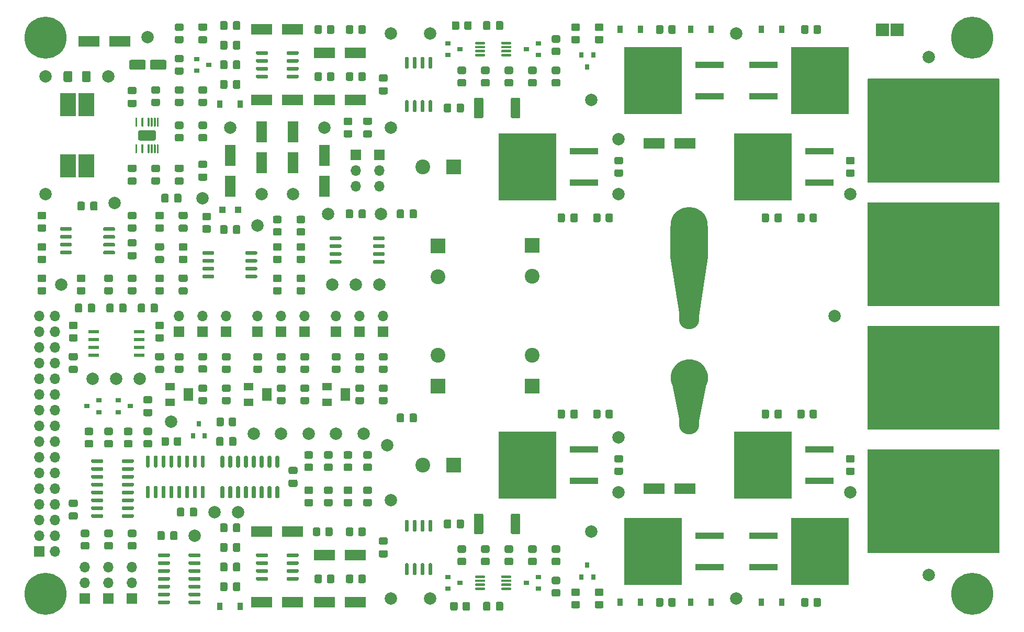
<source format=gbr>
%TF.GenerationSoftware,KiCad,Pcbnew,(5.1.10-1-10_14)*%
%TF.CreationDate,2021-09-24T10:22:15+02:00*%
%TF.ProjectId,sesame-fonctionnel,73657361-6d65-42d6-966f-6e6374696f6e,rev?*%
%TF.SameCoordinates,Original*%
%TF.FileFunction,Soldermask,Top*%
%TF.FilePolarity,Negative*%
%FSLAX46Y46*%
G04 Gerber Fmt 4.6, Leading zero omitted, Abs format (unit mm)*
G04 Created by KiCad (PCBNEW (5.1.10-1-10_14)) date 2021-09-24 10:22:15*
%MOMM*%
%LPD*%
G01*
G04 APERTURE LIST*
%ADD10C,0.100000*%
%ADD11C,6.000000*%
%ADD12C,3.000000*%
%ADD13O,3.300000X4.300000*%
%ADD14C,2.000000*%
%ADD15R,1.000000X1.000000*%
%ADD16R,1.800000X3.500000*%
%ADD17R,0.900000X1.200000*%
%ADD18R,0.900000X0.800000*%
%ADD19C,6.800000*%
%ADD20R,1.600000X1.300000*%
%ADD21R,1.600000X2.000000*%
%ADD22R,2.500000X3.850000*%
%ADD23O,1.700000X1.700000*%
%ADD24R,1.700000X1.700000*%
%ADD25R,1.750000X0.550000*%
%ADD26R,9.400000X10.800000*%
%ADD27R,4.600000X1.100000*%
%ADD28R,0.800000X0.900000*%
%ADD29R,3.500000X1.800000*%
%ADD30C,2.400000*%
%ADD31R,2.400000X2.400000*%
G04 APERTURE END LIST*
D10*
%TO.C,REF\u002A\u002A*%
G36*
X223798000Y-64645000D02*
G01*
X221798000Y-64645000D01*
X221798000Y-62645000D01*
X223798000Y-62645000D01*
X223798000Y-64645000D01*
G37*
X223798000Y-64645000D02*
X221798000Y-64645000D01*
X221798000Y-62645000D01*
X223798000Y-62645000D01*
X223798000Y-64645000D01*
G36*
X221398000Y-64645000D02*
G01*
X219398000Y-64645000D01*
X219398000Y-62645000D01*
X221398000Y-62645000D01*
X221398000Y-64645000D01*
G37*
X221398000Y-64645000D02*
X219398000Y-64645000D01*
X219398000Y-62645000D01*
X221398000Y-62645000D01*
X221398000Y-64645000D01*
%TD*%
%TO.C,U10*%
G36*
G01*
X158750000Y-65945000D02*
X158750000Y-65745000D01*
G75*
G02*
X158850000Y-65645000I100000J0D01*
G01*
X160275000Y-65645000D01*
G75*
G02*
X160375000Y-65745000I0J-100000D01*
G01*
X160375000Y-65945000D01*
G75*
G02*
X160275000Y-66045000I-100000J0D01*
G01*
X158850000Y-66045000D01*
G75*
G02*
X158750000Y-65945000I0J100000D01*
G01*
G37*
G36*
G01*
X158750000Y-66595000D02*
X158750000Y-66395000D01*
G75*
G02*
X158850000Y-66295000I100000J0D01*
G01*
X160275000Y-66295000D01*
G75*
G02*
X160375000Y-66395000I0J-100000D01*
G01*
X160375000Y-66595000D01*
G75*
G02*
X160275000Y-66695000I-100000J0D01*
G01*
X158850000Y-66695000D01*
G75*
G02*
X158750000Y-66595000I0J100000D01*
G01*
G37*
G36*
G01*
X158750000Y-67245000D02*
X158750000Y-67045000D01*
G75*
G02*
X158850000Y-66945000I100000J0D01*
G01*
X160275000Y-66945000D01*
G75*
G02*
X160375000Y-67045000I0J-100000D01*
G01*
X160375000Y-67245000D01*
G75*
G02*
X160275000Y-67345000I-100000J0D01*
G01*
X158850000Y-67345000D01*
G75*
G02*
X158750000Y-67245000I0J100000D01*
G01*
G37*
G36*
G01*
X158750000Y-67895000D02*
X158750000Y-67695000D01*
G75*
G02*
X158850000Y-67595000I100000J0D01*
G01*
X160275000Y-67595000D01*
G75*
G02*
X160375000Y-67695000I0J-100000D01*
G01*
X160375000Y-67895000D01*
G75*
G02*
X160275000Y-67995000I-100000J0D01*
G01*
X158850000Y-67995000D01*
G75*
G02*
X158750000Y-67895000I0J100000D01*
G01*
G37*
G36*
G01*
X154525000Y-67895000D02*
X154525000Y-67695000D01*
G75*
G02*
X154625000Y-67595000I100000J0D01*
G01*
X156050000Y-67595000D01*
G75*
G02*
X156150000Y-67695000I0J-100000D01*
G01*
X156150000Y-67895000D01*
G75*
G02*
X156050000Y-67995000I-100000J0D01*
G01*
X154625000Y-67995000D01*
G75*
G02*
X154525000Y-67895000I0J100000D01*
G01*
G37*
G36*
G01*
X154525000Y-67245000D02*
X154525000Y-67045000D01*
G75*
G02*
X154625000Y-66945000I100000J0D01*
G01*
X156050000Y-66945000D01*
G75*
G02*
X156150000Y-67045000I0J-100000D01*
G01*
X156150000Y-67245000D01*
G75*
G02*
X156050000Y-67345000I-100000J0D01*
G01*
X154625000Y-67345000D01*
G75*
G02*
X154525000Y-67245000I0J100000D01*
G01*
G37*
G36*
G01*
X154525000Y-66595000D02*
X154525000Y-66395000D01*
G75*
G02*
X154625000Y-66295000I100000J0D01*
G01*
X156050000Y-66295000D01*
G75*
G02*
X156150000Y-66395000I0J-100000D01*
G01*
X156150000Y-66595000D01*
G75*
G02*
X156050000Y-66695000I-100000J0D01*
G01*
X154625000Y-66695000D01*
G75*
G02*
X154525000Y-66595000I0J100000D01*
G01*
G37*
G36*
G01*
X154525000Y-65945000D02*
X154525000Y-65745000D01*
G75*
G02*
X154625000Y-65645000I100000J0D01*
G01*
X156050000Y-65645000D01*
G75*
G02*
X156150000Y-65745000I0J-100000D01*
G01*
X156150000Y-65945000D01*
G75*
G02*
X156050000Y-66045000I-100000J0D01*
G01*
X154625000Y-66045000D01*
G75*
G02*
X154525000Y-65945000I0J100000D01*
G01*
G37*
%TD*%
%TO.C,U8*%
G36*
G01*
X156150000Y-154055000D02*
X156150000Y-154255000D01*
G75*
G02*
X156050000Y-154355000I-100000J0D01*
G01*
X154625000Y-154355000D01*
G75*
G02*
X154525000Y-154255000I0J100000D01*
G01*
X154525000Y-154055000D01*
G75*
G02*
X154625000Y-153955000I100000J0D01*
G01*
X156050000Y-153955000D01*
G75*
G02*
X156150000Y-154055000I0J-100000D01*
G01*
G37*
G36*
G01*
X156150000Y-153405000D02*
X156150000Y-153605000D01*
G75*
G02*
X156050000Y-153705000I-100000J0D01*
G01*
X154625000Y-153705000D01*
G75*
G02*
X154525000Y-153605000I0J100000D01*
G01*
X154525000Y-153405000D01*
G75*
G02*
X154625000Y-153305000I100000J0D01*
G01*
X156050000Y-153305000D01*
G75*
G02*
X156150000Y-153405000I0J-100000D01*
G01*
G37*
G36*
G01*
X156150000Y-152755000D02*
X156150000Y-152955000D01*
G75*
G02*
X156050000Y-153055000I-100000J0D01*
G01*
X154625000Y-153055000D01*
G75*
G02*
X154525000Y-152955000I0J100000D01*
G01*
X154525000Y-152755000D01*
G75*
G02*
X154625000Y-152655000I100000J0D01*
G01*
X156050000Y-152655000D01*
G75*
G02*
X156150000Y-152755000I0J-100000D01*
G01*
G37*
G36*
G01*
X156150000Y-152105000D02*
X156150000Y-152305000D01*
G75*
G02*
X156050000Y-152405000I-100000J0D01*
G01*
X154625000Y-152405000D01*
G75*
G02*
X154525000Y-152305000I0J100000D01*
G01*
X154525000Y-152105000D01*
G75*
G02*
X154625000Y-152005000I100000J0D01*
G01*
X156050000Y-152005000D01*
G75*
G02*
X156150000Y-152105000I0J-100000D01*
G01*
G37*
G36*
G01*
X160375000Y-152105000D02*
X160375000Y-152305000D01*
G75*
G02*
X160275000Y-152405000I-100000J0D01*
G01*
X158850000Y-152405000D01*
G75*
G02*
X158750000Y-152305000I0J100000D01*
G01*
X158750000Y-152105000D01*
G75*
G02*
X158850000Y-152005000I100000J0D01*
G01*
X160275000Y-152005000D01*
G75*
G02*
X160375000Y-152105000I0J-100000D01*
G01*
G37*
G36*
G01*
X160375000Y-152755000D02*
X160375000Y-152955000D01*
G75*
G02*
X160275000Y-153055000I-100000J0D01*
G01*
X158850000Y-153055000D01*
G75*
G02*
X158750000Y-152955000I0J100000D01*
G01*
X158750000Y-152755000D01*
G75*
G02*
X158850000Y-152655000I100000J0D01*
G01*
X160275000Y-152655000D01*
G75*
G02*
X160375000Y-152755000I0J-100000D01*
G01*
G37*
G36*
G01*
X160375000Y-153405000D02*
X160375000Y-153605000D01*
G75*
G02*
X160275000Y-153705000I-100000J0D01*
G01*
X158850000Y-153705000D01*
G75*
G02*
X158750000Y-153605000I0J100000D01*
G01*
X158750000Y-153405000D01*
G75*
G02*
X158850000Y-153305000I100000J0D01*
G01*
X160275000Y-153305000D01*
G75*
G02*
X160375000Y-153405000I0J-100000D01*
G01*
G37*
G36*
G01*
X160375000Y-154055000D02*
X160375000Y-154255000D01*
G75*
G02*
X160275000Y-154355000I-100000J0D01*
G01*
X158850000Y-154355000D01*
G75*
G02*
X158750000Y-154255000I0J100000D01*
G01*
X158750000Y-154055000D01*
G75*
G02*
X158850000Y-153955000I100000J0D01*
G01*
X160275000Y-153955000D01*
G75*
G02*
X160375000Y-154055000I0J-100000D01*
G01*
G37*
%TD*%
%TO.C,U13*%
G36*
G01*
X138003600Y-97602400D02*
X138003600Y-97302400D01*
G75*
G02*
X138153600Y-97152400I150000J0D01*
G01*
X139753600Y-97152400D01*
G75*
G02*
X139903600Y-97302400I0J-150000D01*
G01*
X139903600Y-97602400D01*
G75*
G02*
X139753600Y-97752400I-150000J0D01*
G01*
X138153600Y-97752400D01*
G75*
G02*
X138003600Y-97602400I0J150000D01*
G01*
G37*
G36*
G01*
X138003600Y-98872400D02*
X138003600Y-98572400D01*
G75*
G02*
X138153600Y-98422400I150000J0D01*
G01*
X139753600Y-98422400D01*
G75*
G02*
X139903600Y-98572400I0J-150000D01*
G01*
X139903600Y-98872400D01*
G75*
G02*
X139753600Y-99022400I-150000J0D01*
G01*
X138153600Y-99022400D01*
G75*
G02*
X138003600Y-98872400I0J150000D01*
G01*
G37*
G36*
G01*
X138003600Y-100142400D02*
X138003600Y-99842400D01*
G75*
G02*
X138153600Y-99692400I150000J0D01*
G01*
X139753600Y-99692400D01*
G75*
G02*
X139903600Y-99842400I0J-150000D01*
G01*
X139903600Y-100142400D01*
G75*
G02*
X139753600Y-100292400I-150000J0D01*
G01*
X138153600Y-100292400D01*
G75*
G02*
X138003600Y-100142400I0J150000D01*
G01*
G37*
G36*
G01*
X138003600Y-101412400D02*
X138003600Y-101112400D01*
G75*
G02*
X138153600Y-100962400I150000J0D01*
G01*
X139753600Y-100962400D01*
G75*
G02*
X139903600Y-101112400I0J-150000D01*
G01*
X139903600Y-101412400D01*
G75*
G02*
X139753600Y-101562400I-150000J0D01*
G01*
X138153600Y-101562400D01*
G75*
G02*
X138003600Y-101412400I0J150000D01*
G01*
G37*
G36*
G01*
X131003600Y-101412400D02*
X131003600Y-101112400D01*
G75*
G02*
X131153600Y-100962400I150000J0D01*
G01*
X132753600Y-100962400D01*
G75*
G02*
X132903600Y-101112400I0J-150000D01*
G01*
X132903600Y-101412400D01*
G75*
G02*
X132753600Y-101562400I-150000J0D01*
G01*
X131153600Y-101562400D01*
G75*
G02*
X131003600Y-101412400I0J150000D01*
G01*
G37*
G36*
G01*
X131003600Y-100142400D02*
X131003600Y-99842400D01*
G75*
G02*
X131153600Y-99692400I150000J0D01*
G01*
X132753600Y-99692400D01*
G75*
G02*
X132903600Y-99842400I0J-150000D01*
G01*
X132903600Y-100142400D01*
G75*
G02*
X132753600Y-100292400I-150000J0D01*
G01*
X131153600Y-100292400D01*
G75*
G02*
X131003600Y-100142400I0J150000D01*
G01*
G37*
G36*
G01*
X131003600Y-98872400D02*
X131003600Y-98572400D01*
G75*
G02*
X131153600Y-98422400I150000J0D01*
G01*
X132753600Y-98422400D01*
G75*
G02*
X132903600Y-98572400I0J-150000D01*
G01*
X132903600Y-98872400D01*
G75*
G02*
X132753600Y-99022400I-150000J0D01*
G01*
X131153600Y-99022400D01*
G75*
G02*
X131003600Y-98872400I0J150000D01*
G01*
G37*
G36*
G01*
X131003600Y-97602400D02*
X131003600Y-97302400D01*
G75*
G02*
X131153600Y-97152400I150000J0D01*
G01*
X132753600Y-97152400D01*
G75*
G02*
X132903600Y-97302400I0J-150000D01*
G01*
X132903600Y-97602400D01*
G75*
G02*
X132753600Y-97752400I-150000J0D01*
G01*
X131153600Y-97752400D01*
G75*
G02*
X131003600Y-97602400I0J150000D01*
G01*
G37*
%TD*%
%TO.C,U11*%
G36*
G01*
X143630000Y-69985000D02*
X143330000Y-69985000D01*
G75*
G02*
X143180000Y-69835000I0J150000D01*
G01*
X143180000Y-68235000D01*
G75*
G02*
X143330000Y-68085000I150000J0D01*
G01*
X143630000Y-68085000D01*
G75*
G02*
X143780000Y-68235000I0J-150000D01*
G01*
X143780000Y-69835000D01*
G75*
G02*
X143630000Y-69985000I-150000J0D01*
G01*
G37*
G36*
G01*
X144900000Y-69985000D02*
X144600000Y-69985000D01*
G75*
G02*
X144450000Y-69835000I0J150000D01*
G01*
X144450000Y-68235000D01*
G75*
G02*
X144600000Y-68085000I150000J0D01*
G01*
X144900000Y-68085000D01*
G75*
G02*
X145050000Y-68235000I0J-150000D01*
G01*
X145050000Y-69835000D01*
G75*
G02*
X144900000Y-69985000I-150000J0D01*
G01*
G37*
G36*
G01*
X146170000Y-69985000D02*
X145870000Y-69985000D01*
G75*
G02*
X145720000Y-69835000I0J150000D01*
G01*
X145720000Y-68235000D01*
G75*
G02*
X145870000Y-68085000I150000J0D01*
G01*
X146170000Y-68085000D01*
G75*
G02*
X146320000Y-68235000I0J-150000D01*
G01*
X146320000Y-69835000D01*
G75*
G02*
X146170000Y-69985000I-150000J0D01*
G01*
G37*
G36*
G01*
X147440000Y-69985000D02*
X147140000Y-69985000D01*
G75*
G02*
X146990000Y-69835000I0J150000D01*
G01*
X146990000Y-68235000D01*
G75*
G02*
X147140000Y-68085000I150000J0D01*
G01*
X147440000Y-68085000D01*
G75*
G02*
X147590000Y-68235000I0J-150000D01*
G01*
X147590000Y-69835000D01*
G75*
G02*
X147440000Y-69985000I-150000J0D01*
G01*
G37*
G36*
G01*
X147440000Y-76985000D02*
X147140000Y-76985000D01*
G75*
G02*
X146990000Y-76835000I0J150000D01*
G01*
X146990000Y-75235000D01*
G75*
G02*
X147140000Y-75085000I150000J0D01*
G01*
X147440000Y-75085000D01*
G75*
G02*
X147590000Y-75235000I0J-150000D01*
G01*
X147590000Y-76835000D01*
G75*
G02*
X147440000Y-76985000I-150000J0D01*
G01*
G37*
G36*
G01*
X146170000Y-76985000D02*
X145870000Y-76985000D01*
G75*
G02*
X145720000Y-76835000I0J150000D01*
G01*
X145720000Y-75235000D01*
G75*
G02*
X145870000Y-75085000I150000J0D01*
G01*
X146170000Y-75085000D01*
G75*
G02*
X146320000Y-75235000I0J-150000D01*
G01*
X146320000Y-76835000D01*
G75*
G02*
X146170000Y-76985000I-150000J0D01*
G01*
G37*
G36*
G01*
X144900000Y-76985000D02*
X144600000Y-76985000D01*
G75*
G02*
X144450000Y-76835000I0J150000D01*
G01*
X144450000Y-75235000D01*
G75*
G02*
X144600000Y-75085000I150000J0D01*
G01*
X144900000Y-75085000D01*
G75*
G02*
X145050000Y-75235000I0J-150000D01*
G01*
X145050000Y-76835000D01*
G75*
G02*
X144900000Y-76985000I-150000J0D01*
G01*
G37*
G36*
G01*
X143630000Y-76985000D02*
X143330000Y-76985000D01*
G75*
G02*
X143180000Y-76835000I0J150000D01*
G01*
X143180000Y-75235000D01*
G75*
G02*
X143330000Y-75085000I150000J0D01*
G01*
X143630000Y-75085000D01*
G75*
G02*
X143780000Y-75235000I0J-150000D01*
G01*
X143780000Y-76835000D01*
G75*
G02*
X143630000Y-76985000I-150000J0D01*
G01*
G37*
%TD*%
%TO.C,U9*%
G36*
G01*
X143630000Y-144915000D02*
X143330000Y-144915000D01*
G75*
G02*
X143180000Y-144765000I0J150000D01*
G01*
X143180000Y-143165000D01*
G75*
G02*
X143330000Y-143015000I150000J0D01*
G01*
X143630000Y-143015000D01*
G75*
G02*
X143780000Y-143165000I0J-150000D01*
G01*
X143780000Y-144765000D01*
G75*
G02*
X143630000Y-144915000I-150000J0D01*
G01*
G37*
G36*
G01*
X144900000Y-144915000D02*
X144600000Y-144915000D01*
G75*
G02*
X144450000Y-144765000I0J150000D01*
G01*
X144450000Y-143165000D01*
G75*
G02*
X144600000Y-143015000I150000J0D01*
G01*
X144900000Y-143015000D01*
G75*
G02*
X145050000Y-143165000I0J-150000D01*
G01*
X145050000Y-144765000D01*
G75*
G02*
X144900000Y-144915000I-150000J0D01*
G01*
G37*
G36*
G01*
X146170000Y-144915000D02*
X145870000Y-144915000D01*
G75*
G02*
X145720000Y-144765000I0J150000D01*
G01*
X145720000Y-143165000D01*
G75*
G02*
X145870000Y-143015000I150000J0D01*
G01*
X146170000Y-143015000D01*
G75*
G02*
X146320000Y-143165000I0J-150000D01*
G01*
X146320000Y-144765000D01*
G75*
G02*
X146170000Y-144915000I-150000J0D01*
G01*
G37*
G36*
G01*
X147440000Y-144915000D02*
X147140000Y-144915000D01*
G75*
G02*
X146990000Y-144765000I0J150000D01*
G01*
X146990000Y-143165000D01*
G75*
G02*
X147140000Y-143015000I150000J0D01*
G01*
X147440000Y-143015000D01*
G75*
G02*
X147590000Y-143165000I0J-150000D01*
G01*
X147590000Y-144765000D01*
G75*
G02*
X147440000Y-144915000I-150000J0D01*
G01*
G37*
G36*
G01*
X147440000Y-151915000D02*
X147140000Y-151915000D01*
G75*
G02*
X146990000Y-151765000I0J150000D01*
G01*
X146990000Y-150165000D01*
G75*
G02*
X147140000Y-150015000I150000J0D01*
G01*
X147440000Y-150015000D01*
G75*
G02*
X147590000Y-150165000I0J-150000D01*
G01*
X147590000Y-151765000D01*
G75*
G02*
X147440000Y-151915000I-150000J0D01*
G01*
G37*
G36*
G01*
X146170000Y-151915000D02*
X145870000Y-151915000D01*
G75*
G02*
X145720000Y-151765000I0J150000D01*
G01*
X145720000Y-150165000D01*
G75*
G02*
X145870000Y-150015000I150000J0D01*
G01*
X146170000Y-150015000D01*
G75*
G02*
X146320000Y-150165000I0J-150000D01*
G01*
X146320000Y-151765000D01*
G75*
G02*
X146170000Y-151915000I-150000J0D01*
G01*
G37*
G36*
G01*
X144900000Y-151915000D02*
X144600000Y-151915000D01*
G75*
G02*
X144450000Y-151765000I0J150000D01*
G01*
X144450000Y-150165000D01*
G75*
G02*
X144600000Y-150015000I150000J0D01*
G01*
X144900000Y-150015000D01*
G75*
G02*
X145050000Y-150165000I0J-150000D01*
G01*
X145050000Y-151765000D01*
G75*
G02*
X144900000Y-151915000I-150000J0D01*
G01*
G37*
G36*
G01*
X143630000Y-151915000D02*
X143330000Y-151915000D01*
G75*
G02*
X143180000Y-151765000I0J150000D01*
G01*
X143180000Y-150165000D01*
G75*
G02*
X143330000Y-150015000I150000J0D01*
G01*
X143630000Y-150015000D01*
G75*
G02*
X143780000Y-150165000I0J-150000D01*
G01*
X143780000Y-151765000D01*
G75*
G02*
X143630000Y-151915000I-150000J0D01*
G01*
G37*
%TD*%
%TO.C,U7*%
G36*
G01*
X94359000Y-96083000D02*
X94359000Y-95783000D01*
G75*
G02*
X94509000Y-95633000I150000J0D01*
G01*
X96109000Y-95633000D01*
G75*
G02*
X96259000Y-95783000I0J-150000D01*
G01*
X96259000Y-96083000D01*
G75*
G02*
X96109000Y-96233000I-150000J0D01*
G01*
X94509000Y-96233000D01*
G75*
G02*
X94359000Y-96083000I0J150000D01*
G01*
G37*
G36*
G01*
X94359000Y-97353000D02*
X94359000Y-97053000D01*
G75*
G02*
X94509000Y-96903000I150000J0D01*
G01*
X96109000Y-96903000D01*
G75*
G02*
X96259000Y-97053000I0J-150000D01*
G01*
X96259000Y-97353000D01*
G75*
G02*
X96109000Y-97503000I-150000J0D01*
G01*
X94509000Y-97503000D01*
G75*
G02*
X94359000Y-97353000I0J150000D01*
G01*
G37*
G36*
G01*
X94359000Y-98623000D02*
X94359000Y-98323000D01*
G75*
G02*
X94509000Y-98173000I150000J0D01*
G01*
X96109000Y-98173000D01*
G75*
G02*
X96259000Y-98323000I0J-150000D01*
G01*
X96259000Y-98623000D01*
G75*
G02*
X96109000Y-98773000I-150000J0D01*
G01*
X94509000Y-98773000D01*
G75*
G02*
X94359000Y-98623000I0J150000D01*
G01*
G37*
G36*
G01*
X94359000Y-99893000D02*
X94359000Y-99593000D01*
G75*
G02*
X94509000Y-99443000I150000J0D01*
G01*
X96109000Y-99443000D01*
G75*
G02*
X96259000Y-99593000I0J-150000D01*
G01*
X96259000Y-99893000D01*
G75*
G02*
X96109000Y-100043000I-150000J0D01*
G01*
X94509000Y-100043000D01*
G75*
G02*
X94359000Y-99893000I0J150000D01*
G01*
G37*
G36*
G01*
X87359000Y-99893000D02*
X87359000Y-99593000D01*
G75*
G02*
X87509000Y-99443000I150000J0D01*
G01*
X89109000Y-99443000D01*
G75*
G02*
X89259000Y-99593000I0J-150000D01*
G01*
X89259000Y-99893000D01*
G75*
G02*
X89109000Y-100043000I-150000J0D01*
G01*
X87509000Y-100043000D01*
G75*
G02*
X87359000Y-99893000I0J150000D01*
G01*
G37*
G36*
G01*
X87359000Y-98623000D02*
X87359000Y-98323000D01*
G75*
G02*
X87509000Y-98173000I150000J0D01*
G01*
X89109000Y-98173000D01*
G75*
G02*
X89259000Y-98323000I0J-150000D01*
G01*
X89259000Y-98623000D01*
G75*
G02*
X89109000Y-98773000I-150000J0D01*
G01*
X87509000Y-98773000D01*
G75*
G02*
X87359000Y-98623000I0J150000D01*
G01*
G37*
G36*
G01*
X87359000Y-97353000D02*
X87359000Y-97053000D01*
G75*
G02*
X87509000Y-96903000I150000J0D01*
G01*
X89109000Y-96903000D01*
G75*
G02*
X89259000Y-97053000I0J-150000D01*
G01*
X89259000Y-97353000D01*
G75*
G02*
X89109000Y-97503000I-150000J0D01*
G01*
X87509000Y-97503000D01*
G75*
G02*
X87359000Y-97353000I0J150000D01*
G01*
G37*
G36*
G01*
X87359000Y-96083000D02*
X87359000Y-95783000D01*
G75*
G02*
X87509000Y-95633000I150000J0D01*
G01*
X89109000Y-95633000D01*
G75*
G02*
X89259000Y-95783000I0J-150000D01*
G01*
X89259000Y-96083000D01*
G75*
G02*
X89109000Y-96233000I-150000J0D01*
G01*
X87509000Y-96233000D01*
G75*
G02*
X87359000Y-96083000I0J150000D01*
G01*
G37*
%TD*%
%TO.C,U1*%
G36*
G01*
X117378800Y-99964600D02*
X117378800Y-99664600D01*
G75*
G02*
X117528800Y-99514600I150000J0D01*
G01*
X119128800Y-99514600D01*
G75*
G02*
X119278800Y-99664600I0J-150000D01*
G01*
X119278800Y-99964600D01*
G75*
G02*
X119128800Y-100114600I-150000J0D01*
G01*
X117528800Y-100114600D01*
G75*
G02*
X117378800Y-99964600I0J150000D01*
G01*
G37*
G36*
G01*
X117378800Y-101234600D02*
X117378800Y-100934600D01*
G75*
G02*
X117528800Y-100784600I150000J0D01*
G01*
X119128800Y-100784600D01*
G75*
G02*
X119278800Y-100934600I0J-150000D01*
G01*
X119278800Y-101234600D01*
G75*
G02*
X119128800Y-101384600I-150000J0D01*
G01*
X117528800Y-101384600D01*
G75*
G02*
X117378800Y-101234600I0J150000D01*
G01*
G37*
G36*
G01*
X117378800Y-102504600D02*
X117378800Y-102204600D01*
G75*
G02*
X117528800Y-102054600I150000J0D01*
G01*
X119128800Y-102054600D01*
G75*
G02*
X119278800Y-102204600I0J-150000D01*
G01*
X119278800Y-102504600D01*
G75*
G02*
X119128800Y-102654600I-150000J0D01*
G01*
X117528800Y-102654600D01*
G75*
G02*
X117378800Y-102504600I0J150000D01*
G01*
G37*
G36*
G01*
X117378800Y-103774600D02*
X117378800Y-103474600D01*
G75*
G02*
X117528800Y-103324600I150000J0D01*
G01*
X119128800Y-103324600D01*
G75*
G02*
X119278800Y-103474600I0J-150000D01*
G01*
X119278800Y-103774600D01*
G75*
G02*
X119128800Y-103924600I-150000J0D01*
G01*
X117528800Y-103924600D01*
G75*
G02*
X117378800Y-103774600I0J150000D01*
G01*
G37*
G36*
G01*
X110378800Y-103774600D02*
X110378800Y-103474600D01*
G75*
G02*
X110528800Y-103324600I150000J0D01*
G01*
X112128800Y-103324600D01*
G75*
G02*
X112278800Y-103474600I0J-150000D01*
G01*
X112278800Y-103774600D01*
G75*
G02*
X112128800Y-103924600I-150000J0D01*
G01*
X110528800Y-103924600D01*
G75*
G02*
X110378800Y-103774600I0J150000D01*
G01*
G37*
G36*
G01*
X110378800Y-102504600D02*
X110378800Y-102204600D01*
G75*
G02*
X110528800Y-102054600I150000J0D01*
G01*
X112128800Y-102054600D01*
G75*
G02*
X112278800Y-102204600I0J-150000D01*
G01*
X112278800Y-102504600D01*
G75*
G02*
X112128800Y-102654600I-150000J0D01*
G01*
X110528800Y-102654600D01*
G75*
G02*
X110378800Y-102504600I0J150000D01*
G01*
G37*
G36*
G01*
X110378800Y-101234600D02*
X110378800Y-100934600D01*
G75*
G02*
X110528800Y-100784600I150000J0D01*
G01*
X112128800Y-100784600D01*
G75*
G02*
X112278800Y-100934600I0J-150000D01*
G01*
X112278800Y-101234600D01*
G75*
G02*
X112128800Y-101384600I-150000J0D01*
G01*
X110528800Y-101384600D01*
G75*
G02*
X110378800Y-101234600I0J150000D01*
G01*
G37*
G36*
G01*
X110378800Y-99964600D02*
X110378800Y-99664600D01*
G75*
G02*
X110528800Y-99514600I150000J0D01*
G01*
X112128800Y-99514600D01*
G75*
G02*
X112278800Y-99664600I0J-150000D01*
G01*
X112278800Y-99964600D01*
G75*
G02*
X112128800Y-100114600I-150000J0D01*
G01*
X110528800Y-100114600D01*
G75*
G02*
X110378800Y-99964600I0J150000D01*
G01*
G37*
%TD*%
%TO.C,U17*%
G36*
G01*
X119075000Y-67605000D02*
X119075000Y-67305000D01*
G75*
G02*
X119225000Y-67155000I150000J0D01*
G01*
X120875000Y-67155000D01*
G75*
G02*
X121025000Y-67305000I0J-150000D01*
G01*
X121025000Y-67605000D01*
G75*
G02*
X120875000Y-67755000I-150000J0D01*
G01*
X119225000Y-67755000D01*
G75*
G02*
X119075000Y-67605000I0J150000D01*
G01*
G37*
G36*
G01*
X119075000Y-68875000D02*
X119075000Y-68575000D01*
G75*
G02*
X119225000Y-68425000I150000J0D01*
G01*
X120875000Y-68425000D01*
G75*
G02*
X121025000Y-68575000I0J-150000D01*
G01*
X121025000Y-68875000D01*
G75*
G02*
X120875000Y-69025000I-150000J0D01*
G01*
X119225000Y-69025000D01*
G75*
G02*
X119075000Y-68875000I0J150000D01*
G01*
G37*
G36*
G01*
X119075000Y-70145000D02*
X119075000Y-69845000D01*
G75*
G02*
X119225000Y-69695000I150000J0D01*
G01*
X120875000Y-69695000D01*
G75*
G02*
X121025000Y-69845000I0J-150000D01*
G01*
X121025000Y-70145000D01*
G75*
G02*
X120875000Y-70295000I-150000J0D01*
G01*
X119225000Y-70295000D01*
G75*
G02*
X119075000Y-70145000I0J150000D01*
G01*
G37*
G36*
G01*
X119075000Y-71415000D02*
X119075000Y-71115000D01*
G75*
G02*
X119225000Y-70965000I150000J0D01*
G01*
X120875000Y-70965000D01*
G75*
G02*
X121025000Y-71115000I0J-150000D01*
G01*
X121025000Y-71415000D01*
G75*
G02*
X120875000Y-71565000I-150000J0D01*
G01*
X119225000Y-71565000D01*
G75*
G02*
X119075000Y-71415000I0J150000D01*
G01*
G37*
G36*
G01*
X124025000Y-71415000D02*
X124025000Y-71115000D01*
G75*
G02*
X124175000Y-70965000I150000J0D01*
G01*
X125825000Y-70965000D01*
G75*
G02*
X125975000Y-71115000I0J-150000D01*
G01*
X125975000Y-71415000D01*
G75*
G02*
X125825000Y-71565000I-150000J0D01*
G01*
X124175000Y-71565000D01*
G75*
G02*
X124025000Y-71415000I0J150000D01*
G01*
G37*
G36*
G01*
X124025000Y-70145000D02*
X124025000Y-69845000D01*
G75*
G02*
X124175000Y-69695000I150000J0D01*
G01*
X125825000Y-69695000D01*
G75*
G02*
X125975000Y-69845000I0J-150000D01*
G01*
X125975000Y-70145000D01*
G75*
G02*
X125825000Y-70295000I-150000J0D01*
G01*
X124175000Y-70295000D01*
G75*
G02*
X124025000Y-70145000I0J150000D01*
G01*
G37*
G36*
G01*
X124025000Y-68875000D02*
X124025000Y-68575000D01*
G75*
G02*
X124175000Y-68425000I150000J0D01*
G01*
X125825000Y-68425000D01*
G75*
G02*
X125975000Y-68575000I0J-150000D01*
G01*
X125975000Y-68875000D01*
G75*
G02*
X125825000Y-69025000I-150000J0D01*
G01*
X124175000Y-69025000D01*
G75*
G02*
X124025000Y-68875000I0J150000D01*
G01*
G37*
G36*
G01*
X124025000Y-67605000D02*
X124025000Y-67305000D01*
G75*
G02*
X124175000Y-67155000I150000J0D01*
G01*
X125825000Y-67155000D01*
G75*
G02*
X125975000Y-67305000I0J-150000D01*
G01*
X125975000Y-67605000D01*
G75*
G02*
X125825000Y-67755000I-150000J0D01*
G01*
X124175000Y-67755000D01*
G75*
G02*
X124025000Y-67605000I0J150000D01*
G01*
G37*
%TD*%
%TO.C,U12*%
G36*
G01*
X119075000Y-148885000D02*
X119075000Y-148585000D01*
G75*
G02*
X119225000Y-148435000I150000J0D01*
G01*
X120875000Y-148435000D01*
G75*
G02*
X121025000Y-148585000I0J-150000D01*
G01*
X121025000Y-148885000D01*
G75*
G02*
X120875000Y-149035000I-150000J0D01*
G01*
X119225000Y-149035000D01*
G75*
G02*
X119075000Y-148885000I0J150000D01*
G01*
G37*
G36*
G01*
X119075000Y-150155000D02*
X119075000Y-149855000D01*
G75*
G02*
X119225000Y-149705000I150000J0D01*
G01*
X120875000Y-149705000D01*
G75*
G02*
X121025000Y-149855000I0J-150000D01*
G01*
X121025000Y-150155000D01*
G75*
G02*
X120875000Y-150305000I-150000J0D01*
G01*
X119225000Y-150305000D01*
G75*
G02*
X119075000Y-150155000I0J150000D01*
G01*
G37*
G36*
G01*
X119075000Y-151425000D02*
X119075000Y-151125000D01*
G75*
G02*
X119225000Y-150975000I150000J0D01*
G01*
X120875000Y-150975000D01*
G75*
G02*
X121025000Y-151125000I0J-150000D01*
G01*
X121025000Y-151425000D01*
G75*
G02*
X120875000Y-151575000I-150000J0D01*
G01*
X119225000Y-151575000D01*
G75*
G02*
X119075000Y-151425000I0J150000D01*
G01*
G37*
G36*
G01*
X119075000Y-152695000D02*
X119075000Y-152395000D01*
G75*
G02*
X119225000Y-152245000I150000J0D01*
G01*
X120875000Y-152245000D01*
G75*
G02*
X121025000Y-152395000I0J-150000D01*
G01*
X121025000Y-152695000D01*
G75*
G02*
X120875000Y-152845000I-150000J0D01*
G01*
X119225000Y-152845000D01*
G75*
G02*
X119075000Y-152695000I0J150000D01*
G01*
G37*
G36*
G01*
X124025000Y-152695000D02*
X124025000Y-152395000D01*
G75*
G02*
X124175000Y-152245000I150000J0D01*
G01*
X125825000Y-152245000D01*
G75*
G02*
X125975000Y-152395000I0J-150000D01*
G01*
X125975000Y-152695000D01*
G75*
G02*
X125825000Y-152845000I-150000J0D01*
G01*
X124175000Y-152845000D01*
G75*
G02*
X124025000Y-152695000I0J150000D01*
G01*
G37*
G36*
G01*
X124025000Y-151425000D02*
X124025000Y-151125000D01*
G75*
G02*
X124175000Y-150975000I150000J0D01*
G01*
X125825000Y-150975000D01*
G75*
G02*
X125975000Y-151125000I0J-150000D01*
G01*
X125975000Y-151425000D01*
G75*
G02*
X125825000Y-151575000I-150000J0D01*
G01*
X124175000Y-151575000D01*
G75*
G02*
X124025000Y-151425000I0J150000D01*
G01*
G37*
G36*
G01*
X124025000Y-150155000D02*
X124025000Y-149855000D01*
G75*
G02*
X124175000Y-149705000I150000J0D01*
G01*
X125825000Y-149705000D01*
G75*
G02*
X125975000Y-149855000I0J-150000D01*
G01*
X125975000Y-150155000D01*
G75*
G02*
X125825000Y-150305000I-150000J0D01*
G01*
X124175000Y-150305000D01*
G75*
G02*
X124025000Y-150155000I0J150000D01*
G01*
G37*
G36*
G01*
X124025000Y-148885000D02*
X124025000Y-148585000D01*
G75*
G02*
X124175000Y-148435000I150000J0D01*
G01*
X125825000Y-148435000D01*
G75*
G02*
X125975000Y-148585000I0J-150000D01*
G01*
X125975000Y-148885000D01*
G75*
G02*
X125825000Y-149035000I-150000J0D01*
G01*
X124175000Y-149035000D01*
G75*
G02*
X124025000Y-148885000I0J150000D01*
G01*
G37*
%TD*%
%TO.C,U4*%
G36*
G01*
X103200000Y-148885000D02*
X103200000Y-148585000D01*
G75*
G02*
X103350000Y-148435000I150000J0D01*
G01*
X105000000Y-148435000D01*
G75*
G02*
X105150000Y-148585000I0J-150000D01*
G01*
X105150000Y-148885000D01*
G75*
G02*
X105000000Y-149035000I-150000J0D01*
G01*
X103350000Y-149035000D01*
G75*
G02*
X103200000Y-148885000I0J150000D01*
G01*
G37*
G36*
G01*
X103200000Y-150155000D02*
X103200000Y-149855000D01*
G75*
G02*
X103350000Y-149705000I150000J0D01*
G01*
X105000000Y-149705000D01*
G75*
G02*
X105150000Y-149855000I0J-150000D01*
G01*
X105150000Y-150155000D01*
G75*
G02*
X105000000Y-150305000I-150000J0D01*
G01*
X103350000Y-150305000D01*
G75*
G02*
X103200000Y-150155000I0J150000D01*
G01*
G37*
G36*
G01*
X103200000Y-151425000D02*
X103200000Y-151125000D01*
G75*
G02*
X103350000Y-150975000I150000J0D01*
G01*
X105000000Y-150975000D01*
G75*
G02*
X105150000Y-151125000I0J-150000D01*
G01*
X105150000Y-151425000D01*
G75*
G02*
X105000000Y-151575000I-150000J0D01*
G01*
X103350000Y-151575000D01*
G75*
G02*
X103200000Y-151425000I0J150000D01*
G01*
G37*
G36*
G01*
X103200000Y-152695000D02*
X103200000Y-152395000D01*
G75*
G02*
X103350000Y-152245000I150000J0D01*
G01*
X105000000Y-152245000D01*
G75*
G02*
X105150000Y-152395000I0J-150000D01*
G01*
X105150000Y-152695000D01*
G75*
G02*
X105000000Y-152845000I-150000J0D01*
G01*
X103350000Y-152845000D01*
G75*
G02*
X103200000Y-152695000I0J150000D01*
G01*
G37*
G36*
G01*
X103200000Y-153965000D02*
X103200000Y-153665000D01*
G75*
G02*
X103350000Y-153515000I150000J0D01*
G01*
X105000000Y-153515000D01*
G75*
G02*
X105150000Y-153665000I0J-150000D01*
G01*
X105150000Y-153965000D01*
G75*
G02*
X105000000Y-154115000I-150000J0D01*
G01*
X103350000Y-154115000D01*
G75*
G02*
X103200000Y-153965000I0J150000D01*
G01*
G37*
G36*
G01*
X103200000Y-155235000D02*
X103200000Y-154935000D01*
G75*
G02*
X103350000Y-154785000I150000J0D01*
G01*
X105000000Y-154785000D01*
G75*
G02*
X105150000Y-154935000I0J-150000D01*
G01*
X105150000Y-155235000D01*
G75*
G02*
X105000000Y-155385000I-150000J0D01*
G01*
X103350000Y-155385000D01*
G75*
G02*
X103200000Y-155235000I0J150000D01*
G01*
G37*
G36*
G01*
X103200000Y-156505000D02*
X103200000Y-156205000D01*
G75*
G02*
X103350000Y-156055000I150000J0D01*
G01*
X105000000Y-156055000D01*
G75*
G02*
X105150000Y-156205000I0J-150000D01*
G01*
X105150000Y-156505000D01*
G75*
G02*
X105000000Y-156655000I-150000J0D01*
G01*
X103350000Y-156655000D01*
G75*
G02*
X103200000Y-156505000I0J150000D01*
G01*
G37*
G36*
G01*
X108150000Y-156505000D02*
X108150000Y-156205000D01*
G75*
G02*
X108300000Y-156055000I150000J0D01*
G01*
X109950000Y-156055000D01*
G75*
G02*
X110100000Y-156205000I0J-150000D01*
G01*
X110100000Y-156505000D01*
G75*
G02*
X109950000Y-156655000I-150000J0D01*
G01*
X108300000Y-156655000D01*
G75*
G02*
X108150000Y-156505000I0J150000D01*
G01*
G37*
G36*
G01*
X108150000Y-155235000D02*
X108150000Y-154935000D01*
G75*
G02*
X108300000Y-154785000I150000J0D01*
G01*
X109950000Y-154785000D01*
G75*
G02*
X110100000Y-154935000I0J-150000D01*
G01*
X110100000Y-155235000D01*
G75*
G02*
X109950000Y-155385000I-150000J0D01*
G01*
X108300000Y-155385000D01*
G75*
G02*
X108150000Y-155235000I0J150000D01*
G01*
G37*
G36*
G01*
X108150000Y-153965000D02*
X108150000Y-153665000D01*
G75*
G02*
X108300000Y-153515000I150000J0D01*
G01*
X109950000Y-153515000D01*
G75*
G02*
X110100000Y-153665000I0J-150000D01*
G01*
X110100000Y-153965000D01*
G75*
G02*
X109950000Y-154115000I-150000J0D01*
G01*
X108300000Y-154115000D01*
G75*
G02*
X108150000Y-153965000I0J150000D01*
G01*
G37*
G36*
G01*
X108150000Y-152695000D02*
X108150000Y-152395000D01*
G75*
G02*
X108300000Y-152245000I150000J0D01*
G01*
X109950000Y-152245000D01*
G75*
G02*
X110100000Y-152395000I0J-150000D01*
G01*
X110100000Y-152695000D01*
G75*
G02*
X109950000Y-152845000I-150000J0D01*
G01*
X108300000Y-152845000D01*
G75*
G02*
X108150000Y-152695000I0J150000D01*
G01*
G37*
G36*
G01*
X108150000Y-151425000D02*
X108150000Y-151125000D01*
G75*
G02*
X108300000Y-150975000I150000J0D01*
G01*
X109950000Y-150975000D01*
G75*
G02*
X110100000Y-151125000I0J-150000D01*
G01*
X110100000Y-151425000D01*
G75*
G02*
X109950000Y-151575000I-150000J0D01*
G01*
X108300000Y-151575000D01*
G75*
G02*
X108150000Y-151425000I0J150000D01*
G01*
G37*
G36*
G01*
X108150000Y-150155000D02*
X108150000Y-149855000D01*
G75*
G02*
X108300000Y-149705000I150000J0D01*
G01*
X109950000Y-149705000D01*
G75*
G02*
X110100000Y-149855000I0J-150000D01*
G01*
X110100000Y-150155000D01*
G75*
G02*
X109950000Y-150305000I-150000J0D01*
G01*
X108300000Y-150305000D01*
G75*
G02*
X108150000Y-150155000I0J150000D01*
G01*
G37*
G36*
G01*
X108150000Y-148885000D02*
X108150000Y-148585000D01*
G75*
G02*
X108300000Y-148435000I150000J0D01*
G01*
X109950000Y-148435000D01*
G75*
G02*
X110100000Y-148585000I0J-150000D01*
G01*
X110100000Y-148885000D01*
G75*
G02*
X109950000Y-149035000I-150000J0D01*
G01*
X108300000Y-149035000D01*
G75*
G02*
X108150000Y-148885000I0J150000D01*
G01*
G37*
%TD*%
%TO.C,U6*%
G36*
G01*
X122375000Y-137565000D02*
X122675000Y-137565000D01*
G75*
G02*
X122825000Y-137715000I0J-150000D01*
G01*
X122825000Y-139365000D01*
G75*
G02*
X122675000Y-139515000I-150000J0D01*
G01*
X122375000Y-139515000D01*
G75*
G02*
X122225000Y-139365000I0J150000D01*
G01*
X122225000Y-137715000D01*
G75*
G02*
X122375000Y-137565000I150000J0D01*
G01*
G37*
G36*
G01*
X121105000Y-137565000D02*
X121405000Y-137565000D01*
G75*
G02*
X121555000Y-137715000I0J-150000D01*
G01*
X121555000Y-139365000D01*
G75*
G02*
X121405000Y-139515000I-150000J0D01*
G01*
X121105000Y-139515000D01*
G75*
G02*
X120955000Y-139365000I0J150000D01*
G01*
X120955000Y-137715000D01*
G75*
G02*
X121105000Y-137565000I150000J0D01*
G01*
G37*
G36*
G01*
X119835000Y-137565000D02*
X120135000Y-137565000D01*
G75*
G02*
X120285000Y-137715000I0J-150000D01*
G01*
X120285000Y-139365000D01*
G75*
G02*
X120135000Y-139515000I-150000J0D01*
G01*
X119835000Y-139515000D01*
G75*
G02*
X119685000Y-139365000I0J150000D01*
G01*
X119685000Y-137715000D01*
G75*
G02*
X119835000Y-137565000I150000J0D01*
G01*
G37*
G36*
G01*
X118565000Y-137565000D02*
X118865000Y-137565000D01*
G75*
G02*
X119015000Y-137715000I0J-150000D01*
G01*
X119015000Y-139365000D01*
G75*
G02*
X118865000Y-139515000I-150000J0D01*
G01*
X118565000Y-139515000D01*
G75*
G02*
X118415000Y-139365000I0J150000D01*
G01*
X118415000Y-137715000D01*
G75*
G02*
X118565000Y-137565000I150000J0D01*
G01*
G37*
G36*
G01*
X117295000Y-137565000D02*
X117595000Y-137565000D01*
G75*
G02*
X117745000Y-137715000I0J-150000D01*
G01*
X117745000Y-139365000D01*
G75*
G02*
X117595000Y-139515000I-150000J0D01*
G01*
X117295000Y-139515000D01*
G75*
G02*
X117145000Y-139365000I0J150000D01*
G01*
X117145000Y-137715000D01*
G75*
G02*
X117295000Y-137565000I150000J0D01*
G01*
G37*
G36*
G01*
X116025000Y-137565000D02*
X116325000Y-137565000D01*
G75*
G02*
X116475000Y-137715000I0J-150000D01*
G01*
X116475000Y-139365000D01*
G75*
G02*
X116325000Y-139515000I-150000J0D01*
G01*
X116025000Y-139515000D01*
G75*
G02*
X115875000Y-139365000I0J150000D01*
G01*
X115875000Y-137715000D01*
G75*
G02*
X116025000Y-137565000I150000J0D01*
G01*
G37*
G36*
G01*
X114755000Y-137565000D02*
X115055000Y-137565000D01*
G75*
G02*
X115205000Y-137715000I0J-150000D01*
G01*
X115205000Y-139365000D01*
G75*
G02*
X115055000Y-139515000I-150000J0D01*
G01*
X114755000Y-139515000D01*
G75*
G02*
X114605000Y-139365000I0J150000D01*
G01*
X114605000Y-137715000D01*
G75*
G02*
X114755000Y-137565000I150000J0D01*
G01*
G37*
G36*
G01*
X113485000Y-137565000D02*
X113785000Y-137565000D01*
G75*
G02*
X113935000Y-137715000I0J-150000D01*
G01*
X113935000Y-139365000D01*
G75*
G02*
X113785000Y-139515000I-150000J0D01*
G01*
X113485000Y-139515000D01*
G75*
G02*
X113335000Y-139365000I0J150000D01*
G01*
X113335000Y-137715000D01*
G75*
G02*
X113485000Y-137565000I150000J0D01*
G01*
G37*
G36*
G01*
X113485000Y-132615000D02*
X113785000Y-132615000D01*
G75*
G02*
X113935000Y-132765000I0J-150000D01*
G01*
X113935000Y-134415000D01*
G75*
G02*
X113785000Y-134565000I-150000J0D01*
G01*
X113485000Y-134565000D01*
G75*
G02*
X113335000Y-134415000I0J150000D01*
G01*
X113335000Y-132765000D01*
G75*
G02*
X113485000Y-132615000I150000J0D01*
G01*
G37*
G36*
G01*
X114755000Y-132615000D02*
X115055000Y-132615000D01*
G75*
G02*
X115205000Y-132765000I0J-150000D01*
G01*
X115205000Y-134415000D01*
G75*
G02*
X115055000Y-134565000I-150000J0D01*
G01*
X114755000Y-134565000D01*
G75*
G02*
X114605000Y-134415000I0J150000D01*
G01*
X114605000Y-132765000D01*
G75*
G02*
X114755000Y-132615000I150000J0D01*
G01*
G37*
G36*
G01*
X116025000Y-132615000D02*
X116325000Y-132615000D01*
G75*
G02*
X116475000Y-132765000I0J-150000D01*
G01*
X116475000Y-134415000D01*
G75*
G02*
X116325000Y-134565000I-150000J0D01*
G01*
X116025000Y-134565000D01*
G75*
G02*
X115875000Y-134415000I0J150000D01*
G01*
X115875000Y-132765000D01*
G75*
G02*
X116025000Y-132615000I150000J0D01*
G01*
G37*
G36*
G01*
X117295000Y-132615000D02*
X117595000Y-132615000D01*
G75*
G02*
X117745000Y-132765000I0J-150000D01*
G01*
X117745000Y-134415000D01*
G75*
G02*
X117595000Y-134565000I-150000J0D01*
G01*
X117295000Y-134565000D01*
G75*
G02*
X117145000Y-134415000I0J150000D01*
G01*
X117145000Y-132765000D01*
G75*
G02*
X117295000Y-132615000I150000J0D01*
G01*
G37*
G36*
G01*
X118565000Y-132615000D02*
X118865000Y-132615000D01*
G75*
G02*
X119015000Y-132765000I0J-150000D01*
G01*
X119015000Y-134415000D01*
G75*
G02*
X118865000Y-134565000I-150000J0D01*
G01*
X118565000Y-134565000D01*
G75*
G02*
X118415000Y-134415000I0J150000D01*
G01*
X118415000Y-132765000D01*
G75*
G02*
X118565000Y-132615000I150000J0D01*
G01*
G37*
G36*
G01*
X119835000Y-132615000D02*
X120135000Y-132615000D01*
G75*
G02*
X120285000Y-132765000I0J-150000D01*
G01*
X120285000Y-134415000D01*
G75*
G02*
X120135000Y-134565000I-150000J0D01*
G01*
X119835000Y-134565000D01*
G75*
G02*
X119685000Y-134415000I0J150000D01*
G01*
X119685000Y-132765000D01*
G75*
G02*
X119835000Y-132615000I150000J0D01*
G01*
G37*
G36*
G01*
X121105000Y-132615000D02*
X121405000Y-132615000D01*
G75*
G02*
X121555000Y-132765000I0J-150000D01*
G01*
X121555000Y-134415000D01*
G75*
G02*
X121405000Y-134565000I-150000J0D01*
G01*
X121105000Y-134565000D01*
G75*
G02*
X120955000Y-134415000I0J150000D01*
G01*
X120955000Y-132765000D01*
G75*
G02*
X121105000Y-132615000I150000J0D01*
G01*
G37*
G36*
G01*
X122375000Y-132615000D02*
X122675000Y-132615000D01*
G75*
G02*
X122825000Y-132765000I0J-150000D01*
G01*
X122825000Y-134415000D01*
G75*
G02*
X122675000Y-134565000I-150000J0D01*
G01*
X122375000Y-134565000D01*
G75*
G02*
X122225000Y-134415000I0J150000D01*
G01*
X122225000Y-132765000D01*
G75*
G02*
X122375000Y-132615000I150000J0D01*
G01*
G37*
%TD*%
%TO.C,U5*%
G36*
G01*
X110310000Y-137535000D02*
X110610000Y-137535000D01*
G75*
G02*
X110760000Y-137685000I0J-150000D01*
G01*
X110760000Y-139335000D01*
G75*
G02*
X110610000Y-139485000I-150000J0D01*
G01*
X110310000Y-139485000D01*
G75*
G02*
X110160000Y-139335000I0J150000D01*
G01*
X110160000Y-137685000D01*
G75*
G02*
X110310000Y-137535000I150000J0D01*
G01*
G37*
G36*
G01*
X109040000Y-137535000D02*
X109340000Y-137535000D01*
G75*
G02*
X109490000Y-137685000I0J-150000D01*
G01*
X109490000Y-139335000D01*
G75*
G02*
X109340000Y-139485000I-150000J0D01*
G01*
X109040000Y-139485000D01*
G75*
G02*
X108890000Y-139335000I0J150000D01*
G01*
X108890000Y-137685000D01*
G75*
G02*
X109040000Y-137535000I150000J0D01*
G01*
G37*
G36*
G01*
X107770000Y-137535000D02*
X108070000Y-137535000D01*
G75*
G02*
X108220000Y-137685000I0J-150000D01*
G01*
X108220000Y-139335000D01*
G75*
G02*
X108070000Y-139485000I-150000J0D01*
G01*
X107770000Y-139485000D01*
G75*
G02*
X107620000Y-139335000I0J150000D01*
G01*
X107620000Y-137685000D01*
G75*
G02*
X107770000Y-137535000I150000J0D01*
G01*
G37*
G36*
G01*
X106500000Y-137535000D02*
X106800000Y-137535000D01*
G75*
G02*
X106950000Y-137685000I0J-150000D01*
G01*
X106950000Y-139335000D01*
G75*
G02*
X106800000Y-139485000I-150000J0D01*
G01*
X106500000Y-139485000D01*
G75*
G02*
X106350000Y-139335000I0J150000D01*
G01*
X106350000Y-137685000D01*
G75*
G02*
X106500000Y-137535000I150000J0D01*
G01*
G37*
G36*
G01*
X105230000Y-137535000D02*
X105530000Y-137535000D01*
G75*
G02*
X105680000Y-137685000I0J-150000D01*
G01*
X105680000Y-139335000D01*
G75*
G02*
X105530000Y-139485000I-150000J0D01*
G01*
X105230000Y-139485000D01*
G75*
G02*
X105080000Y-139335000I0J150000D01*
G01*
X105080000Y-137685000D01*
G75*
G02*
X105230000Y-137535000I150000J0D01*
G01*
G37*
G36*
G01*
X103960000Y-137535000D02*
X104260000Y-137535000D01*
G75*
G02*
X104410000Y-137685000I0J-150000D01*
G01*
X104410000Y-139335000D01*
G75*
G02*
X104260000Y-139485000I-150000J0D01*
G01*
X103960000Y-139485000D01*
G75*
G02*
X103810000Y-139335000I0J150000D01*
G01*
X103810000Y-137685000D01*
G75*
G02*
X103960000Y-137535000I150000J0D01*
G01*
G37*
G36*
G01*
X102690000Y-137535000D02*
X102990000Y-137535000D01*
G75*
G02*
X103140000Y-137685000I0J-150000D01*
G01*
X103140000Y-139335000D01*
G75*
G02*
X102990000Y-139485000I-150000J0D01*
G01*
X102690000Y-139485000D01*
G75*
G02*
X102540000Y-139335000I0J150000D01*
G01*
X102540000Y-137685000D01*
G75*
G02*
X102690000Y-137535000I150000J0D01*
G01*
G37*
G36*
G01*
X101420000Y-137535000D02*
X101720000Y-137535000D01*
G75*
G02*
X101870000Y-137685000I0J-150000D01*
G01*
X101870000Y-139335000D01*
G75*
G02*
X101720000Y-139485000I-150000J0D01*
G01*
X101420000Y-139485000D01*
G75*
G02*
X101270000Y-139335000I0J150000D01*
G01*
X101270000Y-137685000D01*
G75*
G02*
X101420000Y-137535000I150000J0D01*
G01*
G37*
G36*
G01*
X101420000Y-132585000D02*
X101720000Y-132585000D01*
G75*
G02*
X101870000Y-132735000I0J-150000D01*
G01*
X101870000Y-134385000D01*
G75*
G02*
X101720000Y-134535000I-150000J0D01*
G01*
X101420000Y-134535000D01*
G75*
G02*
X101270000Y-134385000I0J150000D01*
G01*
X101270000Y-132735000D01*
G75*
G02*
X101420000Y-132585000I150000J0D01*
G01*
G37*
G36*
G01*
X102690000Y-132585000D02*
X102990000Y-132585000D01*
G75*
G02*
X103140000Y-132735000I0J-150000D01*
G01*
X103140000Y-134385000D01*
G75*
G02*
X102990000Y-134535000I-150000J0D01*
G01*
X102690000Y-134535000D01*
G75*
G02*
X102540000Y-134385000I0J150000D01*
G01*
X102540000Y-132735000D01*
G75*
G02*
X102690000Y-132585000I150000J0D01*
G01*
G37*
G36*
G01*
X103960000Y-132585000D02*
X104260000Y-132585000D01*
G75*
G02*
X104410000Y-132735000I0J-150000D01*
G01*
X104410000Y-134385000D01*
G75*
G02*
X104260000Y-134535000I-150000J0D01*
G01*
X103960000Y-134535000D01*
G75*
G02*
X103810000Y-134385000I0J150000D01*
G01*
X103810000Y-132735000D01*
G75*
G02*
X103960000Y-132585000I150000J0D01*
G01*
G37*
G36*
G01*
X105230000Y-132585000D02*
X105530000Y-132585000D01*
G75*
G02*
X105680000Y-132735000I0J-150000D01*
G01*
X105680000Y-134385000D01*
G75*
G02*
X105530000Y-134535000I-150000J0D01*
G01*
X105230000Y-134535000D01*
G75*
G02*
X105080000Y-134385000I0J150000D01*
G01*
X105080000Y-132735000D01*
G75*
G02*
X105230000Y-132585000I150000J0D01*
G01*
G37*
G36*
G01*
X106500000Y-132585000D02*
X106800000Y-132585000D01*
G75*
G02*
X106950000Y-132735000I0J-150000D01*
G01*
X106950000Y-134385000D01*
G75*
G02*
X106800000Y-134535000I-150000J0D01*
G01*
X106500000Y-134535000D01*
G75*
G02*
X106350000Y-134385000I0J150000D01*
G01*
X106350000Y-132735000D01*
G75*
G02*
X106500000Y-132585000I150000J0D01*
G01*
G37*
G36*
G01*
X107770000Y-132585000D02*
X108070000Y-132585000D01*
G75*
G02*
X108220000Y-132735000I0J-150000D01*
G01*
X108220000Y-134385000D01*
G75*
G02*
X108070000Y-134535000I-150000J0D01*
G01*
X107770000Y-134535000D01*
G75*
G02*
X107620000Y-134385000I0J150000D01*
G01*
X107620000Y-132735000D01*
G75*
G02*
X107770000Y-132585000I150000J0D01*
G01*
G37*
G36*
G01*
X109040000Y-132585000D02*
X109340000Y-132585000D01*
G75*
G02*
X109490000Y-132735000I0J-150000D01*
G01*
X109490000Y-134385000D01*
G75*
G02*
X109340000Y-134535000I-150000J0D01*
G01*
X109040000Y-134535000D01*
G75*
G02*
X108890000Y-134385000I0J150000D01*
G01*
X108890000Y-132735000D01*
G75*
G02*
X109040000Y-132585000I150000J0D01*
G01*
G37*
G36*
G01*
X110310000Y-132585000D02*
X110610000Y-132585000D01*
G75*
G02*
X110760000Y-132735000I0J-150000D01*
G01*
X110760000Y-134385000D01*
G75*
G02*
X110610000Y-134535000I-150000J0D01*
G01*
X110310000Y-134535000D01*
G75*
G02*
X110160000Y-134385000I0J150000D01*
G01*
X110160000Y-132735000D01*
G75*
G02*
X110310000Y-132585000I150000J0D01*
G01*
G37*
%TD*%
%TO.C,U3*%
G36*
G01*
X94355000Y-142235000D02*
X94355000Y-142535000D01*
G75*
G02*
X94205000Y-142685000I-150000J0D01*
G01*
X92555000Y-142685000D01*
G75*
G02*
X92405000Y-142535000I0J150000D01*
G01*
X92405000Y-142235000D01*
G75*
G02*
X92555000Y-142085000I150000J0D01*
G01*
X94205000Y-142085000D01*
G75*
G02*
X94355000Y-142235000I0J-150000D01*
G01*
G37*
G36*
G01*
X94355000Y-140965000D02*
X94355000Y-141265000D01*
G75*
G02*
X94205000Y-141415000I-150000J0D01*
G01*
X92555000Y-141415000D01*
G75*
G02*
X92405000Y-141265000I0J150000D01*
G01*
X92405000Y-140965000D01*
G75*
G02*
X92555000Y-140815000I150000J0D01*
G01*
X94205000Y-140815000D01*
G75*
G02*
X94355000Y-140965000I0J-150000D01*
G01*
G37*
G36*
G01*
X94355000Y-139695000D02*
X94355000Y-139995000D01*
G75*
G02*
X94205000Y-140145000I-150000J0D01*
G01*
X92555000Y-140145000D01*
G75*
G02*
X92405000Y-139995000I0J150000D01*
G01*
X92405000Y-139695000D01*
G75*
G02*
X92555000Y-139545000I150000J0D01*
G01*
X94205000Y-139545000D01*
G75*
G02*
X94355000Y-139695000I0J-150000D01*
G01*
G37*
G36*
G01*
X94355000Y-138425000D02*
X94355000Y-138725000D01*
G75*
G02*
X94205000Y-138875000I-150000J0D01*
G01*
X92555000Y-138875000D01*
G75*
G02*
X92405000Y-138725000I0J150000D01*
G01*
X92405000Y-138425000D01*
G75*
G02*
X92555000Y-138275000I150000J0D01*
G01*
X94205000Y-138275000D01*
G75*
G02*
X94355000Y-138425000I0J-150000D01*
G01*
G37*
G36*
G01*
X94355000Y-137155000D02*
X94355000Y-137455000D01*
G75*
G02*
X94205000Y-137605000I-150000J0D01*
G01*
X92555000Y-137605000D01*
G75*
G02*
X92405000Y-137455000I0J150000D01*
G01*
X92405000Y-137155000D01*
G75*
G02*
X92555000Y-137005000I150000J0D01*
G01*
X94205000Y-137005000D01*
G75*
G02*
X94355000Y-137155000I0J-150000D01*
G01*
G37*
G36*
G01*
X94355000Y-135885000D02*
X94355000Y-136185000D01*
G75*
G02*
X94205000Y-136335000I-150000J0D01*
G01*
X92555000Y-136335000D01*
G75*
G02*
X92405000Y-136185000I0J150000D01*
G01*
X92405000Y-135885000D01*
G75*
G02*
X92555000Y-135735000I150000J0D01*
G01*
X94205000Y-135735000D01*
G75*
G02*
X94355000Y-135885000I0J-150000D01*
G01*
G37*
G36*
G01*
X94355000Y-134615000D02*
X94355000Y-134915000D01*
G75*
G02*
X94205000Y-135065000I-150000J0D01*
G01*
X92555000Y-135065000D01*
G75*
G02*
X92405000Y-134915000I0J150000D01*
G01*
X92405000Y-134615000D01*
G75*
G02*
X92555000Y-134465000I150000J0D01*
G01*
X94205000Y-134465000D01*
G75*
G02*
X94355000Y-134615000I0J-150000D01*
G01*
G37*
G36*
G01*
X94355000Y-133345000D02*
X94355000Y-133645000D01*
G75*
G02*
X94205000Y-133795000I-150000J0D01*
G01*
X92555000Y-133795000D01*
G75*
G02*
X92405000Y-133645000I0J150000D01*
G01*
X92405000Y-133345000D01*
G75*
G02*
X92555000Y-133195000I150000J0D01*
G01*
X94205000Y-133195000D01*
G75*
G02*
X94355000Y-133345000I0J-150000D01*
G01*
G37*
G36*
G01*
X99305000Y-133345000D02*
X99305000Y-133645000D01*
G75*
G02*
X99155000Y-133795000I-150000J0D01*
G01*
X97505000Y-133795000D01*
G75*
G02*
X97355000Y-133645000I0J150000D01*
G01*
X97355000Y-133345000D01*
G75*
G02*
X97505000Y-133195000I150000J0D01*
G01*
X99155000Y-133195000D01*
G75*
G02*
X99305000Y-133345000I0J-150000D01*
G01*
G37*
G36*
G01*
X99305000Y-134615000D02*
X99305000Y-134915000D01*
G75*
G02*
X99155000Y-135065000I-150000J0D01*
G01*
X97505000Y-135065000D01*
G75*
G02*
X97355000Y-134915000I0J150000D01*
G01*
X97355000Y-134615000D01*
G75*
G02*
X97505000Y-134465000I150000J0D01*
G01*
X99155000Y-134465000D01*
G75*
G02*
X99305000Y-134615000I0J-150000D01*
G01*
G37*
G36*
G01*
X99305000Y-135885000D02*
X99305000Y-136185000D01*
G75*
G02*
X99155000Y-136335000I-150000J0D01*
G01*
X97505000Y-136335000D01*
G75*
G02*
X97355000Y-136185000I0J150000D01*
G01*
X97355000Y-135885000D01*
G75*
G02*
X97505000Y-135735000I150000J0D01*
G01*
X99155000Y-135735000D01*
G75*
G02*
X99305000Y-135885000I0J-150000D01*
G01*
G37*
G36*
G01*
X99305000Y-137155000D02*
X99305000Y-137455000D01*
G75*
G02*
X99155000Y-137605000I-150000J0D01*
G01*
X97505000Y-137605000D01*
G75*
G02*
X97355000Y-137455000I0J150000D01*
G01*
X97355000Y-137155000D01*
G75*
G02*
X97505000Y-137005000I150000J0D01*
G01*
X99155000Y-137005000D01*
G75*
G02*
X99305000Y-137155000I0J-150000D01*
G01*
G37*
G36*
G01*
X99305000Y-138425000D02*
X99305000Y-138725000D01*
G75*
G02*
X99155000Y-138875000I-150000J0D01*
G01*
X97505000Y-138875000D01*
G75*
G02*
X97355000Y-138725000I0J150000D01*
G01*
X97355000Y-138425000D01*
G75*
G02*
X97505000Y-138275000I150000J0D01*
G01*
X99155000Y-138275000D01*
G75*
G02*
X99305000Y-138425000I0J-150000D01*
G01*
G37*
G36*
G01*
X99305000Y-139695000D02*
X99305000Y-139995000D01*
G75*
G02*
X99155000Y-140145000I-150000J0D01*
G01*
X97505000Y-140145000D01*
G75*
G02*
X97355000Y-139995000I0J150000D01*
G01*
X97355000Y-139695000D01*
G75*
G02*
X97505000Y-139545000I150000J0D01*
G01*
X99155000Y-139545000D01*
G75*
G02*
X99305000Y-139695000I0J-150000D01*
G01*
G37*
G36*
G01*
X99305000Y-140965000D02*
X99305000Y-141265000D01*
G75*
G02*
X99155000Y-141415000I-150000J0D01*
G01*
X97505000Y-141415000D01*
G75*
G02*
X97355000Y-141265000I0J150000D01*
G01*
X97355000Y-140965000D01*
G75*
G02*
X97505000Y-140815000I150000J0D01*
G01*
X99155000Y-140815000D01*
G75*
G02*
X99305000Y-140965000I0J-150000D01*
G01*
G37*
G36*
G01*
X99305000Y-142235000D02*
X99305000Y-142535000D01*
G75*
G02*
X99155000Y-142685000I-150000J0D01*
G01*
X97505000Y-142685000D01*
G75*
G02*
X97355000Y-142535000I0J150000D01*
G01*
X97355000Y-142235000D01*
G75*
G02*
X97505000Y-142085000I150000J0D01*
G01*
X99155000Y-142085000D01*
G75*
G02*
X99305000Y-142235000I0J-150000D01*
G01*
G37*
%TD*%
%TO.C,L2*%
G36*
X192249388Y-100507798D02*
G01*
X190749388Y-110007798D01*
X190746918Y-110017283D01*
X190742644Y-110026105D01*
X190736732Y-110033922D01*
X190729409Y-110040437D01*
X190720955Y-110045397D01*
X190711695Y-110048613D01*
X190700000Y-110050000D01*
X187700000Y-110050000D01*
X187690245Y-110049039D01*
X187680866Y-110046194D01*
X187672221Y-110041573D01*
X187664645Y-110035355D01*
X187658427Y-110027779D01*
X187653806Y-110019134D01*
X187650612Y-110007798D01*
X186150612Y-100507798D01*
X186150383Y-100503888D01*
X186150000Y-100500000D01*
X186150000Y-95500000D01*
X186150961Y-95490245D01*
X186153806Y-95480866D01*
X186158427Y-95472221D01*
X186164645Y-95464645D01*
X186172221Y-95458427D01*
X186180866Y-95453806D01*
X186190245Y-95450961D01*
X186200000Y-95450000D01*
X192200000Y-95450000D01*
X192209755Y-95450961D01*
X192219134Y-95453806D01*
X192227779Y-95458427D01*
X192235355Y-95464645D01*
X192241573Y-95472221D01*
X192246194Y-95480866D01*
X192249039Y-95490245D01*
X192250000Y-95500000D01*
X192250000Y-100500000D01*
X192249388Y-100507798D01*
G37*
D11*
X189200000Y-95395000D03*
D12*
X189200000Y-124605000D03*
D10*
G36*
X192198946Y-120060212D02*
G01*
X192196386Y-120072482D01*
X192196386Y-120147203D01*
X192167530Y-120440191D01*
X192110094Y-120728941D01*
X192024632Y-121010670D01*
X191976310Y-121127330D01*
X190748946Y-127010212D01*
X190746013Y-127019564D01*
X190741312Y-127028165D01*
X190735024Y-127035684D01*
X190727389Y-127041831D01*
X190718702Y-127046371D01*
X190709296Y-127049128D01*
X190700000Y-127050000D01*
X187700000Y-127050000D01*
X187690245Y-127049039D01*
X187680866Y-127046194D01*
X187672221Y-127041573D01*
X187664645Y-127035355D01*
X187658427Y-127027779D01*
X187653806Y-127019134D01*
X187651054Y-127010212D01*
X186423690Y-121127329D01*
X186375368Y-121010670D01*
X186289906Y-120728941D01*
X186232470Y-120440191D01*
X186203614Y-120147203D01*
X186203614Y-120072482D01*
X186201054Y-120060212D01*
X186200002Y-120050467D01*
X186200872Y-120040704D01*
X186203614Y-120031349D01*
X186203614Y-119852797D01*
X186232470Y-119559809D01*
X186289906Y-119271059D01*
X186375368Y-118989330D01*
X186488032Y-118717335D01*
X186626814Y-118457692D01*
X186790377Y-118212902D01*
X186977147Y-117985323D01*
X187185323Y-117777147D01*
X187412902Y-117590377D01*
X187657692Y-117426814D01*
X187917335Y-117288032D01*
X188189330Y-117175368D01*
X188471059Y-117089906D01*
X188759809Y-117032470D01*
X189052797Y-117003614D01*
X189347203Y-117003614D01*
X189640191Y-117032470D01*
X189928941Y-117089906D01*
X190210670Y-117175368D01*
X190482665Y-117288032D01*
X190742308Y-117426814D01*
X190987098Y-117590377D01*
X191214677Y-117777147D01*
X191422853Y-117985323D01*
X191609623Y-118212902D01*
X191773186Y-118457692D01*
X191911968Y-118717335D01*
X192024632Y-118989330D01*
X192110094Y-119271059D01*
X192167530Y-119559809D01*
X192196386Y-119852797D01*
X192196386Y-120031499D01*
X192199039Y-120040245D01*
X192200000Y-120050000D01*
X192198946Y-120060212D01*
G37*
D13*
X189200000Y-110000000D03*
X189200000Y-127000000D03*
%TD*%
D14*
%TO.C,TP49*%
X114905000Y-79520000D03*
%TD*%
%TO.C,TP48*%
X130145000Y-79520000D03*
%TD*%
D15*
%TO.C,D1*%
X116155000Y-92855000D03*
X113655000Y-92855000D03*
%TD*%
D14*
%TO.C,TP44*%
X119985000Y-90315000D03*
%TD*%
%TO.C,TP43*%
X125065000Y-90315000D03*
%TD*%
%TO.C,R98*%
G36*
G01*
X110910001Y-81755000D02*
X110009999Y-81755000D01*
G75*
G02*
X109760000Y-81505001I0J249999D01*
G01*
X109760000Y-80804999D01*
G75*
G02*
X110009999Y-80555000I249999J0D01*
G01*
X110910001Y-80555000D01*
G75*
G02*
X111160000Y-80804999I0J-249999D01*
G01*
X111160000Y-81505001D01*
G75*
G02*
X110910001Y-81755000I-249999J0D01*
G01*
G37*
G36*
G01*
X110910001Y-79755000D02*
X110009999Y-79755000D01*
G75*
G02*
X109760000Y-79505001I0J249999D01*
G01*
X109760000Y-78804999D01*
G75*
G02*
X110009999Y-78555000I249999J0D01*
G01*
X110910001Y-78555000D01*
G75*
G02*
X111160000Y-78804999I0J-249999D01*
G01*
X111160000Y-79505001D01*
G75*
G02*
X110910001Y-79755000I-249999J0D01*
G01*
G37*
%TD*%
%TO.C,R97*%
G36*
G01*
X134405001Y-81120000D02*
X133504999Y-81120000D01*
G75*
G02*
X133255000Y-80870001I0J249999D01*
G01*
X133255000Y-80169999D01*
G75*
G02*
X133504999Y-79920000I249999J0D01*
G01*
X134405001Y-79920000D01*
G75*
G02*
X134655000Y-80169999I0J-249999D01*
G01*
X134655000Y-80870001D01*
G75*
G02*
X134405001Y-81120000I-249999J0D01*
G01*
G37*
G36*
G01*
X134405001Y-79120000D02*
X133504999Y-79120000D01*
G75*
G02*
X133255000Y-78870001I0J249999D01*
G01*
X133255000Y-78169999D01*
G75*
G02*
X133504999Y-77920000I249999J0D01*
G01*
X134405001Y-77920000D01*
G75*
G02*
X134655000Y-78169999I0J-249999D01*
G01*
X134655000Y-78870001D01*
G75*
G02*
X134405001Y-79120000I-249999J0D01*
G01*
G37*
%TD*%
D16*
%TO.C,D24*%
X119985000Y-80195000D03*
X119985000Y-85195000D03*
%TD*%
%TO.C,D23*%
X114905000Y-89005000D03*
X114905000Y-84005000D03*
%TD*%
D17*
%TO.C,D22*%
X116555000Y-75710000D03*
X113255000Y-75710000D03*
%TD*%
D16*
%TO.C,D21*%
X125065000Y-80195000D03*
X125065000Y-85195000D03*
%TD*%
%TO.C,D20*%
X130145000Y-89005000D03*
X130145000Y-84005000D03*
%TD*%
D17*
%TO.C,D19*%
X116555000Y-156990000D03*
X113255000Y-156990000D03*
%TD*%
%TO.C,C53*%
G36*
G01*
X109985000Y-84880000D02*
X110935000Y-84880000D01*
G75*
G02*
X111185000Y-85130000I0J-250000D01*
G01*
X111185000Y-85805000D01*
G75*
G02*
X110935000Y-86055000I-250000J0D01*
G01*
X109985000Y-86055000D01*
G75*
G02*
X109735000Y-85805000I0J250000D01*
G01*
X109735000Y-85130000D01*
G75*
G02*
X109985000Y-84880000I250000J0D01*
G01*
G37*
G36*
G01*
X109985000Y-86955000D02*
X110935000Y-86955000D01*
G75*
G02*
X111185000Y-87205000I0J-250000D01*
G01*
X111185000Y-87880000D01*
G75*
G02*
X110935000Y-88130000I-250000J0D01*
G01*
X109985000Y-88130000D01*
G75*
G02*
X109735000Y-87880000I0J250000D01*
G01*
X109735000Y-87205000D01*
G75*
G02*
X109985000Y-86955000I250000J0D01*
G01*
G37*
%TD*%
%TO.C,C52*%
G36*
G01*
X136655000Y-77895000D02*
X137605000Y-77895000D01*
G75*
G02*
X137855000Y-78145000I0J-250000D01*
G01*
X137855000Y-78820000D01*
G75*
G02*
X137605000Y-79070000I-250000J0D01*
G01*
X136655000Y-79070000D01*
G75*
G02*
X136405000Y-78820000I0J250000D01*
G01*
X136405000Y-78145000D01*
G75*
G02*
X136655000Y-77895000I250000J0D01*
G01*
G37*
G36*
G01*
X136655000Y-79970000D02*
X137605000Y-79970000D01*
G75*
G02*
X137855000Y-80220000I0J-250000D01*
G01*
X137855000Y-80895000D01*
G75*
G02*
X137605000Y-81145000I-250000J0D01*
G01*
X136655000Y-81145000D01*
G75*
G02*
X136405000Y-80895000I0J250000D01*
G01*
X136405000Y-80220000D01*
G75*
G02*
X136655000Y-79970000I250000J0D01*
G01*
G37*
%TD*%
%TO.C,C27*%
G36*
G01*
X110935000Y-65905000D02*
X109985000Y-65905000D01*
G75*
G02*
X109735000Y-65655000I0J250000D01*
G01*
X109735000Y-64980000D01*
G75*
G02*
X109985000Y-64730000I250000J0D01*
G01*
X110935000Y-64730000D01*
G75*
G02*
X111185000Y-64980000I0J-250000D01*
G01*
X111185000Y-65655000D01*
G75*
G02*
X110935000Y-65905000I-250000J0D01*
G01*
G37*
G36*
G01*
X110935000Y-63830000D02*
X109985000Y-63830000D01*
G75*
G02*
X109735000Y-63580000I0J250000D01*
G01*
X109735000Y-62905000D01*
G75*
G02*
X109985000Y-62655000I250000J0D01*
G01*
X110935000Y-62655000D01*
G75*
G02*
X111185000Y-62905000I0J-250000D01*
G01*
X111185000Y-63580000D01*
G75*
G02*
X110935000Y-63830000I-250000J0D01*
G01*
G37*
%TD*%
%TO.C,R83*%
G36*
G01*
X106199999Y-62680000D02*
X107100001Y-62680000D01*
G75*
G02*
X107350000Y-62929999I0J-249999D01*
G01*
X107350000Y-63630001D01*
G75*
G02*
X107100001Y-63880000I-249999J0D01*
G01*
X106199999Y-63880000D01*
G75*
G02*
X105950000Y-63630001I0J249999D01*
G01*
X105950000Y-62929999D01*
G75*
G02*
X106199999Y-62680000I249999J0D01*
G01*
G37*
G36*
G01*
X106199999Y-64680000D02*
X107100001Y-64680000D01*
G75*
G02*
X107350000Y-64929999I0J-249999D01*
G01*
X107350000Y-65630001D01*
G75*
G02*
X107100001Y-65880000I-249999J0D01*
G01*
X106199999Y-65880000D01*
G75*
G02*
X105950000Y-65630001I0J249999D01*
G01*
X105950000Y-64929999D01*
G75*
G02*
X106199999Y-64680000I249999J0D01*
G01*
G37*
%TD*%
D18*
%TO.C,U16*%
X111460000Y-69360000D03*
X109460000Y-70310000D03*
X109460000Y-68410000D03*
%TD*%
%TO.C,R84*%
G36*
G01*
X110009999Y-72840000D02*
X110910001Y-72840000D01*
G75*
G02*
X111160000Y-73089999I0J-249999D01*
G01*
X111160000Y-73790001D01*
G75*
G02*
X110910001Y-74040000I-249999J0D01*
G01*
X110009999Y-74040000D01*
G75*
G02*
X109760000Y-73790001I0J249999D01*
G01*
X109760000Y-73089999D01*
G75*
G02*
X110009999Y-72840000I249999J0D01*
G01*
G37*
G36*
G01*
X110009999Y-74840000D02*
X110910001Y-74840000D01*
G75*
G02*
X111160000Y-75089999I0J-249999D01*
G01*
X111160000Y-75790001D01*
G75*
G02*
X110910001Y-76040000I-249999J0D01*
G01*
X110009999Y-76040000D01*
G75*
G02*
X109760000Y-75790001I0J249999D01*
G01*
X109760000Y-75089999D01*
G75*
G02*
X110009999Y-74840000I249999J0D01*
G01*
G37*
%TD*%
%TO.C,R28*%
G36*
G01*
X106199999Y-67760000D02*
X107100001Y-67760000D01*
G75*
G02*
X107350000Y-68009999I0J-249999D01*
G01*
X107350000Y-68710001D01*
G75*
G02*
X107100001Y-68960000I-249999J0D01*
G01*
X106199999Y-68960000D01*
G75*
G02*
X105950000Y-68710001I0J249999D01*
G01*
X105950000Y-68009999D01*
G75*
G02*
X106199999Y-67760000I249999J0D01*
G01*
G37*
G36*
G01*
X106199999Y-69760000D02*
X107100001Y-69760000D01*
G75*
G02*
X107350000Y-70009999I0J-249999D01*
G01*
X107350000Y-70710001D01*
G75*
G02*
X107100001Y-70960000I-249999J0D01*
G01*
X106199999Y-70960000D01*
G75*
G02*
X105950000Y-70710001I0J249999D01*
G01*
X105950000Y-70009999D01*
G75*
G02*
X106199999Y-69760000I249999J0D01*
G01*
G37*
%TD*%
%TO.C,R52*%
G36*
G01*
X174144999Y-154120000D02*
X175045001Y-154120000D01*
G75*
G02*
X175295000Y-154369999I0J-249999D01*
G01*
X175295000Y-155070001D01*
G75*
G02*
X175045001Y-155320000I-249999J0D01*
G01*
X174144999Y-155320000D01*
G75*
G02*
X173895000Y-155070001I0J249999D01*
G01*
X173895000Y-154369999D01*
G75*
G02*
X174144999Y-154120000I249999J0D01*
G01*
G37*
G36*
G01*
X174144999Y-156120000D02*
X175045001Y-156120000D01*
G75*
G02*
X175295000Y-156369999I0J-249999D01*
G01*
X175295000Y-157070001D01*
G75*
G02*
X175045001Y-157320000I-249999J0D01*
G01*
X174144999Y-157320000D01*
G75*
G02*
X173895000Y-157070001I0J249999D01*
G01*
X173895000Y-156369999D01*
G75*
G02*
X174144999Y-156120000I249999J0D01*
G01*
G37*
%TD*%
D19*
%TO.C,H4*%
X85000000Y-65000000D03*
%TD*%
%TO.C,H3*%
X85000000Y-155000000D03*
%TD*%
%TO.C,H2*%
X235000000Y-155000000D03*
%TD*%
%TO.C,H1*%
X235000000Y-65000000D03*
%TD*%
D20*
%TO.C,RV3*%
X117900000Y-123950000D03*
D21*
X120800000Y-122700000D03*
D20*
X117900000Y-121450000D03*
%TD*%
%TO.C,RV2*%
X105200000Y-123950000D03*
D21*
X108100000Y-122700000D03*
D20*
X105200000Y-121450000D03*
%TD*%
%TO.C,RV1*%
X130600000Y-123950000D03*
D21*
X133500000Y-122700000D03*
D20*
X130600000Y-121450000D03*
%TD*%
%TO.C,C51*%
G36*
G01*
X116530000Y-143815000D02*
X116530000Y-144765000D01*
G75*
G02*
X116280000Y-145015000I-250000J0D01*
G01*
X115605000Y-145015000D01*
G75*
G02*
X115355000Y-144765000I0J250000D01*
G01*
X115355000Y-143815000D01*
G75*
G02*
X115605000Y-143565000I250000J0D01*
G01*
X116280000Y-143565000D01*
G75*
G02*
X116530000Y-143815000I0J-250000D01*
G01*
G37*
G36*
G01*
X114455000Y-143815000D02*
X114455000Y-144765000D01*
G75*
G02*
X114205000Y-145015000I-250000J0D01*
G01*
X113530000Y-145015000D01*
G75*
G02*
X113280000Y-144765000I0J250000D01*
G01*
X113280000Y-143815000D01*
G75*
G02*
X113530000Y-143565000I250000J0D01*
G01*
X114205000Y-143565000D01*
G75*
G02*
X114455000Y-143815000I0J-250000D01*
G01*
G37*
%TD*%
%TO.C,C50*%
G36*
G01*
X116530000Y-62535000D02*
X116530000Y-63485000D01*
G75*
G02*
X116280000Y-63735000I-250000J0D01*
G01*
X115605000Y-63735000D01*
G75*
G02*
X115355000Y-63485000I0J250000D01*
G01*
X115355000Y-62535000D01*
G75*
G02*
X115605000Y-62285000I250000J0D01*
G01*
X116280000Y-62285000D01*
G75*
G02*
X116530000Y-62535000I0J-250000D01*
G01*
G37*
G36*
G01*
X114455000Y-62535000D02*
X114455000Y-63485000D01*
G75*
G02*
X114205000Y-63735000I-250000J0D01*
G01*
X113530000Y-63735000D01*
G75*
G02*
X113280000Y-63485000I0J250000D01*
G01*
X113280000Y-62535000D01*
G75*
G02*
X113530000Y-62285000I250000J0D01*
G01*
X114205000Y-62285000D01*
G75*
G02*
X114455000Y-62535000I0J-250000D01*
G01*
G37*
%TD*%
D10*
%TO.C,J1*%
G36*
X218050961Y-131640245D02*
G01*
X218053806Y-131630866D01*
X218058427Y-131622221D01*
X218064645Y-131614645D01*
X218072221Y-131608427D01*
X218080866Y-131603806D01*
X218090245Y-131600961D01*
X218100000Y-131600000D01*
X239300000Y-131600000D01*
X239309755Y-131600961D01*
X239319134Y-131603806D01*
X239327779Y-131608427D01*
X239335355Y-131614645D01*
X239341573Y-131622221D01*
X239346194Y-131630866D01*
X239349039Y-131640245D01*
X239350000Y-131650000D01*
X239350000Y-148350000D01*
X239349039Y-148359755D01*
X239346194Y-148369134D01*
X239341573Y-148377779D01*
X239335355Y-148385355D01*
X239327779Y-148391573D01*
X239319134Y-148396194D01*
X239309755Y-148399039D01*
X239300000Y-148400000D01*
X218100000Y-148400000D01*
X218090245Y-148399039D01*
X218080866Y-148396194D01*
X218072221Y-148391573D01*
X218064645Y-148385355D01*
X218058427Y-148377779D01*
X218053806Y-148369134D01*
X218050961Y-148359755D01*
X218050000Y-148350000D01*
X218050000Y-131650000D01*
X218050961Y-131640245D01*
G37*
D14*
X233000000Y-143000000D03*
X233000000Y-137000000D03*
X226000000Y-134000000D03*
X230000000Y-134000000D03*
X233000000Y-134000000D03*
X236000000Y-134000000D03*
X236000000Y-137000000D03*
X236000000Y-140000000D03*
X236000000Y-143000000D03*
X236000000Y-146000000D03*
X233000000Y-146000000D03*
X230000000Y-146000000D03*
X226000000Y-146000000D03*
X223000000Y-137000000D03*
X223000000Y-143000000D03*
X223000000Y-146000000D03*
X223000000Y-134000000D03*
X220000000Y-134000000D03*
X220000000Y-137000000D03*
X220000000Y-146000000D03*
X220000000Y-143000000D03*
X220000000Y-140000000D03*
%TD*%
D10*
%TO.C,J7*%
G36*
X218050961Y-71650245D02*
G01*
X218053806Y-71640866D01*
X218058427Y-71632221D01*
X218064645Y-71624645D01*
X218072221Y-71618427D01*
X218080866Y-71613806D01*
X218090245Y-71610961D01*
X218100000Y-71610000D01*
X239300000Y-71610000D01*
X239309755Y-71610961D01*
X239319134Y-71613806D01*
X239327779Y-71618427D01*
X239335355Y-71624645D01*
X239341573Y-71632221D01*
X239346194Y-71640866D01*
X239349039Y-71650245D01*
X239350000Y-71660000D01*
X239350000Y-88360000D01*
X239349039Y-88369755D01*
X239346194Y-88379134D01*
X239341573Y-88387779D01*
X239335355Y-88395355D01*
X239327779Y-88401573D01*
X239319134Y-88406194D01*
X239309755Y-88409039D01*
X239300000Y-88410000D01*
X218100000Y-88410000D01*
X218090245Y-88409039D01*
X218080866Y-88406194D01*
X218072221Y-88401573D01*
X218064645Y-88395355D01*
X218058427Y-88387779D01*
X218053806Y-88379134D01*
X218050961Y-88369755D01*
X218050000Y-88360000D01*
X218050000Y-71660000D01*
X218050961Y-71650245D01*
G37*
D14*
X233000000Y-83010000D03*
X233000000Y-77010000D03*
X226000000Y-74010000D03*
X230000000Y-74010000D03*
X233000000Y-74010000D03*
X236000000Y-74010000D03*
X236000000Y-77010000D03*
X236000000Y-80010000D03*
X236000000Y-83010000D03*
X236000000Y-86010000D03*
X233000000Y-86010000D03*
X230000000Y-86010000D03*
X226000000Y-86010000D03*
X223000000Y-77010000D03*
X223000000Y-83010000D03*
X223000000Y-86010000D03*
X223000000Y-74010000D03*
X220000000Y-74010000D03*
X220000000Y-77010000D03*
X220000000Y-86010000D03*
X220000000Y-83010000D03*
X220000000Y-80010000D03*
%TD*%
D10*
%TO.C,J8*%
G36*
X218050961Y-111640245D02*
G01*
X218053806Y-111630866D01*
X218058427Y-111622221D01*
X218064645Y-111614645D01*
X218072221Y-111608427D01*
X218080866Y-111603806D01*
X218090245Y-111600961D01*
X218100000Y-111600000D01*
X239300000Y-111600000D01*
X239309755Y-111600961D01*
X239319134Y-111603806D01*
X239327779Y-111608427D01*
X239335355Y-111614645D01*
X239341573Y-111622221D01*
X239346194Y-111630866D01*
X239349039Y-111640245D01*
X239350000Y-111650000D01*
X239350000Y-128350000D01*
X239349039Y-128359755D01*
X239346194Y-128369134D01*
X239341573Y-128377779D01*
X239335355Y-128385355D01*
X239327779Y-128391573D01*
X239319134Y-128396194D01*
X239309755Y-128399039D01*
X239300000Y-128400000D01*
X218100000Y-128400000D01*
X218090245Y-128399039D01*
X218080866Y-128396194D01*
X218072221Y-128391573D01*
X218064645Y-128385355D01*
X218058427Y-128377779D01*
X218053806Y-128369134D01*
X218050961Y-128359755D01*
X218050000Y-128350000D01*
X218050000Y-111650000D01*
X218050961Y-111640245D01*
G37*
D14*
X233000000Y-123000000D03*
X233000000Y-117000000D03*
X226000000Y-114000000D03*
X230000000Y-114000000D03*
X233000000Y-114000000D03*
X236000000Y-114000000D03*
X236000000Y-117000000D03*
X236000000Y-120000000D03*
X236000000Y-123000000D03*
X236000000Y-126000000D03*
X233000000Y-126000000D03*
X230000000Y-126000000D03*
X226000000Y-126000000D03*
X223000000Y-117000000D03*
X223000000Y-123000000D03*
X223000000Y-126000000D03*
X223000000Y-114000000D03*
X220000000Y-114000000D03*
X220000000Y-117000000D03*
X220000000Y-126000000D03*
X220000000Y-123000000D03*
X220000000Y-120000000D03*
%TD*%
D10*
%TO.C,J2*%
G36*
X218050961Y-91640245D02*
G01*
X218053806Y-91630866D01*
X218058427Y-91622221D01*
X218064645Y-91614645D01*
X218072221Y-91608427D01*
X218080866Y-91603806D01*
X218090245Y-91600961D01*
X218100000Y-91600000D01*
X239300000Y-91600000D01*
X239309755Y-91600961D01*
X239319134Y-91603806D01*
X239327779Y-91608427D01*
X239335355Y-91614645D01*
X239341573Y-91622221D01*
X239346194Y-91630866D01*
X239349039Y-91640245D01*
X239350000Y-91650000D01*
X239350000Y-108350000D01*
X239349039Y-108359755D01*
X239346194Y-108369134D01*
X239341573Y-108377779D01*
X239335355Y-108385355D01*
X239327779Y-108391573D01*
X239319134Y-108396194D01*
X239309755Y-108399039D01*
X239300000Y-108400000D01*
X218100000Y-108400000D01*
X218090245Y-108399039D01*
X218080866Y-108396194D01*
X218072221Y-108391573D01*
X218064645Y-108385355D01*
X218058427Y-108377779D01*
X218053806Y-108369134D01*
X218050961Y-108359755D01*
X218050000Y-108350000D01*
X218050000Y-91650000D01*
X218050961Y-91640245D01*
G37*
D14*
X233000000Y-103000000D03*
X233000000Y-97000000D03*
X226000000Y-94000000D03*
X230000000Y-94000000D03*
X233000000Y-94000000D03*
X236000000Y-94000000D03*
X236000000Y-97000000D03*
X236000000Y-100000000D03*
X236000000Y-103000000D03*
X236000000Y-106000000D03*
X233000000Y-106000000D03*
X230000000Y-106000000D03*
X226000000Y-106000000D03*
X223000000Y-97000000D03*
X223000000Y-103000000D03*
X223000000Y-106000000D03*
X223000000Y-94000000D03*
X220000000Y-94000000D03*
X220000000Y-97000000D03*
X220000000Y-106000000D03*
X220000000Y-103000000D03*
X220000000Y-100000000D03*
%TD*%
%TO.C,U15*%
G36*
G01*
X102618001Y-81615000D02*
X100267999Y-81615000D01*
G75*
G02*
X100018000Y-81365001I0J249999D01*
G01*
X100018000Y-80214999D01*
G75*
G02*
X100267999Y-79965000I249999J0D01*
G01*
X102618001Y-79965000D01*
G75*
G02*
X102868000Y-80214999I0J-249999D01*
G01*
X102868000Y-81365001D01*
G75*
G02*
X102618001Y-81615000I-249999J0D01*
G01*
G37*
G36*
G01*
X99768000Y-83665000D02*
X99618000Y-83665000D01*
G75*
G02*
X99543000Y-83590000I0J75000D01*
G01*
X99543000Y-82290000D01*
G75*
G02*
X99618000Y-82215000I75000J0D01*
G01*
X99768000Y-82215000D01*
G75*
G02*
X99843000Y-82290000I0J-75000D01*
G01*
X99843000Y-83590000D01*
G75*
G02*
X99768000Y-83665000I-75000J0D01*
G01*
G37*
G36*
G01*
X100768000Y-83665000D02*
X100618000Y-83665000D01*
G75*
G02*
X100543000Y-83590000I0J75000D01*
G01*
X100543000Y-82290000D01*
G75*
G02*
X100618000Y-82215000I75000J0D01*
G01*
X100768000Y-82215000D01*
G75*
G02*
X100843000Y-82290000I0J-75000D01*
G01*
X100843000Y-83590000D01*
G75*
G02*
X100768000Y-83665000I-75000J0D01*
G01*
G37*
G36*
G01*
X101768000Y-83665000D02*
X101618000Y-83665000D01*
G75*
G02*
X101543000Y-83590000I0J75000D01*
G01*
X101543000Y-82290000D01*
G75*
G02*
X101618000Y-82215000I75000J0D01*
G01*
X101768000Y-82215000D01*
G75*
G02*
X101843000Y-82290000I0J-75000D01*
G01*
X101843000Y-83590000D01*
G75*
G02*
X101768000Y-83665000I-75000J0D01*
G01*
G37*
G36*
G01*
X102268000Y-83665000D02*
X102118000Y-83665000D01*
G75*
G02*
X102043000Y-83590000I0J75000D01*
G01*
X102043000Y-82290000D01*
G75*
G02*
X102118000Y-82215000I75000J0D01*
G01*
X102268000Y-82215000D01*
G75*
G02*
X102343000Y-82290000I0J-75000D01*
G01*
X102343000Y-83590000D01*
G75*
G02*
X102268000Y-83665000I-75000J0D01*
G01*
G37*
G36*
G01*
X102768000Y-83665000D02*
X102618000Y-83665000D01*
G75*
G02*
X102543000Y-83590000I0J75000D01*
G01*
X102543000Y-82290000D01*
G75*
G02*
X102618000Y-82215000I75000J0D01*
G01*
X102768000Y-82215000D01*
G75*
G02*
X102843000Y-82290000I0J-75000D01*
G01*
X102843000Y-83590000D01*
G75*
G02*
X102768000Y-83665000I-75000J0D01*
G01*
G37*
G36*
G01*
X103268000Y-83665000D02*
X103118000Y-83665000D01*
G75*
G02*
X103043000Y-83590000I0J75000D01*
G01*
X103043000Y-82290000D01*
G75*
G02*
X103118000Y-82215000I75000J0D01*
G01*
X103268000Y-82215000D01*
G75*
G02*
X103343000Y-82290000I0J-75000D01*
G01*
X103343000Y-83590000D01*
G75*
G02*
X103268000Y-83665000I-75000J0D01*
G01*
G37*
G36*
G01*
X103268000Y-79365000D02*
X103118000Y-79365000D01*
G75*
G02*
X103043000Y-79290000I0J75000D01*
G01*
X103043000Y-77990000D01*
G75*
G02*
X103118000Y-77915000I75000J0D01*
G01*
X103268000Y-77915000D01*
G75*
G02*
X103343000Y-77990000I0J-75000D01*
G01*
X103343000Y-79290000D01*
G75*
G02*
X103268000Y-79365000I-75000J0D01*
G01*
G37*
G36*
G01*
X102768000Y-79365000D02*
X102618000Y-79365000D01*
G75*
G02*
X102543000Y-79290000I0J75000D01*
G01*
X102543000Y-77990000D01*
G75*
G02*
X102618000Y-77915000I75000J0D01*
G01*
X102768000Y-77915000D01*
G75*
G02*
X102843000Y-77990000I0J-75000D01*
G01*
X102843000Y-79290000D01*
G75*
G02*
X102768000Y-79365000I-75000J0D01*
G01*
G37*
G36*
G01*
X102268000Y-79365000D02*
X102118000Y-79365000D01*
G75*
G02*
X102043000Y-79290000I0J75000D01*
G01*
X102043000Y-77990000D01*
G75*
G02*
X102118000Y-77915000I75000J0D01*
G01*
X102268000Y-77915000D01*
G75*
G02*
X102343000Y-77990000I0J-75000D01*
G01*
X102343000Y-79290000D01*
G75*
G02*
X102268000Y-79365000I-75000J0D01*
G01*
G37*
G36*
G01*
X101768000Y-79365000D02*
X101618000Y-79365000D01*
G75*
G02*
X101543000Y-79290000I0J75000D01*
G01*
X101543000Y-77990000D01*
G75*
G02*
X101618000Y-77915000I75000J0D01*
G01*
X101768000Y-77915000D01*
G75*
G02*
X101843000Y-77990000I0J-75000D01*
G01*
X101843000Y-79290000D01*
G75*
G02*
X101768000Y-79365000I-75000J0D01*
G01*
G37*
G36*
G01*
X100768000Y-79365000D02*
X100618000Y-79365000D01*
G75*
G02*
X100543000Y-79290000I0J75000D01*
G01*
X100543000Y-77990000D01*
G75*
G02*
X100618000Y-77915000I75000J0D01*
G01*
X100768000Y-77915000D01*
G75*
G02*
X100843000Y-77990000I0J-75000D01*
G01*
X100843000Y-79290000D01*
G75*
G02*
X100768000Y-79365000I-75000J0D01*
G01*
G37*
G36*
G01*
X99768000Y-79365000D02*
X99618000Y-79365000D01*
G75*
G02*
X99543000Y-79290000I0J75000D01*
G01*
X99543000Y-77990000D01*
G75*
G02*
X99618000Y-77915000I75000J0D01*
G01*
X99768000Y-77915000D01*
G75*
G02*
X99843000Y-77990000I0J-75000D01*
G01*
X99843000Y-79290000D01*
G75*
G02*
X99768000Y-79365000I-75000J0D01*
G01*
G37*
%TD*%
%TO.C,R96*%
G36*
G01*
X215685001Y-87470000D02*
X214784999Y-87470000D01*
G75*
G02*
X214535000Y-87220001I0J249999D01*
G01*
X214535000Y-86519999D01*
G75*
G02*
X214784999Y-86270000I249999J0D01*
G01*
X215685001Y-86270000D01*
G75*
G02*
X215935000Y-86519999I0J-249999D01*
G01*
X215935000Y-87220001D01*
G75*
G02*
X215685001Y-87470000I-249999J0D01*
G01*
G37*
G36*
G01*
X215685001Y-85470000D02*
X214784999Y-85470000D01*
G75*
G02*
X214535000Y-85220001I0J249999D01*
G01*
X214535000Y-84519999D01*
G75*
G02*
X214784999Y-84270000I249999J0D01*
G01*
X215685001Y-84270000D01*
G75*
G02*
X215935000Y-84519999I0J-249999D01*
G01*
X215935000Y-85220001D01*
G75*
G02*
X215685001Y-85470000I-249999J0D01*
G01*
G37*
%TD*%
%TO.C,R95*%
G36*
G01*
X178220001Y-87470000D02*
X177319999Y-87470000D01*
G75*
G02*
X177070000Y-87220001I0J249999D01*
G01*
X177070000Y-86519999D01*
G75*
G02*
X177319999Y-86270000I249999J0D01*
G01*
X178220001Y-86270000D01*
G75*
G02*
X178470000Y-86519999I0J-249999D01*
G01*
X178470000Y-87220001D01*
G75*
G02*
X178220001Y-87470000I-249999J0D01*
G01*
G37*
G36*
G01*
X178220001Y-85470000D02*
X177319999Y-85470000D01*
G75*
G02*
X177070000Y-85220001I0J249999D01*
G01*
X177070000Y-84519999D01*
G75*
G02*
X177319999Y-84270000I249999J0D01*
G01*
X178220001Y-84270000D01*
G75*
G02*
X178470000Y-84519999I0J-249999D01*
G01*
X178470000Y-85220001D01*
G75*
G02*
X178220001Y-85470000I-249999J0D01*
G01*
G37*
%TD*%
%TO.C,R94*%
G36*
G01*
X206650000Y-94575001D02*
X206650000Y-93674999D01*
G75*
G02*
X206899999Y-93425000I249999J0D01*
G01*
X207600001Y-93425000D01*
G75*
G02*
X207850000Y-93674999I0J-249999D01*
G01*
X207850000Y-94575001D01*
G75*
G02*
X207600001Y-94825000I-249999J0D01*
G01*
X206899999Y-94825000D01*
G75*
G02*
X206650000Y-94575001I0J249999D01*
G01*
G37*
G36*
G01*
X208650000Y-94575001D02*
X208650000Y-93674999D01*
G75*
G02*
X208899999Y-93425000I249999J0D01*
G01*
X209600001Y-93425000D01*
G75*
G02*
X209850000Y-93674999I0J-249999D01*
G01*
X209850000Y-94575001D01*
G75*
G02*
X209600001Y-94825000I-249999J0D01*
G01*
X208899999Y-94825000D01*
G75*
G02*
X208650000Y-94575001I0J249999D01*
G01*
G37*
%TD*%
%TO.C,R93*%
G36*
G01*
X173630000Y-94575001D02*
X173630000Y-93674999D01*
G75*
G02*
X173879999Y-93425000I249999J0D01*
G01*
X174580001Y-93425000D01*
G75*
G02*
X174830000Y-93674999I0J-249999D01*
G01*
X174830000Y-94575001D01*
G75*
G02*
X174580001Y-94825000I-249999J0D01*
G01*
X173879999Y-94825000D01*
G75*
G02*
X173630000Y-94575001I0J249999D01*
G01*
G37*
G36*
G01*
X175630000Y-94575001D02*
X175630000Y-93674999D01*
G75*
G02*
X175879999Y-93425000I249999J0D01*
G01*
X176580001Y-93425000D01*
G75*
G02*
X176830000Y-93674999I0J-249999D01*
G01*
X176830000Y-94575001D01*
G75*
G02*
X176580001Y-94825000I-249999J0D01*
G01*
X175879999Y-94825000D01*
G75*
G02*
X175630000Y-94575001I0J249999D01*
G01*
G37*
%TD*%
%TO.C,R92*%
G36*
G01*
X206650000Y-126325001D02*
X206650000Y-125424999D01*
G75*
G02*
X206899999Y-125175000I249999J0D01*
G01*
X207600001Y-125175000D01*
G75*
G02*
X207850000Y-125424999I0J-249999D01*
G01*
X207850000Y-126325001D01*
G75*
G02*
X207600001Y-126575000I-249999J0D01*
G01*
X206899999Y-126575000D01*
G75*
G02*
X206650000Y-126325001I0J249999D01*
G01*
G37*
G36*
G01*
X208650000Y-126325001D02*
X208650000Y-125424999D01*
G75*
G02*
X208899999Y-125175000I249999J0D01*
G01*
X209600001Y-125175000D01*
G75*
G02*
X209850000Y-125424999I0J-249999D01*
G01*
X209850000Y-126325001D01*
G75*
G02*
X209600001Y-126575000I-249999J0D01*
G01*
X208899999Y-126575000D01*
G75*
G02*
X208650000Y-126325001I0J249999D01*
G01*
G37*
%TD*%
%TO.C,R91*%
G36*
G01*
X173630000Y-126325001D02*
X173630000Y-125424999D01*
G75*
G02*
X173879999Y-125175000I249999J0D01*
G01*
X174580001Y-125175000D01*
G75*
G02*
X174830000Y-125424999I0J-249999D01*
G01*
X174830000Y-126325001D01*
G75*
G02*
X174580001Y-126575000I-249999J0D01*
G01*
X173879999Y-126575000D01*
G75*
G02*
X173630000Y-126325001I0J249999D01*
G01*
G37*
G36*
G01*
X175630000Y-126325001D02*
X175630000Y-125424999D01*
G75*
G02*
X175879999Y-125175000I249999J0D01*
G01*
X176580001Y-125175000D01*
G75*
G02*
X176830000Y-125424999I0J-249999D01*
G01*
X176830000Y-126325001D01*
G75*
G02*
X176580001Y-126575000I-249999J0D01*
G01*
X175879999Y-126575000D01*
G75*
G02*
X175630000Y-126325001I0J249999D01*
G01*
G37*
%TD*%
%TO.C,R90*%
G36*
G01*
X215685001Y-135730000D02*
X214784999Y-135730000D01*
G75*
G02*
X214535000Y-135480001I0J249999D01*
G01*
X214535000Y-134779999D01*
G75*
G02*
X214784999Y-134530000I249999J0D01*
G01*
X215685001Y-134530000D01*
G75*
G02*
X215935000Y-134779999I0J-249999D01*
G01*
X215935000Y-135480001D01*
G75*
G02*
X215685001Y-135730000I-249999J0D01*
G01*
G37*
G36*
G01*
X215685001Y-133730000D02*
X214784999Y-133730000D01*
G75*
G02*
X214535000Y-133480001I0J249999D01*
G01*
X214535000Y-132779999D01*
G75*
G02*
X214784999Y-132530000I249999J0D01*
G01*
X215685001Y-132530000D01*
G75*
G02*
X215935000Y-132779999I0J-249999D01*
G01*
X215935000Y-133480001D01*
G75*
G02*
X215685001Y-133730000I-249999J0D01*
G01*
G37*
%TD*%
%TO.C,R89*%
G36*
G01*
X178220001Y-135730000D02*
X177319999Y-135730000D01*
G75*
G02*
X177070000Y-135480001I0J249999D01*
G01*
X177070000Y-134779999D01*
G75*
G02*
X177319999Y-134530000I249999J0D01*
G01*
X178220001Y-134530000D01*
G75*
G02*
X178470000Y-134779999I0J-249999D01*
G01*
X178470000Y-135480001D01*
G75*
G02*
X178220001Y-135730000I-249999J0D01*
G01*
G37*
G36*
G01*
X178220001Y-133730000D02*
X177319999Y-133730000D01*
G75*
G02*
X177070000Y-133480001I0J249999D01*
G01*
X177070000Y-132779999D01*
G75*
G02*
X177319999Y-132530000I249999J0D01*
G01*
X178220001Y-132530000D01*
G75*
G02*
X178470000Y-132779999I0J-249999D01*
G01*
X178470000Y-133480001D01*
G75*
G02*
X178220001Y-133730000I-249999J0D01*
G01*
G37*
%TD*%
%TO.C,R88*%
G36*
G01*
X133625000Y-71715001D02*
X133625000Y-70814999D01*
G75*
G02*
X133874999Y-70565000I249999J0D01*
G01*
X134575001Y-70565000D01*
G75*
G02*
X134825000Y-70814999I0J-249999D01*
G01*
X134825000Y-71715001D01*
G75*
G02*
X134575001Y-71965000I-249999J0D01*
G01*
X133874999Y-71965000D01*
G75*
G02*
X133625000Y-71715001I0J249999D01*
G01*
G37*
G36*
G01*
X135625000Y-71715001D02*
X135625000Y-70814999D01*
G75*
G02*
X135874999Y-70565000I249999J0D01*
G01*
X136575001Y-70565000D01*
G75*
G02*
X136825000Y-70814999I0J-249999D01*
G01*
X136825000Y-71715001D01*
G75*
G02*
X136575001Y-71965000I-249999J0D01*
G01*
X135874999Y-71965000D01*
G75*
G02*
X135625000Y-71715001I0J249999D01*
G01*
G37*
%TD*%
%TO.C,R87*%
G36*
G01*
X133625000Y-64095001D02*
X133625000Y-63194999D01*
G75*
G02*
X133874999Y-62945000I249999J0D01*
G01*
X134575001Y-62945000D01*
G75*
G02*
X134825000Y-63194999I0J-249999D01*
G01*
X134825000Y-64095001D01*
G75*
G02*
X134575001Y-64345000I-249999J0D01*
G01*
X133874999Y-64345000D01*
G75*
G02*
X133625000Y-64095001I0J249999D01*
G01*
G37*
G36*
G01*
X135625000Y-64095001D02*
X135625000Y-63194999D01*
G75*
G02*
X135874999Y-62945000I249999J0D01*
G01*
X136575001Y-62945000D01*
G75*
G02*
X136825000Y-63194999I0J-249999D01*
G01*
X136825000Y-64095001D01*
G75*
G02*
X136575001Y-64345000I-249999J0D01*
G01*
X135874999Y-64345000D01*
G75*
G02*
X135625000Y-64095001I0J249999D01*
G01*
G37*
%TD*%
%TO.C,R86*%
G36*
G01*
X131745000Y-70814999D02*
X131745000Y-71715001D01*
G75*
G02*
X131495001Y-71965000I-249999J0D01*
G01*
X130794999Y-71965000D01*
G75*
G02*
X130545000Y-71715001I0J249999D01*
G01*
X130545000Y-70814999D01*
G75*
G02*
X130794999Y-70565000I249999J0D01*
G01*
X131495001Y-70565000D01*
G75*
G02*
X131745000Y-70814999I0J-249999D01*
G01*
G37*
G36*
G01*
X129745000Y-70814999D02*
X129745000Y-71715001D01*
G75*
G02*
X129495001Y-71965000I-249999J0D01*
G01*
X128794999Y-71965000D01*
G75*
G02*
X128545000Y-71715001I0J249999D01*
G01*
X128545000Y-70814999D01*
G75*
G02*
X128794999Y-70565000I249999J0D01*
G01*
X129495001Y-70565000D01*
G75*
G02*
X129745000Y-70814999I0J-249999D01*
G01*
G37*
%TD*%
%TO.C,R85*%
G36*
G01*
X131745000Y-63194999D02*
X131745000Y-64095001D01*
G75*
G02*
X131495001Y-64345000I-249999J0D01*
G01*
X130794999Y-64345000D01*
G75*
G02*
X130545000Y-64095001I0J249999D01*
G01*
X130545000Y-63194999D01*
G75*
G02*
X130794999Y-62945000I249999J0D01*
G01*
X131495001Y-62945000D01*
G75*
G02*
X131745000Y-63194999I0J-249999D01*
G01*
G37*
G36*
G01*
X129745000Y-63194999D02*
X129745000Y-64095001D01*
G75*
G02*
X129495001Y-64345000I-249999J0D01*
G01*
X128794999Y-64345000D01*
G75*
G02*
X128545000Y-64095001I0J249999D01*
G01*
X128545000Y-63194999D01*
G75*
G02*
X128794999Y-62945000I249999J0D01*
G01*
X129495001Y-62945000D01*
G75*
G02*
X129745000Y-63194999I0J-249999D01*
G01*
G37*
%TD*%
%TO.C,R82*%
G36*
G01*
X106199999Y-78555000D02*
X107100001Y-78555000D01*
G75*
G02*
X107350000Y-78804999I0J-249999D01*
G01*
X107350000Y-79505001D01*
G75*
G02*
X107100001Y-79755000I-249999J0D01*
G01*
X106199999Y-79755000D01*
G75*
G02*
X105950000Y-79505001I0J249999D01*
G01*
X105950000Y-78804999D01*
G75*
G02*
X106199999Y-78555000I249999J0D01*
G01*
G37*
G36*
G01*
X106199999Y-80555000D02*
X107100001Y-80555000D01*
G75*
G02*
X107350000Y-80804999I0J-249999D01*
G01*
X107350000Y-81505001D01*
G75*
G02*
X107100001Y-81755000I-249999J0D01*
G01*
X106199999Y-81755000D01*
G75*
G02*
X105950000Y-81505001I0J249999D01*
G01*
X105950000Y-80804999D01*
G75*
G02*
X106199999Y-80555000I249999J0D01*
G01*
G37*
%TD*%
%TO.C,R81*%
G36*
G01*
X106199999Y-72840000D02*
X107100001Y-72840000D01*
G75*
G02*
X107350000Y-73089999I0J-249999D01*
G01*
X107350000Y-73790001D01*
G75*
G02*
X107100001Y-74040000I-249999J0D01*
G01*
X106199999Y-74040000D01*
G75*
G02*
X105950000Y-73790001I0J249999D01*
G01*
X105950000Y-73089999D01*
G75*
G02*
X106199999Y-72840000I249999J0D01*
G01*
G37*
G36*
G01*
X106199999Y-74840000D02*
X107100001Y-74840000D01*
G75*
G02*
X107350000Y-75089999I0J-249999D01*
G01*
X107350000Y-75790001D01*
G75*
G02*
X107100001Y-76040000I-249999J0D01*
G01*
X106199999Y-76040000D01*
G75*
G02*
X105950000Y-75790001I0J249999D01*
G01*
X105950000Y-75089999D01*
G75*
G02*
X106199999Y-74840000I249999J0D01*
G01*
G37*
%TD*%
%TO.C,R80*%
G36*
G01*
X102389999Y-85540000D02*
X103290001Y-85540000D01*
G75*
G02*
X103540000Y-85789999I0J-249999D01*
G01*
X103540000Y-86490001D01*
G75*
G02*
X103290001Y-86740000I-249999J0D01*
G01*
X102389999Y-86740000D01*
G75*
G02*
X102140000Y-86490001I0J249999D01*
G01*
X102140000Y-85789999D01*
G75*
G02*
X102389999Y-85540000I249999J0D01*
G01*
G37*
G36*
G01*
X102389999Y-87540000D02*
X103290001Y-87540000D01*
G75*
G02*
X103540000Y-87789999I0J-249999D01*
G01*
X103540000Y-88490001D01*
G75*
G02*
X103290001Y-88740000I-249999J0D01*
G01*
X102389999Y-88740000D01*
G75*
G02*
X102140000Y-88490001I0J249999D01*
G01*
X102140000Y-87789999D01*
G75*
G02*
X102389999Y-87540000I249999J0D01*
G01*
G37*
%TD*%
%TO.C,R79*%
G36*
G01*
X103290001Y-76040000D02*
X102389999Y-76040000D01*
G75*
G02*
X102140000Y-75790001I0J249999D01*
G01*
X102140000Y-75089999D01*
G75*
G02*
X102389999Y-74840000I249999J0D01*
G01*
X103290001Y-74840000D01*
G75*
G02*
X103540000Y-75089999I0J-249999D01*
G01*
X103540000Y-75790001D01*
G75*
G02*
X103290001Y-76040000I-249999J0D01*
G01*
G37*
G36*
G01*
X103290001Y-74040000D02*
X102389999Y-74040000D01*
G75*
G02*
X102140000Y-73790001I0J249999D01*
G01*
X102140000Y-73089999D01*
G75*
G02*
X102389999Y-72840000I249999J0D01*
G01*
X103290001Y-72840000D01*
G75*
G02*
X103540000Y-73089999I0J-249999D01*
G01*
X103540000Y-73790001D01*
G75*
G02*
X103290001Y-74040000I-249999J0D01*
G01*
G37*
%TD*%
%TO.C,R78*%
G36*
G01*
X95670001Y-147795000D02*
X94769999Y-147795000D01*
G75*
G02*
X94520000Y-147545001I0J249999D01*
G01*
X94520000Y-146844999D01*
G75*
G02*
X94769999Y-146595000I249999J0D01*
G01*
X95670001Y-146595000D01*
G75*
G02*
X95920000Y-146844999I0J-249999D01*
G01*
X95920000Y-147545001D01*
G75*
G02*
X95670001Y-147795000I-249999J0D01*
G01*
G37*
G36*
G01*
X95670001Y-145795000D02*
X94769999Y-145795000D01*
G75*
G02*
X94520000Y-145545001I0J249999D01*
G01*
X94520000Y-144844999D01*
G75*
G02*
X94769999Y-144595000I249999J0D01*
G01*
X95670001Y-144595000D01*
G75*
G02*
X95920000Y-144844999I0J-249999D01*
G01*
X95920000Y-145545001D01*
G75*
G02*
X95670001Y-145795000I-249999J0D01*
G01*
G37*
%TD*%
%TO.C,R77*%
G36*
G01*
X91860001Y-147795000D02*
X90959999Y-147795000D01*
G75*
G02*
X90710000Y-147545001I0J249999D01*
G01*
X90710000Y-146844999D01*
G75*
G02*
X90959999Y-146595000I249999J0D01*
G01*
X91860001Y-146595000D01*
G75*
G02*
X92110000Y-146844999I0J-249999D01*
G01*
X92110000Y-147545001D01*
G75*
G02*
X91860001Y-147795000I-249999J0D01*
G01*
G37*
G36*
G01*
X91860001Y-145795000D02*
X90959999Y-145795000D01*
G75*
G02*
X90710000Y-145545001I0J249999D01*
G01*
X90710000Y-144844999D01*
G75*
G02*
X90959999Y-144595000I249999J0D01*
G01*
X91860001Y-144595000D01*
G75*
G02*
X92110000Y-144844999I0J-249999D01*
G01*
X92110000Y-145545001D01*
G75*
G02*
X91860001Y-145795000I-249999J0D01*
G01*
G37*
%TD*%
%TO.C,R76*%
G36*
G01*
X99480001Y-147795000D02*
X98579999Y-147795000D01*
G75*
G02*
X98330000Y-147545001I0J249999D01*
G01*
X98330000Y-146844999D01*
G75*
G02*
X98579999Y-146595000I249999J0D01*
G01*
X99480001Y-146595000D01*
G75*
G02*
X99730000Y-146844999I0J-249999D01*
G01*
X99730000Y-147545001D01*
G75*
G02*
X99480001Y-147795000I-249999J0D01*
G01*
G37*
G36*
G01*
X99480001Y-145795000D02*
X98579999Y-145795000D01*
G75*
G02*
X98330000Y-145545001I0J249999D01*
G01*
X98330000Y-144844999D01*
G75*
G02*
X98579999Y-144595000I249999J0D01*
G01*
X99480001Y-144595000D01*
G75*
G02*
X99730000Y-144844999I0J-249999D01*
G01*
X99730000Y-145545001D01*
G75*
G02*
X99480001Y-145795000I-249999J0D01*
G01*
G37*
%TD*%
%TO.C,R75*%
G36*
G01*
X122975001Y-96995000D02*
X122074999Y-96995000D01*
G75*
G02*
X121825000Y-96745001I0J249999D01*
G01*
X121825000Y-96044999D01*
G75*
G02*
X122074999Y-95795000I249999J0D01*
G01*
X122975001Y-95795000D01*
G75*
G02*
X123225000Y-96044999I0J-249999D01*
G01*
X123225000Y-96745001D01*
G75*
G02*
X122975001Y-96995000I-249999J0D01*
G01*
G37*
G36*
G01*
X122975001Y-94995000D02*
X122074999Y-94995000D01*
G75*
G02*
X121825000Y-94745001I0J249999D01*
G01*
X121825000Y-94044999D01*
G75*
G02*
X122074999Y-93795000I249999J0D01*
G01*
X122975001Y-93795000D01*
G75*
G02*
X123225000Y-94044999I0J-249999D01*
G01*
X123225000Y-94745001D01*
G75*
G02*
X122975001Y-94995000I-249999J0D01*
G01*
G37*
%TD*%
%TO.C,R74*%
G36*
G01*
X122975001Y-101440000D02*
X122074999Y-101440000D01*
G75*
G02*
X121825000Y-101190001I0J249999D01*
G01*
X121825000Y-100489999D01*
G75*
G02*
X122074999Y-100240000I249999J0D01*
G01*
X122975001Y-100240000D01*
G75*
G02*
X123225000Y-100489999I0J-249999D01*
G01*
X123225000Y-101190001D01*
G75*
G02*
X122975001Y-101440000I-249999J0D01*
G01*
G37*
G36*
G01*
X122975001Y-99440000D02*
X122074999Y-99440000D01*
G75*
G02*
X121825000Y-99190001I0J249999D01*
G01*
X121825000Y-98489999D01*
G75*
G02*
X122074999Y-98240000I249999J0D01*
G01*
X122975001Y-98240000D01*
G75*
G02*
X123225000Y-98489999I0J-249999D01*
G01*
X123225000Y-99190001D01*
G75*
G02*
X122975001Y-99440000I-249999J0D01*
G01*
G37*
%TD*%
%TO.C,R73*%
G36*
G01*
X122074999Y-103320000D02*
X122975001Y-103320000D01*
G75*
G02*
X123225000Y-103569999I0J-249999D01*
G01*
X123225000Y-104270001D01*
G75*
G02*
X122975001Y-104520000I-249999J0D01*
G01*
X122074999Y-104520000D01*
G75*
G02*
X121825000Y-104270001I0J249999D01*
G01*
X121825000Y-103569999D01*
G75*
G02*
X122074999Y-103320000I249999J0D01*
G01*
G37*
G36*
G01*
X122074999Y-105320000D02*
X122975001Y-105320000D01*
G75*
G02*
X123225000Y-105569999I0J-249999D01*
G01*
X123225000Y-106270001D01*
G75*
G02*
X122975001Y-106520000I-249999J0D01*
G01*
X122074999Y-106520000D01*
G75*
G02*
X121825000Y-106270001I0J249999D01*
G01*
X121825000Y-105569999D01*
G75*
G02*
X122074999Y-105320000I249999J0D01*
G01*
G37*
%TD*%
%TO.C,R72*%
G36*
G01*
X126785001Y-101440000D02*
X125884999Y-101440000D01*
G75*
G02*
X125635000Y-101190001I0J249999D01*
G01*
X125635000Y-100489999D01*
G75*
G02*
X125884999Y-100240000I249999J0D01*
G01*
X126785001Y-100240000D01*
G75*
G02*
X127035000Y-100489999I0J-249999D01*
G01*
X127035000Y-101190001D01*
G75*
G02*
X126785001Y-101440000I-249999J0D01*
G01*
G37*
G36*
G01*
X126785001Y-99440000D02*
X125884999Y-99440000D01*
G75*
G02*
X125635000Y-99190001I0J249999D01*
G01*
X125635000Y-98489999D01*
G75*
G02*
X125884999Y-98240000I249999J0D01*
G01*
X126785001Y-98240000D01*
G75*
G02*
X127035000Y-98489999I0J-249999D01*
G01*
X127035000Y-99190001D01*
G75*
G02*
X126785001Y-99440000I-249999J0D01*
G01*
G37*
%TD*%
%TO.C,R71*%
G36*
G01*
X126785001Y-96995000D02*
X125884999Y-96995000D01*
G75*
G02*
X125635000Y-96745001I0J249999D01*
G01*
X125635000Y-96044999D01*
G75*
G02*
X125884999Y-95795000I249999J0D01*
G01*
X126785001Y-95795000D01*
G75*
G02*
X127035000Y-96044999I0J-249999D01*
G01*
X127035000Y-96745001D01*
G75*
G02*
X126785001Y-96995000I-249999J0D01*
G01*
G37*
G36*
G01*
X126785001Y-94995000D02*
X125884999Y-94995000D01*
G75*
G02*
X125635000Y-94745001I0J249999D01*
G01*
X125635000Y-94044999D01*
G75*
G02*
X125884999Y-93795000I249999J0D01*
G01*
X126785001Y-93795000D01*
G75*
G02*
X127035000Y-94044999I0J-249999D01*
G01*
X127035000Y-94745001D01*
G75*
G02*
X126785001Y-94995000I-249999J0D01*
G01*
G37*
%TD*%
%TO.C,R70*%
G36*
G01*
X126785001Y-106520000D02*
X125884999Y-106520000D01*
G75*
G02*
X125635000Y-106270001I0J249999D01*
G01*
X125635000Y-105569999D01*
G75*
G02*
X125884999Y-105320000I249999J0D01*
G01*
X126785001Y-105320000D01*
G75*
G02*
X127035000Y-105569999I0J-249999D01*
G01*
X127035000Y-106270001D01*
G75*
G02*
X126785001Y-106520000I-249999J0D01*
G01*
G37*
G36*
G01*
X126785001Y-104520000D02*
X125884999Y-104520000D01*
G75*
G02*
X125635000Y-104270001I0J249999D01*
G01*
X125635000Y-103569999D01*
G75*
G02*
X125884999Y-103320000I249999J0D01*
G01*
X126785001Y-103320000D01*
G75*
G02*
X127035000Y-103569999I0J-249999D01*
G01*
X127035000Y-104270001D01*
G75*
G02*
X126785001Y-104520000I-249999J0D01*
G01*
G37*
%TD*%
%TO.C,R69*%
G36*
G01*
X133625000Y-152995001D02*
X133625000Y-152094999D01*
G75*
G02*
X133874999Y-151845000I249999J0D01*
G01*
X134575001Y-151845000D01*
G75*
G02*
X134825000Y-152094999I0J-249999D01*
G01*
X134825000Y-152995001D01*
G75*
G02*
X134575001Y-153245000I-249999J0D01*
G01*
X133874999Y-153245000D01*
G75*
G02*
X133625000Y-152995001I0J249999D01*
G01*
G37*
G36*
G01*
X135625000Y-152995001D02*
X135625000Y-152094999D01*
G75*
G02*
X135874999Y-151845000I249999J0D01*
G01*
X136575001Y-151845000D01*
G75*
G02*
X136825000Y-152094999I0J-249999D01*
G01*
X136825000Y-152995001D01*
G75*
G02*
X136575001Y-153245000I-249999J0D01*
G01*
X135874999Y-153245000D01*
G75*
G02*
X135625000Y-152995001I0J249999D01*
G01*
G37*
%TD*%
%TO.C,R68*%
G36*
G01*
X133625000Y-145375001D02*
X133625000Y-144474999D01*
G75*
G02*
X133874999Y-144225000I249999J0D01*
G01*
X134575001Y-144225000D01*
G75*
G02*
X134825000Y-144474999I0J-249999D01*
G01*
X134825000Y-145375001D01*
G75*
G02*
X134575001Y-145625000I-249999J0D01*
G01*
X133874999Y-145625000D01*
G75*
G02*
X133625000Y-145375001I0J249999D01*
G01*
G37*
G36*
G01*
X135625000Y-145375001D02*
X135625000Y-144474999D01*
G75*
G02*
X135874999Y-144225000I249999J0D01*
G01*
X136575001Y-144225000D01*
G75*
G02*
X136825000Y-144474999I0J-249999D01*
G01*
X136825000Y-145375001D01*
G75*
G02*
X136575001Y-145625000I-249999J0D01*
G01*
X135874999Y-145625000D01*
G75*
G02*
X135625000Y-145375001I0J249999D01*
G01*
G37*
%TD*%
%TO.C,R67*%
G36*
G01*
X131745000Y-152094999D02*
X131745000Y-152995001D01*
G75*
G02*
X131495001Y-153245000I-249999J0D01*
G01*
X130794999Y-153245000D01*
G75*
G02*
X130545000Y-152995001I0J249999D01*
G01*
X130545000Y-152094999D01*
G75*
G02*
X130794999Y-151845000I249999J0D01*
G01*
X131495001Y-151845000D01*
G75*
G02*
X131745000Y-152094999I0J-249999D01*
G01*
G37*
G36*
G01*
X129745000Y-152094999D02*
X129745000Y-152995001D01*
G75*
G02*
X129495001Y-153245000I-249999J0D01*
G01*
X128794999Y-153245000D01*
G75*
G02*
X128545000Y-152995001I0J249999D01*
G01*
X128545000Y-152094999D01*
G75*
G02*
X128794999Y-151845000I249999J0D01*
G01*
X129495001Y-151845000D01*
G75*
G02*
X129745000Y-152094999I0J-249999D01*
G01*
G37*
%TD*%
%TO.C,R66*%
G36*
G01*
X131475000Y-144474999D02*
X131475000Y-145375001D01*
G75*
G02*
X131225001Y-145625000I-249999J0D01*
G01*
X130524999Y-145625000D01*
G75*
G02*
X130275000Y-145375001I0J249999D01*
G01*
X130275000Y-144474999D01*
G75*
G02*
X130524999Y-144225000I249999J0D01*
G01*
X131225001Y-144225000D01*
G75*
G02*
X131475000Y-144474999I0J-249999D01*
G01*
G37*
G36*
G01*
X129475000Y-144474999D02*
X129475000Y-145375001D01*
G75*
G02*
X129225001Y-145625000I-249999J0D01*
G01*
X128524999Y-145625000D01*
G75*
G02*
X128275000Y-145375001I0J249999D01*
G01*
X128275000Y-144474999D01*
G75*
G02*
X128524999Y-144225000I249999J0D01*
G01*
X129225001Y-144225000D01*
G75*
G02*
X129475000Y-144474999I0J-249999D01*
G01*
G37*
%TD*%
%TO.C,R65*%
G36*
G01*
X168060001Y-67785000D02*
X167159999Y-67785000D01*
G75*
G02*
X166910000Y-67535001I0J249999D01*
G01*
X166910000Y-66834999D01*
G75*
G02*
X167159999Y-66585000I249999J0D01*
G01*
X168060001Y-66585000D01*
G75*
G02*
X168310000Y-66834999I0J-249999D01*
G01*
X168310000Y-67535001D01*
G75*
G02*
X168060001Y-67785000I-249999J0D01*
G01*
G37*
G36*
G01*
X168060001Y-65785000D02*
X167159999Y-65785000D01*
G75*
G02*
X166910000Y-65535001I0J249999D01*
G01*
X166910000Y-64834999D01*
G75*
G02*
X167159999Y-64585000I249999J0D01*
G01*
X168060001Y-64585000D01*
G75*
G02*
X168310000Y-64834999I0J-249999D01*
G01*
X168310000Y-65535001D01*
G75*
G02*
X168060001Y-65785000I-249999J0D01*
G01*
G37*
%TD*%
%TO.C,R64*%
G36*
G01*
X168060001Y-72865000D02*
X167159999Y-72865000D01*
G75*
G02*
X166910000Y-72615001I0J249999D01*
G01*
X166910000Y-71914999D01*
G75*
G02*
X167159999Y-71665000I249999J0D01*
G01*
X168060001Y-71665000D01*
G75*
G02*
X168310000Y-71914999I0J-249999D01*
G01*
X168310000Y-72615001D01*
G75*
G02*
X168060001Y-72865000I-249999J0D01*
G01*
G37*
G36*
G01*
X168060001Y-70865000D02*
X167159999Y-70865000D01*
G75*
G02*
X166910000Y-70615001I0J249999D01*
G01*
X166910000Y-69914999D01*
G75*
G02*
X167159999Y-69665000I249999J0D01*
G01*
X168060001Y-69665000D01*
G75*
G02*
X168310000Y-69914999I0J-249999D01*
G01*
X168310000Y-70615001D01*
G75*
G02*
X168060001Y-70865000I-249999J0D01*
G01*
G37*
%TD*%
%TO.C,R63*%
G36*
G01*
X150770000Y-63460001D02*
X150770000Y-62559999D01*
G75*
G02*
X151019999Y-62310000I249999J0D01*
G01*
X151720001Y-62310000D01*
G75*
G02*
X151970000Y-62559999I0J-249999D01*
G01*
X151970000Y-63460001D01*
G75*
G02*
X151720001Y-63710000I-249999J0D01*
G01*
X151019999Y-63710000D01*
G75*
G02*
X150770000Y-63460001I0J249999D01*
G01*
G37*
G36*
G01*
X152770000Y-63460001D02*
X152770000Y-62559999D01*
G75*
G02*
X153019999Y-62310000I249999J0D01*
G01*
X153720001Y-62310000D01*
G75*
G02*
X153970000Y-62559999I0J-249999D01*
G01*
X153970000Y-63460001D01*
G75*
G02*
X153720001Y-63710000I-249999J0D01*
G01*
X153019999Y-63710000D01*
G75*
G02*
X152770000Y-63460001I0J249999D01*
G01*
G37*
%TD*%
%TO.C,R62*%
G36*
G01*
X155729999Y-69665000D02*
X156630001Y-69665000D01*
G75*
G02*
X156880000Y-69914999I0J-249999D01*
G01*
X156880000Y-70615001D01*
G75*
G02*
X156630001Y-70865000I-249999J0D01*
G01*
X155729999Y-70865000D01*
G75*
G02*
X155480000Y-70615001I0J249999D01*
G01*
X155480000Y-69914999D01*
G75*
G02*
X155729999Y-69665000I249999J0D01*
G01*
G37*
G36*
G01*
X155729999Y-71665000D02*
X156630001Y-71665000D01*
G75*
G02*
X156880000Y-71914999I0J-249999D01*
G01*
X156880000Y-72615001D01*
G75*
G02*
X156630001Y-72865000I-249999J0D01*
G01*
X155729999Y-72865000D01*
G75*
G02*
X155480000Y-72615001I0J249999D01*
G01*
X155480000Y-71914999D01*
G75*
G02*
X155729999Y-71665000I249999J0D01*
G01*
G37*
%TD*%
%TO.C,R61*%
G36*
G01*
X163349999Y-69665000D02*
X164250001Y-69665000D01*
G75*
G02*
X164500000Y-69914999I0J-249999D01*
G01*
X164500000Y-70615001D01*
G75*
G02*
X164250001Y-70865000I-249999J0D01*
G01*
X163349999Y-70865000D01*
G75*
G02*
X163100000Y-70615001I0J249999D01*
G01*
X163100000Y-69914999D01*
G75*
G02*
X163349999Y-69665000I249999J0D01*
G01*
G37*
G36*
G01*
X163349999Y-71665000D02*
X164250001Y-71665000D01*
G75*
G02*
X164500000Y-71914999I0J-249999D01*
G01*
X164500000Y-72615001D01*
G75*
G02*
X164250001Y-72865000I-249999J0D01*
G01*
X163349999Y-72865000D01*
G75*
G02*
X163100000Y-72615001I0J249999D01*
G01*
X163100000Y-71914999D01*
G75*
G02*
X163349999Y-71665000I249999J0D01*
G01*
G37*
%TD*%
%TO.C,R60*%
G36*
G01*
X159539999Y-69665000D02*
X160440001Y-69665000D01*
G75*
G02*
X160690000Y-69914999I0J-249999D01*
G01*
X160690000Y-70615001D01*
G75*
G02*
X160440001Y-70865000I-249999J0D01*
G01*
X159539999Y-70865000D01*
G75*
G02*
X159290000Y-70615001I0J249999D01*
G01*
X159290000Y-69914999D01*
G75*
G02*
X159539999Y-69665000I249999J0D01*
G01*
G37*
G36*
G01*
X159539999Y-71665000D02*
X160440001Y-71665000D01*
G75*
G02*
X160690000Y-71914999I0J-249999D01*
G01*
X160690000Y-72615001D01*
G75*
G02*
X160440001Y-72865000I-249999J0D01*
G01*
X159539999Y-72865000D01*
G75*
G02*
X159290000Y-72615001I0J249999D01*
G01*
X159290000Y-71914999D01*
G75*
G02*
X159539999Y-71665000I249999J0D01*
G01*
G37*
%TD*%
%TO.C,R59*%
G36*
G01*
X151919999Y-69665000D02*
X152820001Y-69665000D01*
G75*
G02*
X153070000Y-69914999I0J-249999D01*
G01*
X153070000Y-70615001D01*
G75*
G02*
X152820001Y-70865000I-249999J0D01*
G01*
X151919999Y-70865000D01*
G75*
G02*
X151670000Y-70615001I0J249999D01*
G01*
X151670000Y-69914999D01*
G75*
G02*
X151919999Y-69665000I249999J0D01*
G01*
G37*
G36*
G01*
X151919999Y-71665000D02*
X152820001Y-71665000D01*
G75*
G02*
X153070000Y-71914999I0J-249999D01*
G01*
X153070000Y-72615001D01*
G75*
G02*
X152820001Y-72865000I-249999J0D01*
G01*
X151919999Y-72865000D01*
G75*
G02*
X151670000Y-72615001I0J249999D01*
G01*
X151670000Y-71914999D01*
G75*
G02*
X151919999Y-71665000I249999J0D01*
G01*
G37*
%TD*%
%TO.C,R58*%
G36*
G01*
X186990000Y-63194999D02*
X186990000Y-64095001D01*
G75*
G02*
X186740001Y-64345000I-249999J0D01*
G01*
X186039999Y-64345000D01*
G75*
G02*
X185790000Y-64095001I0J249999D01*
G01*
X185790000Y-63194999D01*
G75*
G02*
X186039999Y-62945000I249999J0D01*
G01*
X186740001Y-62945000D01*
G75*
G02*
X186990000Y-63194999I0J-249999D01*
G01*
G37*
G36*
G01*
X184990000Y-63194999D02*
X184990000Y-64095001D01*
G75*
G02*
X184740001Y-64345000I-249999J0D01*
G01*
X184039999Y-64345000D01*
G75*
G02*
X183790000Y-64095001I0J249999D01*
G01*
X183790000Y-63194999D01*
G75*
G02*
X184039999Y-62945000I249999J0D01*
G01*
X184740001Y-62945000D01*
G75*
G02*
X184990000Y-63194999I0J-249999D01*
G01*
G37*
%TD*%
%TO.C,R57*%
G36*
G01*
X175045001Y-65880000D02*
X174144999Y-65880000D01*
G75*
G02*
X173895000Y-65630001I0J249999D01*
G01*
X173895000Y-64929999D01*
G75*
G02*
X174144999Y-64680000I249999J0D01*
G01*
X175045001Y-64680000D01*
G75*
G02*
X175295000Y-64929999I0J-249999D01*
G01*
X175295000Y-65630001D01*
G75*
G02*
X175045001Y-65880000I-249999J0D01*
G01*
G37*
G36*
G01*
X175045001Y-63880000D02*
X174144999Y-63880000D01*
G75*
G02*
X173895000Y-63630001I0J249999D01*
G01*
X173895000Y-62929999D01*
G75*
G02*
X174144999Y-62680000I249999J0D01*
G01*
X175045001Y-62680000D01*
G75*
G02*
X175295000Y-62929999I0J-249999D01*
G01*
X175295000Y-63630001D01*
G75*
G02*
X175045001Y-63880000I-249999J0D01*
G01*
G37*
%TD*%
%TO.C,R56*%
G36*
G01*
X171235001Y-65880000D02*
X170334999Y-65880000D01*
G75*
G02*
X170085000Y-65630001I0J249999D01*
G01*
X170085000Y-64929999D01*
G75*
G02*
X170334999Y-64680000I249999J0D01*
G01*
X171235001Y-64680000D01*
G75*
G02*
X171485000Y-64929999I0J-249999D01*
G01*
X171485000Y-65630001D01*
G75*
G02*
X171235001Y-65880000I-249999J0D01*
G01*
G37*
G36*
G01*
X171235001Y-63880000D02*
X170334999Y-63880000D01*
G75*
G02*
X170085000Y-63630001I0J249999D01*
G01*
X170085000Y-62929999D01*
G75*
G02*
X170334999Y-62680000I249999J0D01*
G01*
X171235001Y-62680000D01*
G75*
G02*
X171485000Y-62929999I0J-249999D01*
G01*
X171485000Y-63630001D01*
G75*
G02*
X171235001Y-63880000I-249999J0D01*
G01*
G37*
%TD*%
%TO.C,R55*%
G36*
G01*
X207285000Y-64095001D02*
X207285000Y-63194999D01*
G75*
G02*
X207534999Y-62945000I249999J0D01*
G01*
X208235001Y-62945000D01*
G75*
G02*
X208485000Y-63194999I0J-249999D01*
G01*
X208485000Y-64095001D01*
G75*
G02*
X208235001Y-64345000I-249999J0D01*
G01*
X207534999Y-64345000D01*
G75*
G02*
X207285000Y-64095001I0J249999D01*
G01*
G37*
G36*
G01*
X209285000Y-64095001D02*
X209285000Y-63194999D01*
G75*
G02*
X209534999Y-62945000I249999J0D01*
G01*
X210235001Y-62945000D01*
G75*
G02*
X210485000Y-63194999I0J-249999D01*
G01*
X210485000Y-64095001D01*
G75*
G02*
X210235001Y-64345000I-249999J0D01*
G01*
X209534999Y-64345000D01*
G75*
G02*
X209285000Y-64095001I0J249999D01*
G01*
G37*
%TD*%
%TO.C,R54*%
G36*
G01*
X186990000Y-155904999D02*
X186990000Y-156805001D01*
G75*
G02*
X186740001Y-157055000I-249999J0D01*
G01*
X186039999Y-157055000D01*
G75*
G02*
X185790000Y-156805001I0J249999D01*
G01*
X185790000Y-155904999D01*
G75*
G02*
X186039999Y-155655000I249999J0D01*
G01*
X186740001Y-155655000D01*
G75*
G02*
X186990000Y-155904999I0J-249999D01*
G01*
G37*
G36*
G01*
X184990000Y-155904999D02*
X184990000Y-156805001D01*
G75*
G02*
X184740001Y-157055000I-249999J0D01*
G01*
X184039999Y-157055000D01*
G75*
G02*
X183790000Y-156805001I0J249999D01*
G01*
X183790000Y-155904999D01*
G75*
G02*
X184039999Y-155655000I249999J0D01*
G01*
X184740001Y-155655000D01*
G75*
G02*
X184990000Y-155904999I0J-249999D01*
G01*
G37*
%TD*%
%TO.C,R53*%
G36*
G01*
X170334999Y-154120000D02*
X171235001Y-154120000D01*
G75*
G02*
X171485000Y-154369999I0J-249999D01*
G01*
X171485000Y-155070001D01*
G75*
G02*
X171235001Y-155320000I-249999J0D01*
G01*
X170334999Y-155320000D01*
G75*
G02*
X170085000Y-155070001I0J249999D01*
G01*
X170085000Y-154369999D01*
G75*
G02*
X170334999Y-154120000I249999J0D01*
G01*
G37*
G36*
G01*
X170334999Y-156120000D02*
X171235001Y-156120000D01*
G75*
G02*
X171485000Y-156369999I0J-249999D01*
G01*
X171485000Y-157070001D01*
G75*
G02*
X171235001Y-157320000I-249999J0D01*
G01*
X170334999Y-157320000D01*
G75*
G02*
X170085000Y-157070001I0J249999D01*
G01*
X170085000Y-156369999D01*
G75*
G02*
X170334999Y-156120000I249999J0D01*
G01*
G37*
%TD*%
%TO.C,R51*%
G36*
G01*
X207285000Y-156805001D02*
X207285000Y-155904999D01*
G75*
G02*
X207534999Y-155655000I249999J0D01*
G01*
X208235001Y-155655000D01*
G75*
G02*
X208485000Y-155904999I0J-249999D01*
G01*
X208485000Y-156805001D01*
G75*
G02*
X208235001Y-157055000I-249999J0D01*
G01*
X207534999Y-157055000D01*
G75*
G02*
X207285000Y-156805001I0J249999D01*
G01*
G37*
G36*
G01*
X209285000Y-156805001D02*
X209285000Y-155904999D01*
G75*
G02*
X209534999Y-155655000I249999J0D01*
G01*
X210235001Y-155655000D01*
G75*
G02*
X210485000Y-155904999I0J-249999D01*
G01*
X210485000Y-156805001D01*
G75*
G02*
X210235001Y-157055000I-249999J0D01*
G01*
X209534999Y-157055000D01*
G75*
G02*
X209285000Y-156805001I0J249999D01*
G01*
G37*
%TD*%
%TO.C,R50*%
G36*
G01*
X167159999Y-152215000D02*
X168060001Y-152215000D01*
G75*
G02*
X168310000Y-152464999I0J-249999D01*
G01*
X168310000Y-153165001D01*
G75*
G02*
X168060001Y-153415000I-249999J0D01*
G01*
X167159999Y-153415000D01*
G75*
G02*
X166910000Y-153165001I0J249999D01*
G01*
X166910000Y-152464999D01*
G75*
G02*
X167159999Y-152215000I249999J0D01*
G01*
G37*
G36*
G01*
X167159999Y-154215000D02*
X168060001Y-154215000D01*
G75*
G02*
X168310000Y-154464999I0J-249999D01*
G01*
X168310000Y-155165001D01*
G75*
G02*
X168060001Y-155415000I-249999J0D01*
G01*
X167159999Y-155415000D01*
G75*
G02*
X166910000Y-155165001I0J249999D01*
G01*
X166910000Y-154464999D01*
G75*
G02*
X167159999Y-154215000I249999J0D01*
G01*
G37*
%TD*%
%TO.C,R49*%
G36*
G01*
X167159999Y-147135000D02*
X168060001Y-147135000D01*
G75*
G02*
X168310000Y-147384999I0J-249999D01*
G01*
X168310000Y-148085001D01*
G75*
G02*
X168060001Y-148335000I-249999J0D01*
G01*
X167159999Y-148335000D01*
G75*
G02*
X166910000Y-148085001I0J249999D01*
G01*
X166910000Y-147384999D01*
G75*
G02*
X167159999Y-147135000I249999J0D01*
G01*
G37*
G36*
G01*
X167159999Y-149135000D02*
X168060001Y-149135000D01*
G75*
G02*
X168310000Y-149384999I0J-249999D01*
G01*
X168310000Y-150085001D01*
G75*
G02*
X168060001Y-150335000I-249999J0D01*
G01*
X167159999Y-150335000D01*
G75*
G02*
X166910000Y-150085001I0J249999D01*
G01*
X166910000Y-149384999D01*
G75*
G02*
X167159999Y-149135000I249999J0D01*
G01*
G37*
%TD*%
%TO.C,R48*%
G36*
G01*
X150500000Y-157440001D02*
X150500000Y-156539999D01*
G75*
G02*
X150749999Y-156290000I249999J0D01*
G01*
X151450001Y-156290000D01*
G75*
G02*
X151700000Y-156539999I0J-249999D01*
G01*
X151700000Y-157440001D01*
G75*
G02*
X151450001Y-157690000I-249999J0D01*
G01*
X150749999Y-157690000D01*
G75*
G02*
X150500000Y-157440001I0J249999D01*
G01*
G37*
G36*
G01*
X152500000Y-157440001D02*
X152500000Y-156539999D01*
G75*
G02*
X152749999Y-156290000I249999J0D01*
G01*
X153450001Y-156290000D01*
G75*
G02*
X153700000Y-156539999I0J-249999D01*
G01*
X153700000Y-157440001D01*
G75*
G02*
X153450001Y-157690000I-249999J0D01*
G01*
X152749999Y-157690000D01*
G75*
G02*
X152500000Y-157440001I0J249999D01*
G01*
G37*
%TD*%
%TO.C,R47*%
G36*
G01*
X152820001Y-150335000D02*
X151919999Y-150335000D01*
G75*
G02*
X151670000Y-150085001I0J249999D01*
G01*
X151670000Y-149384999D01*
G75*
G02*
X151919999Y-149135000I249999J0D01*
G01*
X152820001Y-149135000D01*
G75*
G02*
X153070000Y-149384999I0J-249999D01*
G01*
X153070000Y-150085001D01*
G75*
G02*
X152820001Y-150335000I-249999J0D01*
G01*
G37*
G36*
G01*
X152820001Y-148335000D02*
X151919999Y-148335000D01*
G75*
G02*
X151670000Y-148085001I0J249999D01*
G01*
X151670000Y-147384999D01*
G75*
G02*
X151919999Y-147135000I249999J0D01*
G01*
X152820001Y-147135000D01*
G75*
G02*
X153070000Y-147384999I0J-249999D01*
G01*
X153070000Y-148085001D01*
G75*
G02*
X152820001Y-148335000I-249999J0D01*
G01*
G37*
%TD*%
%TO.C,R46*%
G36*
G01*
X160440001Y-150335000D02*
X159539999Y-150335000D01*
G75*
G02*
X159290000Y-150085001I0J249999D01*
G01*
X159290000Y-149384999D01*
G75*
G02*
X159539999Y-149135000I249999J0D01*
G01*
X160440001Y-149135000D01*
G75*
G02*
X160690000Y-149384999I0J-249999D01*
G01*
X160690000Y-150085001D01*
G75*
G02*
X160440001Y-150335000I-249999J0D01*
G01*
G37*
G36*
G01*
X160440001Y-148335000D02*
X159539999Y-148335000D01*
G75*
G02*
X159290000Y-148085001I0J249999D01*
G01*
X159290000Y-147384999D01*
G75*
G02*
X159539999Y-147135000I249999J0D01*
G01*
X160440001Y-147135000D01*
G75*
G02*
X160690000Y-147384999I0J-249999D01*
G01*
X160690000Y-148085001D01*
G75*
G02*
X160440001Y-148335000I-249999J0D01*
G01*
G37*
%TD*%
%TO.C,R45*%
G36*
G01*
X164250001Y-150335000D02*
X163349999Y-150335000D01*
G75*
G02*
X163100000Y-150085001I0J249999D01*
G01*
X163100000Y-149384999D01*
G75*
G02*
X163349999Y-149135000I249999J0D01*
G01*
X164250001Y-149135000D01*
G75*
G02*
X164500000Y-149384999I0J-249999D01*
G01*
X164500000Y-150085001D01*
G75*
G02*
X164250001Y-150335000I-249999J0D01*
G01*
G37*
G36*
G01*
X164250001Y-148335000D02*
X163349999Y-148335000D01*
G75*
G02*
X163100000Y-148085001I0J249999D01*
G01*
X163100000Y-147384999D01*
G75*
G02*
X163349999Y-147135000I249999J0D01*
G01*
X164250001Y-147135000D01*
G75*
G02*
X164500000Y-147384999I0J-249999D01*
G01*
X164500000Y-148085001D01*
G75*
G02*
X164250001Y-148335000I-249999J0D01*
G01*
G37*
%TD*%
%TO.C,R44*%
G36*
G01*
X156630001Y-150335000D02*
X155729999Y-150335000D01*
G75*
G02*
X155480000Y-150085001I0J249999D01*
G01*
X155480000Y-149384999D01*
G75*
G02*
X155729999Y-149135000I249999J0D01*
G01*
X156630001Y-149135000D01*
G75*
G02*
X156880000Y-149384999I0J-249999D01*
G01*
X156880000Y-150085001D01*
G75*
G02*
X156630001Y-150335000I-249999J0D01*
G01*
G37*
G36*
G01*
X156630001Y-148335000D02*
X155729999Y-148335000D01*
G75*
G02*
X155480000Y-148085001I0J249999D01*
G01*
X155480000Y-147384999D01*
G75*
G02*
X155729999Y-147135000I249999J0D01*
G01*
X156630001Y-147135000D01*
G75*
G02*
X156880000Y-147384999I0J-249999D01*
G01*
X156880000Y-148085001D01*
G75*
G02*
X156630001Y-148335000I-249999J0D01*
G01*
G37*
%TD*%
%TO.C,R43*%
G36*
G01*
X90324999Y-103320000D02*
X91225001Y-103320000D01*
G75*
G02*
X91475000Y-103569999I0J-249999D01*
G01*
X91475000Y-104270001D01*
G75*
G02*
X91225001Y-104520000I-249999J0D01*
G01*
X90324999Y-104520000D01*
G75*
G02*
X90075000Y-104270001I0J249999D01*
G01*
X90075000Y-103569999D01*
G75*
G02*
X90324999Y-103320000I249999J0D01*
G01*
G37*
G36*
G01*
X90324999Y-105320000D02*
X91225001Y-105320000D01*
G75*
G02*
X91475000Y-105569999I0J-249999D01*
G01*
X91475000Y-106270001D01*
G75*
G02*
X91225001Y-106520000I-249999J0D01*
G01*
X90324999Y-106520000D01*
G75*
G02*
X90075000Y-106270001I0J249999D01*
G01*
X90075000Y-105569999D01*
G75*
G02*
X90324999Y-105320000I249999J0D01*
G01*
G37*
%TD*%
%TO.C,R42*%
G36*
G01*
X99480001Y-106520000D02*
X98579999Y-106520000D01*
G75*
G02*
X98330000Y-106270001I0J249999D01*
G01*
X98330000Y-105569999D01*
G75*
G02*
X98579999Y-105320000I249999J0D01*
G01*
X99480001Y-105320000D01*
G75*
G02*
X99730000Y-105569999I0J-249999D01*
G01*
X99730000Y-106270001D01*
G75*
G02*
X99480001Y-106520000I-249999J0D01*
G01*
G37*
G36*
G01*
X99480001Y-104520000D02*
X98579999Y-104520000D01*
G75*
G02*
X98330000Y-104270001I0J249999D01*
G01*
X98330000Y-103569999D01*
G75*
G02*
X98579999Y-103320000I249999J0D01*
G01*
X99480001Y-103320000D01*
G75*
G02*
X99730000Y-103569999I0J-249999D01*
G01*
X99730000Y-104270001D01*
G75*
G02*
X99480001Y-104520000I-249999J0D01*
G01*
G37*
%TD*%
%TO.C,R41*%
G36*
G01*
X94769999Y-103320000D02*
X95670001Y-103320000D01*
G75*
G02*
X95920000Y-103569999I0J-249999D01*
G01*
X95920000Y-104270001D01*
G75*
G02*
X95670001Y-104520000I-249999J0D01*
G01*
X94769999Y-104520000D01*
G75*
G02*
X94520000Y-104270001I0J249999D01*
G01*
X94520000Y-103569999D01*
G75*
G02*
X94769999Y-103320000I249999J0D01*
G01*
G37*
G36*
G01*
X94769999Y-105320000D02*
X95670001Y-105320000D01*
G75*
G02*
X95920000Y-105569999I0J-249999D01*
G01*
X95920000Y-106270001D01*
G75*
G02*
X95670001Y-106520000I-249999J0D01*
G01*
X94769999Y-106520000D01*
G75*
G02*
X94520000Y-106270001I0J249999D01*
G01*
X94520000Y-105569999D01*
G75*
G02*
X94769999Y-105320000I249999J0D01*
G01*
G37*
%TD*%
%TO.C,R40*%
G36*
G01*
X84875001Y-106520000D02*
X83974999Y-106520000D01*
G75*
G02*
X83725000Y-106270001I0J249999D01*
G01*
X83725000Y-105569999D01*
G75*
G02*
X83974999Y-105320000I249999J0D01*
G01*
X84875001Y-105320000D01*
G75*
G02*
X85125000Y-105569999I0J-249999D01*
G01*
X85125000Y-106270001D01*
G75*
G02*
X84875001Y-106520000I-249999J0D01*
G01*
G37*
G36*
G01*
X84875001Y-104520000D02*
X83974999Y-104520000D01*
G75*
G02*
X83725000Y-104270001I0J249999D01*
G01*
X83725000Y-103569999D01*
G75*
G02*
X83974999Y-103320000I249999J0D01*
G01*
X84875001Y-103320000D01*
G75*
G02*
X85125000Y-103569999I0J-249999D01*
G01*
X85125000Y-104270001D01*
G75*
G02*
X84875001Y-104520000I-249999J0D01*
G01*
G37*
%TD*%
%TO.C,R39*%
G36*
G01*
X98579999Y-93160000D02*
X99480001Y-93160000D01*
G75*
G02*
X99730000Y-93409999I0J-249999D01*
G01*
X99730000Y-94110001D01*
G75*
G02*
X99480001Y-94360000I-249999J0D01*
G01*
X98579999Y-94360000D01*
G75*
G02*
X98330000Y-94110001I0J249999D01*
G01*
X98330000Y-93409999D01*
G75*
G02*
X98579999Y-93160000I249999J0D01*
G01*
G37*
G36*
G01*
X98579999Y-95160000D02*
X99480001Y-95160000D01*
G75*
G02*
X99730000Y-95409999I0J-249999D01*
G01*
X99730000Y-96110001D01*
G75*
G02*
X99480001Y-96360000I-249999J0D01*
G01*
X98579999Y-96360000D01*
G75*
G02*
X98330000Y-96110001I0J249999D01*
G01*
X98330000Y-95409999D01*
G75*
G02*
X98579999Y-95160000I249999J0D01*
G01*
G37*
%TD*%
%TO.C,R38*%
G36*
G01*
X84875001Y-101440000D02*
X83974999Y-101440000D01*
G75*
G02*
X83725000Y-101190001I0J249999D01*
G01*
X83725000Y-100489999D01*
G75*
G02*
X83974999Y-100240000I249999J0D01*
G01*
X84875001Y-100240000D01*
G75*
G02*
X85125000Y-100489999I0J-249999D01*
G01*
X85125000Y-101190001D01*
G75*
G02*
X84875001Y-101440000I-249999J0D01*
G01*
G37*
G36*
G01*
X84875001Y-99440000D02*
X83974999Y-99440000D01*
G75*
G02*
X83725000Y-99190001I0J249999D01*
G01*
X83725000Y-98489999D01*
G75*
G02*
X83974999Y-98240000I249999J0D01*
G01*
X84875001Y-98240000D01*
G75*
G02*
X85125000Y-98489999I0J-249999D01*
G01*
X85125000Y-99190001D01*
G75*
G02*
X84875001Y-99440000I-249999J0D01*
G01*
G37*
%TD*%
%TO.C,R37*%
G36*
G01*
X84875001Y-96360000D02*
X83974999Y-96360000D01*
G75*
G02*
X83725000Y-96110001I0J249999D01*
G01*
X83725000Y-95409999D01*
G75*
G02*
X83974999Y-95160000I249999J0D01*
G01*
X84875001Y-95160000D01*
G75*
G02*
X85125000Y-95409999I0J-249999D01*
G01*
X85125000Y-96110001D01*
G75*
G02*
X84875001Y-96360000I-249999J0D01*
G01*
G37*
G36*
G01*
X84875001Y-94360000D02*
X83974999Y-94360000D01*
G75*
G02*
X83725000Y-94110001I0J249999D01*
G01*
X83725000Y-93409999D01*
G75*
G02*
X83974999Y-93160000I249999J0D01*
G01*
X84875001Y-93160000D01*
G75*
G02*
X85125000Y-93409999I0J-249999D01*
G01*
X85125000Y-94110001D01*
G75*
G02*
X84875001Y-94360000I-249999J0D01*
G01*
G37*
%TD*%
%TO.C,R36*%
G36*
G01*
X134405001Y-135095000D02*
X133504999Y-135095000D01*
G75*
G02*
X133255000Y-134845001I0J249999D01*
G01*
X133255000Y-134144999D01*
G75*
G02*
X133504999Y-133895000I249999J0D01*
G01*
X134405001Y-133895000D01*
G75*
G02*
X134655000Y-134144999I0J-249999D01*
G01*
X134655000Y-134845001D01*
G75*
G02*
X134405001Y-135095000I-249999J0D01*
G01*
G37*
G36*
G01*
X134405001Y-133095000D02*
X133504999Y-133095000D01*
G75*
G02*
X133255000Y-132845001I0J249999D01*
G01*
X133255000Y-132144999D01*
G75*
G02*
X133504999Y-131895000I249999J0D01*
G01*
X134405001Y-131895000D01*
G75*
G02*
X134655000Y-132144999I0J-249999D01*
G01*
X134655000Y-132845001D01*
G75*
G02*
X134405001Y-133095000I-249999J0D01*
G01*
G37*
%TD*%
%TO.C,R35*%
G36*
G01*
X130329999Y-131895000D02*
X131230001Y-131895000D01*
G75*
G02*
X131480000Y-132144999I0J-249999D01*
G01*
X131480000Y-132845001D01*
G75*
G02*
X131230001Y-133095000I-249999J0D01*
G01*
X130329999Y-133095000D01*
G75*
G02*
X130080000Y-132845001I0J249999D01*
G01*
X130080000Y-132144999D01*
G75*
G02*
X130329999Y-131895000I249999J0D01*
G01*
G37*
G36*
G01*
X130329999Y-133895000D02*
X131230001Y-133895000D01*
G75*
G02*
X131480000Y-134144999I0J-249999D01*
G01*
X131480000Y-134845001D01*
G75*
G02*
X131230001Y-135095000I-249999J0D01*
G01*
X130329999Y-135095000D01*
G75*
G02*
X130080000Y-134845001I0J249999D01*
G01*
X130080000Y-134144999D01*
G75*
G02*
X130329999Y-133895000I249999J0D01*
G01*
G37*
%TD*%
%TO.C,R34*%
G36*
G01*
X134405001Y-140810000D02*
X133504999Y-140810000D01*
G75*
G02*
X133255000Y-140560001I0J249999D01*
G01*
X133255000Y-139859999D01*
G75*
G02*
X133504999Y-139610000I249999J0D01*
G01*
X134405001Y-139610000D01*
G75*
G02*
X134655000Y-139859999I0J-249999D01*
G01*
X134655000Y-140560001D01*
G75*
G02*
X134405001Y-140810000I-249999J0D01*
G01*
G37*
G36*
G01*
X134405001Y-138810000D02*
X133504999Y-138810000D01*
G75*
G02*
X133255000Y-138560001I0J249999D01*
G01*
X133255000Y-137859999D01*
G75*
G02*
X133504999Y-137610000I249999J0D01*
G01*
X134405001Y-137610000D01*
G75*
G02*
X134655000Y-137859999I0J-249999D01*
G01*
X134655000Y-138560001D01*
G75*
G02*
X134405001Y-138810000I-249999J0D01*
G01*
G37*
%TD*%
%TO.C,R33*%
G36*
G01*
X131230001Y-140810000D02*
X130329999Y-140810000D01*
G75*
G02*
X130080000Y-140560001I0J249999D01*
G01*
X130080000Y-139859999D01*
G75*
G02*
X130329999Y-139610000I249999J0D01*
G01*
X131230001Y-139610000D01*
G75*
G02*
X131480000Y-139859999I0J-249999D01*
G01*
X131480000Y-140560001D01*
G75*
G02*
X131230001Y-140810000I-249999J0D01*
G01*
G37*
G36*
G01*
X131230001Y-138810000D02*
X130329999Y-138810000D01*
G75*
G02*
X130080000Y-138560001I0J249999D01*
G01*
X130080000Y-137859999D01*
G75*
G02*
X130329999Y-137610000I249999J0D01*
G01*
X131230001Y-137610000D01*
G75*
G02*
X131480000Y-137859999I0J-249999D01*
G01*
X131480000Y-138560001D01*
G75*
G02*
X131230001Y-138810000I-249999J0D01*
G01*
G37*
%TD*%
%TO.C,R32*%
G36*
G01*
X137580001Y-135095000D02*
X136679999Y-135095000D01*
G75*
G02*
X136430000Y-134845001I0J249999D01*
G01*
X136430000Y-134144999D01*
G75*
G02*
X136679999Y-133895000I249999J0D01*
G01*
X137580001Y-133895000D01*
G75*
G02*
X137830000Y-134144999I0J-249999D01*
G01*
X137830000Y-134845001D01*
G75*
G02*
X137580001Y-135095000I-249999J0D01*
G01*
G37*
G36*
G01*
X137580001Y-133095000D02*
X136679999Y-133095000D01*
G75*
G02*
X136430000Y-132845001I0J249999D01*
G01*
X136430000Y-132144999D01*
G75*
G02*
X136679999Y-131895000I249999J0D01*
G01*
X137580001Y-131895000D01*
G75*
G02*
X137830000Y-132144999I0J-249999D01*
G01*
X137830000Y-132845001D01*
G75*
G02*
X137580001Y-133095000I-249999J0D01*
G01*
G37*
%TD*%
%TO.C,R31*%
G36*
G01*
X127154999Y-131895000D02*
X128055001Y-131895000D01*
G75*
G02*
X128305000Y-132144999I0J-249999D01*
G01*
X128305000Y-132845001D01*
G75*
G02*
X128055001Y-133095000I-249999J0D01*
G01*
X127154999Y-133095000D01*
G75*
G02*
X126905000Y-132845001I0J249999D01*
G01*
X126905000Y-132144999D01*
G75*
G02*
X127154999Y-131895000I249999J0D01*
G01*
G37*
G36*
G01*
X127154999Y-133895000D02*
X128055001Y-133895000D01*
G75*
G02*
X128305000Y-134144999I0J-249999D01*
G01*
X128305000Y-134845001D01*
G75*
G02*
X128055001Y-135095000I-249999J0D01*
G01*
X127154999Y-135095000D01*
G75*
G02*
X126905000Y-134845001I0J249999D01*
G01*
X126905000Y-134144999D01*
G75*
G02*
X127154999Y-133895000I249999J0D01*
G01*
G37*
%TD*%
%TO.C,R30*%
G36*
G01*
X127154999Y-137610000D02*
X128055001Y-137610000D01*
G75*
G02*
X128305000Y-137859999I0J-249999D01*
G01*
X128305000Y-138560001D01*
G75*
G02*
X128055001Y-138810000I-249999J0D01*
G01*
X127154999Y-138810000D01*
G75*
G02*
X126905000Y-138560001I0J249999D01*
G01*
X126905000Y-137859999D01*
G75*
G02*
X127154999Y-137610000I249999J0D01*
G01*
G37*
G36*
G01*
X127154999Y-139610000D02*
X128055001Y-139610000D01*
G75*
G02*
X128305000Y-139859999I0J-249999D01*
G01*
X128305000Y-140560001D01*
G75*
G02*
X128055001Y-140810000I-249999J0D01*
G01*
X127154999Y-140810000D01*
G75*
G02*
X126905000Y-140560001I0J249999D01*
G01*
X126905000Y-139859999D01*
G75*
G02*
X127154999Y-139610000I249999J0D01*
G01*
G37*
%TD*%
%TO.C,R29*%
G36*
G01*
X136679999Y-137610000D02*
X137580001Y-137610000D01*
G75*
G02*
X137830000Y-137859999I0J-249999D01*
G01*
X137830000Y-138560001D01*
G75*
G02*
X137580001Y-138810000I-249999J0D01*
G01*
X136679999Y-138810000D01*
G75*
G02*
X136430000Y-138560001I0J249999D01*
G01*
X136430000Y-137859999D01*
G75*
G02*
X136679999Y-137610000I249999J0D01*
G01*
G37*
G36*
G01*
X136679999Y-139610000D02*
X137580001Y-139610000D01*
G75*
G02*
X137830000Y-139859999I0J-249999D01*
G01*
X137830000Y-140560001D01*
G75*
G02*
X137580001Y-140810000I-249999J0D01*
G01*
X136679999Y-140810000D01*
G75*
G02*
X136430000Y-140560001I0J249999D01*
G01*
X136430000Y-139859999D01*
G75*
G02*
X136679999Y-139610000I249999J0D01*
G01*
G37*
%TD*%
%TO.C,R27*%
G36*
G01*
X112670000Y-127595001D02*
X112670000Y-126694999D01*
G75*
G02*
X112919999Y-126445000I249999J0D01*
G01*
X113620001Y-126445000D01*
G75*
G02*
X113870000Y-126694999I0J-249999D01*
G01*
X113870000Y-127595001D01*
G75*
G02*
X113620001Y-127845000I-249999J0D01*
G01*
X112919999Y-127845000D01*
G75*
G02*
X112670000Y-127595001I0J249999D01*
G01*
G37*
G36*
G01*
X114670000Y-127595001D02*
X114670000Y-126694999D01*
G75*
G02*
X114919999Y-126445000I249999J0D01*
G01*
X115620001Y-126445000D01*
G75*
G02*
X115870000Y-126694999I0J-249999D01*
G01*
X115870000Y-127595001D01*
G75*
G02*
X115620001Y-127845000I-249999J0D01*
G01*
X114919999Y-127845000D01*
G75*
G02*
X114670000Y-127595001I0J249999D01*
G01*
G37*
%TD*%
%TO.C,R26*%
G36*
G01*
X106980000Y-129869999D02*
X106980000Y-130770001D01*
G75*
G02*
X106730001Y-131020000I-249999J0D01*
G01*
X106029999Y-131020000D01*
G75*
G02*
X105780000Y-130770001I0J249999D01*
G01*
X105780000Y-129869999D01*
G75*
G02*
X106029999Y-129620000I249999J0D01*
G01*
X106730001Y-129620000D01*
G75*
G02*
X106980000Y-129869999I0J-249999D01*
G01*
G37*
G36*
G01*
X104980000Y-129869999D02*
X104980000Y-130770001D01*
G75*
G02*
X104730001Y-131020000I-249999J0D01*
G01*
X104029999Y-131020000D01*
G75*
G02*
X103780000Y-130770001I0J249999D01*
G01*
X103780000Y-129869999D01*
G75*
G02*
X104029999Y-129620000I249999J0D01*
G01*
X104730001Y-129620000D01*
G75*
G02*
X104980000Y-129869999I0J-249999D01*
G01*
G37*
%TD*%
%TO.C,R25*%
G36*
G01*
X102020001Y-131285000D02*
X101119999Y-131285000D01*
G75*
G02*
X100870000Y-131035001I0J249999D01*
G01*
X100870000Y-130334999D01*
G75*
G02*
X101119999Y-130085000I249999J0D01*
G01*
X102020001Y-130085000D01*
G75*
G02*
X102270000Y-130334999I0J-249999D01*
G01*
X102270000Y-131035001D01*
G75*
G02*
X102020001Y-131285000I-249999J0D01*
G01*
G37*
G36*
G01*
X102020001Y-129285000D02*
X101119999Y-129285000D01*
G75*
G02*
X100870000Y-129035001I0J249999D01*
G01*
X100870000Y-128334999D01*
G75*
G02*
X101119999Y-128085000I249999J0D01*
G01*
X102020001Y-128085000D01*
G75*
G02*
X102270000Y-128334999I0J-249999D01*
G01*
X102270000Y-129035001D01*
G75*
G02*
X102020001Y-129285000I-249999J0D01*
G01*
G37*
%TD*%
%TO.C,R24*%
G36*
G01*
X98845001Y-131285000D02*
X97944999Y-131285000D01*
G75*
G02*
X97695000Y-131035001I0J249999D01*
G01*
X97695000Y-130334999D01*
G75*
G02*
X97944999Y-130085000I249999J0D01*
G01*
X98845001Y-130085000D01*
G75*
G02*
X99095000Y-130334999I0J-249999D01*
G01*
X99095000Y-131035001D01*
G75*
G02*
X98845001Y-131285000I-249999J0D01*
G01*
G37*
G36*
G01*
X98845001Y-129285000D02*
X97944999Y-129285000D01*
G75*
G02*
X97695000Y-129035001I0J249999D01*
G01*
X97695000Y-128334999D01*
G75*
G02*
X97944999Y-128085000I249999J0D01*
G01*
X98845001Y-128085000D01*
G75*
G02*
X99095000Y-128334999I0J-249999D01*
G01*
X99095000Y-129035001D01*
G75*
G02*
X98845001Y-129285000I-249999J0D01*
G01*
G37*
%TD*%
%TO.C,R23*%
G36*
G01*
X95670001Y-131285000D02*
X94769999Y-131285000D01*
G75*
G02*
X94520000Y-131035001I0J249999D01*
G01*
X94520000Y-130334999D01*
G75*
G02*
X94769999Y-130085000I249999J0D01*
G01*
X95670001Y-130085000D01*
G75*
G02*
X95920000Y-130334999I0J-249999D01*
G01*
X95920000Y-131035001D01*
G75*
G02*
X95670001Y-131285000I-249999J0D01*
G01*
G37*
G36*
G01*
X95670001Y-129285000D02*
X94769999Y-129285000D01*
G75*
G02*
X94520000Y-129035001I0J249999D01*
G01*
X94520000Y-128334999D01*
G75*
G02*
X94769999Y-128085000I249999J0D01*
G01*
X95670001Y-128085000D01*
G75*
G02*
X95920000Y-128334999I0J-249999D01*
G01*
X95920000Y-129035001D01*
G75*
G02*
X95670001Y-129285000I-249999J0D01*
G01*
G37*
%TD*%
%TO.C,R22*%
G36*
G01*
X92495001Y-131285000D02*
X91594999Y-131285000D01*
G75*
G02*
X91345000Y-131035001I0J249999D01*
G01*
X91345000Y-130334999D01*
G75*
G02*
X91594999Y-130085000I249999J0D01*
G01*
X92495001Y-130085000D01*
G75*
G02*
X92745000Y-130334999I0J-249999D01*
G01*
X92745000Y-131035001D01*
G75*
G02*
X92495001Y-131285000I-249999J0D01*
G01*
G37*
G36*
G01*
X92495001Y-129285000D02*
X91594999Y-129285000D01*
G75*
G02*
X91345000Y-129035001I0J249999D01*
G01*
X91345000Y-128334999D01*
G75*
G02*
X91594999Y-128085000I249999J0D01*
G01*
X92495001Y-128085000D01*
G75*
G02*
X92745000Y-128334999I0J-249999D01*
G01*
X92745000Y-129035001D01*
G75*
G02*
X92495001Y-129285000I-249999J0D01*
G01*
G37*
%TD*%
%TO.C,R21*%
G36*
G01*
X103024999Y-110940000D02*
X103925001Y-110940000D01*
G75*
G02*
X104175000Y-111189999I0J-249999D01*
G01*
X104175000Y-111890001D01*
G75*
G02*
X103925001Y-112140000I-249999J0D01*
G01*
X103024999Y-112140000D01*
G75*
G02*
X102775000Y-111890001I0J249999D01*
G01*
X102775000Y-111189999D01*
G75*
G02*
X103024999Y-110940000I249999J0D01*
G01*
G37*
G36*
G01*
X103024999Y-112940000D02*
X103925001Y-112940000D01*
G75*
G02*
X104175000Y-113189999I0J-249999D01*
G01*
X104175000Y-113890001D01*
G75*
G02*
X103925001Y-114140000I-249999J0D01*
G01*
X103024999Y-114140000D01*
G75*
G02*
X102775000Y-113890001I0J249999D01*
G01*
X102775000Y-113189999D01*
G75*
G02*
X103024999Y-112940000I249999J0D01*
G01*
G37*
%TD*%
%TO.C,R20*%
G36*
G01*
X89054999Y-110940000D02*
X89955001Y-110940000D01*
G75*
G02*
X90205000Y-111189999I0J-249999D01*
G01*
X90205000Y-111890001D01*
G75*
G02*
X89955001Y-112140000I-249999J0D01*
G01*
X89054999Y-112140000D01*
G75*
G02*
X88805000Y-111890001I0J249999D01*
G01*
X88805000Y-111189999D01*
G75*
G02*
X89054999Y-110940000I249999J0D01*
G01*
G37*
G36*
G01*
X89054999Y-112940000D02*
X89955001Y-112940000D01*
G75*
G02*
X90205000Y-113189999I0J-249999D01*
G01*
X90205000Y-113890001D01*
G75*
G02*
X89955001Y-114140000I-249999J0D01*
G01*
X89054999Y-114140000D01*
G75*
G02*
X88805000Y-113890001I0J249999D01*
G01*
X88805000Y-113189999D01*
G75*
G02*
X89054999Y-112940000I249999J0D01*
G01*
G37*
%TD*%
%TO.C,R19*%
G36*
G01*
X126519999Y-116020000D02*
X127420001Y-116020000D01*
G75*
G02*
X127670000Y-116269999I0J-249999D01*
G01*
X127670000Y-116970001D01*
G75*
G02*
X127420001Y-117220000I-249999J0D01*
G01*
X126519999Y-117220000D01*
G75*
G02*
X126270000Y-116970001I0J249999D01*
G01*
X126270000Y-116269999D01*
G75*
G02*
X126519999Y-116020000I249999J0D01*
G01*
G37*
G36*
G01*
X126519999Y-118020000D02*
X127420001Y-118020000D01*
G75*
G02*
X127670000Y-118269999I0J-249999D01*
G01*
X127670000Y-118970001D01*
G75*
G02*
X127420001Y-119220000I-249999J0D01*
G01*
X126519999Y-119220000D01*
G75*
G02*
X126270000Y-118970001I0J249999D01*
G01*
X126270000Y-118269999D01*
G75*
G02*
X126519999Y-118020000I249999J0D01*
G01*
G37*
%TD*%
%TO.C,R18*%
G36*
G01*
X122709999Y-116020000D02*
X123610001Y-116020000D01*
G75*
G02*
X123860000Y-116269999I0J-249999D01*
G01*
X123860000Y-116970001D01*
G75*
G02*
X123610001Y-117220000I-249999J0D01*
G01*
X122709999Y-117220000D01*
G75*
G02*
X122460000Y-116970001I0J249999D01*
G01*
X122460000Y-116269999D01*
G75*
G02*
X122709999Y-116020000I249999J0D01*
G01*
G37*
G36*
G01*
X122709999Y-118020000D02*
X123610001Y-118020000D01*
G75*
G02*
X123860000Y-118269999I0J-249999D01*
G01*
X123860000Y-118970001D01*
G75*
G02*
X123610001Y-119220000I-249999J0D01*
G01*
X122709999Y-119220000D01*
G75*
G02*
X122460000Y-118970001I0J249999D01*
G01*
X122460000Y-118269999D01*
G75*
G02*
X122709999Y-118020000I249999J0D01*
G01*
G37*
%TD*%
%TO.C,R17*%
G36*
G01*
X118899999Y-116020000D02*
X119800001Y-116020000D01*
G75*
G02*
X120050000Y-116269999I0J-249999D01*
G01*
X120050000Y-116970001D01*
G75*
G02*
X119800001Y-117220000I-249999J0D01*
G01*
X118899999Y-117220000D01*
G75*
G02*
X118650000Y-116970001I0J249999D01*
G01*
X118650000Y-116269999D01*
G75*
G02*
X118899999Y-116020000I249999J0D01*
G01*
G37*
G36*
G01*
X118899999Y-118020000D02*
X119800001Y-118020000D01*
G75*
G02*
X120050000Y-118269999I0J-249999D01*
G01*
X120050000Y-118970001D01*
G75*
G02*
X119800001Y-119220000I-249999J0D01*
G01*
X118899999Y-119220000D01*
G75*
G02*
X118650000Y-118970001I0J249999D01*
G01*
X118650000Y-118269999D01*
G75*
G02*
X118899999Y-118020000I249999J0D01*
G01*
G37*
%TD*%
%TO.C,R16*%
G36*
G01*
X113819999Y-116020000D02*
X114720001Y-116020000D01*
G75*
G02*
X114970000Y-116269999I0J-249999D01*
G01*
X114970000Y-116970001D01*
G75*
G02*
X114720001Y-117220000I-249999J0D01*
G01*
X113819999Y-117220000D01*
G75*
G02*
X113570000Y-116970001I0J249999D01*
G01*
X113570000Y-116269999D01*
G75*
G02*
X113819999Y-116020000I249999J0D01*
G01*
G37*
G36*
G01*
X113819999Y-118020000D02*
X114720001Y-118020000D01*
G75*
G02*
X114970000Y-118269999I0J-249999D01*
G01*
X114970000Y-118970001D01*
G75*
G02*
X114720001Y-119220000I-249999J0D01*
G01*
X113819999Y-119220000D01*
G75*
G02*
X113570000Y-118970001I0J249999D01*
G01*
X113570000Y-118269999D01*
G75*
G02*
X113819999Y-118020000I249999J0D01*
G01*
G37*
%TD*%
%TO.C,R15*%
G36*
G01*
X110009999Y-115990000D02*
X110910001Y-115990000D01*
G75*
G02*
X111160000Y-116239999I0J-249999D01*
G01*
X111160000Y-116940001D01*
G75*
G02*
X110910001Y-117190000I-249999J0D01*
G01*
X110009999Y-117190000D01*
G75*
G02*
X109760000Y-116940001I0J249999D01*
G01*
X109760000Y-116239999D01*
G75*
G02*
X110009999Y-115990000I249999J0D01*
G01*
G37*
G36*
G01*
X110009999Y-117990000D02*
X110910001Y-117990000D01*
G75*
G02*
X111160000Y-118239999I0J-249999D01*
G01*
X111160000Y-118940001D01*
G75*
G02*
X110910001Y-119190000I-249999J0D01*
G01*
X110009999Y-119190000D01*
G75*
G02*
X109760000Y-118940001I0J249999D01*
G01*
X109760000Y-118239999D01*
G75*
G02*
X110009999Y-117990000I249999J0D01*
G01*
G37*
%TD*%
%TO.C,R14*%
G36*
G01*
X106199999Y-116020000D02*
X107100001Y-116020000D01*
G75*
G02*
X107350000Y-116269999I0J-249999D01*
G01*
X107350000Y-116970001D01*
G75*
G02*
X107100001Y-117220000I-249999J0D01*
G01*
X106199999Y-117220000D01*
G75*
G02*
X105950000Y-116970001I0J249999D01*
G01*
X105950000Y-116269999D01*
G75*
G02*
X106199999Y-116020000I249999J0D01*
G01*
G37*
G36*
G01*
X106199999Y-118020000D02*
X107100001Y-118020000D01*
G75*
G02*
X107350000Y-118269999I0J-249999D01*
G01*
X107350000Y-118970001D01*
G75*
G02*
X107100001Y-119220000I-249999J0D01*
G01*
X106199999Y-119220000D01*
G75*
G02*
X105950000Y-118970001I0J249999D01*
G01*
X105950000Y-118269999D01*
G75*
G02*
X106199999Y-118020000I249999J0D01*
G01*
G37*
%TD*%
%TO.C,R13*%
G36*
G01*
X122709999Y-121100000D02*
X123610001Y-121100000D01*
G75*
G02*
X123860000Y-121349999I0J-249999D01*
G01*
X123860000Y-122050001D01*
G75*
G02*
X123610001Y-122300000I-249999J0D01*
G01*
X122709999Y-122300000D01*
G75*
G02*
X122460000Y-122050001I0J249999D01*
G01*
X122460000Y-121349999D01*
G75*
G02*
X122709999Y-121100000I249999J0D01*
G01*
G37*
G36*
G01*
X122709999Y-123100000D02*
X123610001Y-123100000D01*
G75*
G02*
X123860000Y-123349999I0J-249999D01*
G01*
X123860000Y-124050001D01*
G75*
G02*
X123610001Y-124300000I-249999J0D01*
G01*
X122709999Y-124300000D01*
G75*
G02*
X122460000Y-124050001I0J249999D01*
G01*
X122460000Y-123349999D01*
G75*
G02*
X122709999Y-123100000I249999J0D01*
G01*
G37*
%TD*%
%TO.C,R12*%
G36*
G01*
X127420001Y-124300000D02*
X126519999Y-124300000D01*
G75*
G02*
X126270000Y-124050001I0J249999D01*
G01*
X126270000Y-123349999D01*
G75*
G02*
X126519999Y-123100000I249999J0D01*
G01*
X127420001Y-123100000D01*
G75*
G02*
X127670000Y-123349999I0J-249999D01*
G01*
X127670000Y-124050001D01*
G75*
G02*
X127420001Y-124300000I-249999J0D01*
G01*
G37*
G36*
G01*
X127420001Y-122300000D02*
X126519999Y-122300000D01*
G75*
G02*
X126270000Y-122050001I0J249999D01*
G01*
X126270000Y-121349999D01*
G75*
G02*
X126519999Y-121100000I249999J0D01*
G01*
X127420001Y-121100000D01*
G75*
G02*
X127670000Y-121349999I0J-249999D01*
G01*
X127670000Y-122050001D01*
G75*
G02*
X127420001Y-122300000I-249999J0D01*
G01*
G37*
%TD*%
%TO.C,R11*%
G36*
G01*
X110009999Y-121100000D02*
X110910001Y-121100000D01*
G75*
G02*
X111160000Y-121349999I0J-249999D01*
G01*
X111160000Y-122050001D01*
G75*
G02*
X110910001Y-122300000I-249999J0D01*
G01*
X110009999Y-122300000D01*
G75*
G02*
X109760000Y-122050001I0J249999D01*
G01*
X109760000Y-121349999D01*
G75*
G02*
X110009999Y-121100000I249999J0D01*
G01*
G37*
G36*
G01*
X110009999Y-123100000D02*
X110910001Y-123100000D01*
G75*
G02*
X111160000Y-123349999I0J-249999D01*
G01*
X111160000Y-124050001D01*
G75*
G02*
X110910001Y-124300000I-249999J0D01*
G01*
X110009999Y-124300000D01*
G75*
G02*
X109760000Y-124050001I0J249999D01*
G01*
X109760000Y-123349999D01*
G75*
G02*
X110009999Y-123100000I249999J0D01*
G01*
G37*
%TD*%
%TO.C,R10*%
G36*
G01*
X114720001Y-124300000D02*
X113819999Y-124300000D01*
G75*
G02*
X113570000Y-124050001I0J249999D01*
G01*
X113570000Y-123349999D01*
G75*
G02*
X113819999Y-123100000I249999J0D01*
G01*
X114720001Y-123100000D01*
G75*
G02*
X114970000Y-123349999I0J-249999D01*
G01*
X114970000Y-124050001D01*
G75*
G02*
X114720001Y-124300000I-249999J0D01*
G01*
G37*
G36*
G01*
X114720001Y-122300000D02*
X113819999Y-122300000D01*
G75*
G02*
X113570000Y-122050001I0J249999D01*
G01*
X113570000Y-121349999D01*
G75*
G02*
X113819999Y-121100000I249999J0D01*
G01*
X114720001Y-121100000D01*
G75*
G02*
X114970000Y-121349999I0J-249999D01*
G01*
X114970000Y-122050001D01*
G75*
G02*
X114720001Y-122300000I-249999J0D01*
G01*
G37*
%TD*%
%TO.C,R9*%
G36*
G01*
X110644999Y-93317000D02*
X111545001Y-93317000D01*
G75*
G02*
X111795000Y-93566999I0J-249999D01*
G01*
X111795000Y-94267001D01*
G75*
G02*
X111545001Y-94517000I-249999J0D01*
G01*
X110644999Y-94517000D01*
G75*
G02*
X110395000Y-94267001I0J249999D01*
G01*
X110395000Y-93566999D01*
G75*
G02*
X110644999Y-93317000I249999J0D01*
G01*
G37*
G36*
G01*
X110644999Y-95317000D02*
X111545001Y-95317000D01*
G75*
G02*
X111795000Y-95566999I0J-249999D01*
G01*
X111795000Y-96267001D01*
G75*
G02*
X111545001Y-96517000I-249999J0D01*
G01*
X110644999Y-96517000D01*
G75*
G02*
X110395000Y-96267001I0J249999D01*
G01*
X110395000Y-95566999D01*
G75*
G02*
X110644999Y-95317000I249999J0D01*
G01*
G37*
%TD*%
%TO.C,R8*%
G36*
G01*
X103024999Y-93160000D02*
X103925001Y-93160000D01*
G75*
G02*
X104175000Y-93409999I0J-249999D01*
G01*
X104175000Y-94110001D01*
G75*
G02*
X103925001Y-94360000I-249999J0D01*
G01*
X103024999Y-94360000D01*
G75*
G02*
X102775000Y-94110001I0J249999D01*
G01*
X102775000Y-93409999D01*
G75*
G02*
X103024999Y-93160000I249999J0D01*
G01*
G37*
G36*
G01*
X103024999Y-95160000D02*
X103925001Y-95160000D01*
G75*
G02*
X104175000Y-95409999I0J-249999D01*
G01*
X104175000Y-96110001D01*
G75*
G02*
X103925001Y-96360000I-249999J0D01*
G01*
X103024999Y-96360000D01*
G75*
G02*
X102775000Y-96110001I0J249999D01*
G01*
X102775000Y-95409999D01*
G75*
G02*
X103024999Y-95160000I249999J0D01*
G01*
G37*
%TD*%
%TO.C,R7*%
G36*
G01*
X106834999Y-98240000D02*
X107735001Y-98240000D01*
G75*
G02*
X107985000Y-98489999I0J-249999D01*
G01*
X107985000Y-99190001D01*
G75*
G02*
X107735001Y-99440000I-249999J0D01*
G01*
X106834999Y-99440000D01*
G75*
G02*
X106585000Y-99190001I0J249999D01*
G01*
X106585000Y-98489999D01*
G75*
G02*
X106834999Y-98240000I249999J0D01*
G01*
G37*
G36*
G01*
X106834999Y-100240000D02*
X107735001Y-100240000D01*
G75*
G02*
X107985000Y-100489999I0J-249999D01*
G01*
X107985000Y-101190001D01*
G75*
G02*
X107735001Y-101440000I-249999J0D01*
G01*
X106834999Y-101440000D01*
G75*
G02*
X106585000Y-101190001I0J249999D01*
G01*
X106585000Y-100489999D01*
G75*
G02*
X106834999Y-100240000I249999J0D01*
G01*
G37*
%TD*%
%TO.C,R6*%
G36*
G01*
X103024999Y-103320000D02*
X103925001Y-103320000D01*
G75*
G02*
X104175000Y-103569999I0J-249999D01*
G01*
X104175000Y-104270001D01*
G75*
G02*
X103925001Y-104520000I-249999J0D01*
G01*
X103024999Y-104520000D01*
G75*
G02*
X102775000Y-104270001I0J249999D01*
G01*
X102775000Y-103569999D01*
G75*
G02*
X103024999Y-103320000I249999J0D01*
G01*
G37*
G36*
G01*
X103024999Y-105320000D02*
X103925001Y-105320000D01*
G75*
G02*
X104175000Y-105569999I0J-249999D01*
G01*
X104175000Y-106270001D01*
G75*
G02*
X103925001Y-106520000I-249999J0D01*
G01*
X103024999Y-106520000D01*
G75*
G02*
X102775000Y-106270001I0J249999D01*
G01*
X102775000Y-105569999D01*
G75*
G02*
X103024999Y-105320000I249999J0D01*
G01*
G37*
%TD*%
%TO.C,R5*%
G36*
G01*
X139219999Y-116020000D02*
X140120001Y-116020000D01*
G75*
G02*
X140370000Y-116269999I0J-249999D01*
G01*
X140370000Y-116970001D01*
G75*
G02*
X140120001Y-117220000I-249999J0D01*
G01*
X139219999Y-117220000D01*
G75*
G02*
X138970000Y-116970001I0J249999D01*
G01*
X138970000Y-116269999D01*
G75*
G02*
X139219999Y-116020000I249999J0D01*
G01*
G37*
G36*
G01*
X139219999Y-118020000D02*
X140120001Y-118020000D01*
G75*
G02*
X140370000Y-118269999I0J-249999D01*
G01*
X140370000Y-118970001D01*
G75*
G02*
X140120001Y-119220000I-249999J0D01*
G01*
X139219999Y-119220000D01*
G75*
G02*
X138970000Y-118970001I0J249999D01*
G01*
X138970000Y-118269999D01*
G75*
G02*
X139219999Y-118020000I249999J0D01*
G01*
G37*
%TD*%
%TO.C,R4*%
G36*
G01*
X135409999Y-116020000D02*
X136310001Y-116020000D01*
G75*
G02*
X136560000Y-116269999I0J-249999D01*
G01*
X136560000Y-116970001D01*
G75*
G02*
X136310001Y-117220000I-249999J0D01*
G01*
X135409999Y-117220000D01*
G75*
G02*
X135160000Y-116970001I0J249999D01*
G01*
X135160000Y-116269999D01*
G75*
G02*
X135409999Y-116020000I249999J0D01*
G01*
G37*
G36*
G01*
X135409999Y-118020000D02*
X136310001Y-118020000D01*
G75*
G02*
X136560000Y-118269999I0J-249999D01*
G01*
X136560000Y-118970001D01*
G75*
G02*
X136310001Y-119220000I-249999J0D01*
G01*
X135409999Y-119220000D01*
G75*
G02*
X135160000Y-118970001I0J249999D01*
G01*
X135160000Y-118269999D01*
G75*
G02*
X135409999Y-118020000I249999J0D01*
G01*
G37*
%TD*%
%TO.C,R3*%
G36*
G01*
X131599999Y-116020000D02*
X132500001Y-116020000D01*
G75*
G02*
X132750000Y-116269999I0J-249999D01*
G01*
X132750000Y-116970001D01*
G75*
G02*
X132500001Y-117220000I-249999J0D01*
G01*
X131599999Y-117220000D01*
G75*
G02*
X131350000Y-116970001I0J249999D01*
G01*
X131350000Y-116269999D01*
G75*
G02*
X131599999Y-116020000I249999J0D01*
G01*
G37*
G36*
G01*
X131599999Y-118020000D02*
X132500001Y-118020000D01*
G75*
G02*
X132750000Y-118269999I0J-249999D01*
G01*
X132750000Y-118970001D01*
G75*
G02*
X132500001Y-119220000I-249999J0D01*
G01*
X131599999Y-119220000D01*
G75*
G02*
X131350000Y-118970001I0J249999D01*
G01*
X131350000Y-118269999D01*
G75*
G02*
X131599999Y-118020000I249999J0D01*
G01*
G37*
%TD*%
%TO.C,R2*%
G36*
G01*
X135409999Y-121100000D02*
X136310001Y-121100000D01*
G75*
G02*
X136560000Y-121349999I0J-249999D01*
G01*
X136560000Y-122050001D01*
G75*
G02*
X136310001Y-122300000I-249999J0D01*
G01*
X135409999Y-122300000D01*
G75*
G02*
X135160000Y-122050001I0J249999D01*
G01*
X135160000Y-121349999D01*
G75*
G02*
X135409999Y-121100000I249999J0D01*
G01*
G37*
G36*
G01*
X135409999Y-123100000D02*
X136310001Y-123100000D01*
G75*
G02*
X136560000Y-123349999I0J-249999D01*
G01*
X136560000Y-124050001D01*
G75*
G02*
X136310001Y-124300000I-249999J0D01*
G01*
X135409999Y-124300000D01*
G75*
G02*
X135160000Y-124050001I0J249999D01*
G01*
X135160000Y-123349999D01*
G75*
G02*
X135409999Y-123100000I249999J0D01*
G01*
G37*
%TD*%
%TO.C,R1*%
G36*
G01*
X140120001Y-124300000D02*
X139219999Y-124300000D01*
G75*
G02*
X138970000Y-124050001I0J249999D01*
G01*
X138970000Y-123349999D01*
G75*
G02*
X139219999Y-123100000I249999J0D01*
G01*
X140120001Y-123100000D01*
G75*
G02*
X140370000Y-123349999I0J-249999D01*
G01*
X140370000Y-124050001D01*
G75*
G02*
X140120001Y-124300000I-249999J0D01*
G01*
G37*
G36*
G01*
X140120001Y-122300000D02*
X139219999Y-122300000D01*
G75*
G02*
X138970000Y-122050001I0J249999D01*
G01*
X138970000Y-121349999D01*
G75*
G02*
X139219999Y-121100000I249999J0D01*
G01*
X140120001Y-121100000D01*
G75*
G02*
X140370000Y-121349999I0J-249999D01*
G01*
X140370000Y-122050001D01*
G75*
G02*
X140120001Y-122300000I-249999J0D01*
G01*
G37*
%TD*%
%TO.C,C46*%
G36*
G01*
X152725000Y-75870000D02*
X152725000Y-76820000D01*
G75*
G02*
X152475000Y-77070000I-250000J0D01*
G01*
X151800000Y-77070000D01*
G75*
G02*
X151550000Y-76820000I0J250000D01*
G01*
X151550000Y-75870000D01*
G75*
G02*
X151800000Y-75620000I250000J0D01*
G01*
X152475000Y-75620000D01*
G75*
G02*
X152725000Y-75870000I0J-250000D01*
G01*
G37*
G36*
G01*
X150650000Y-75870000D02*
X150650000Y-76820000D01*
G75*
G02*
X150400000Y-77070000I-250000J0D01*
G01*
X149725000Y-77070000D01*
G75*
G02*
X149475000Y-76820000I0J250000D01*
G01*
X149475000Y-75870000D01*
G75*
G02*
X149725000Y-75620000I250000J0D01*
G01*
X150400000Y-75620000D01*
G75*
G02*
X150650000Y-75870000I0J-250000D01*
G01*
G37*
%TD*%
%TO.C,C45*%
G36*
G01*
X145105000Y-93015000D02*
X145105000Y-93965000D01*
G75*
G02*
X144855000Y-94215000I-250000J0D01*
G01*
X144180000Y-94215000D01*
G75*
G02*
X143930000Y-93965000I0J250000D01*
G01*
X143930000Y-93015000D01*
G75*
G02*
X144180000Y-92765000I250000J0D01*
G01*
X144855000Y-92765000D01*
G75*
G02*
X145105000Y-93015000I0J-250000D01*
G01*
G37*
G36*
G01*
X143030000Y-93015000D02*
X143030000Y-93965000D01*
G75*
G02*
X142780000Y-94215000I-250000J0D01*
G01*
X142105000Y-94215000D01*
G75*
G02*
X141855000Y-93965000I0J250000D01*
G01*
X141855000Y-93015000D01*
G75*
G02*
X142105000Y-92765000I250000J0D01*
G01*
X142780000Y-92765000D01*
G75*
G02*
X143030000Y-93015000I0J-250000D01*
G01*
G37*
%TD*%
%TO.C,C44*%
G36*
G01*
X200910000Y-94600000D02*
X200910000Y-93650000D01*
G75*
G02*
X201160000Y-93400000I250000J0D01*
G01*
X201835000Y-93400000D01*
G75*
G02*
X202085000Y-93650000I0J-250000D01*
G01*
X202085000Y-94600000D01*
G75*
G02*
X201835000Y-94850000I-250000J0D01*
G01*
X201160000Y-94850000D01*
G75*
G02*
X200910000Y-94600000I0J250000D01*
G01*
G37*
G36*
G01*
X202985000Y-94600000D02*
X202985000Y-93650000D01*
G75*
G02*
X203235000Y-93400000I250000J0D01*
G01*
X203910000Y-93400000D01*
G75*
G02*
X204160000Y-93650000I0J-250000D01*
G01*
X204160000Y-94600000D01*
G75*
G02*
X203910000Y-94850000I-250000J0D01*
G01*
X203235000Y-94850000D01*
G75*
G02*
X202985000Y-94600000I0J250000D01*
G01*
G37*
%TD*%
%TO.C,C43*%
G36*
G01*
X167890000Y-94600000D02*
X167890000Y-93650000D01*
G75*
G02*
X168140000Y-93400000I250000J0D01*
G01*
X168815000Y-93400000D01*
G75*
G02*
X169065000Y-93650000I0J-250000D01*
G01*
X169065000Y-94600000D01*
G75*
G02*
X168815000Y-94850000I-250000J0D01*
G01*
X168140000Y-94850000D01*
G75*
G02*
X167890000Y-94600000I0J250000D01*
G01*
G37*
G36*
G01*
X169965000Y-94600000D02*
X169965000Y-93650000D01*
G75*
G02*
X170215000Y-93400000I250000J0D01*
G01*
X170890000Y-93400000D01*
G75*
G02*
X171140000Y-93650000I0J-250000D01*
G01*
X171140000Y-94600000D01*
G75*
G02*
X170890000Y-94850000I-250000J0D01*
G01*
X170215000Y-94850000D01*
G75*
G02*
X169965000Y-94600000I0J250000D01*
G01*
G37*
%TD*%
%TO.C,C42*%
G36*
G01*
X200910000Y-126350000D02*
X200910000Y-125400000D01*
G75*
G02*
X201160000Y-125150000I250000J0D01*
G01*
X201835000Y-125150000D01*
G75*
G02*
X202085000Y-125400000I0J-250000D01*
G01*
X202085000Y-126350000D01*
G75*
G02*
X201835000Y-126600000I-250000J0D01*
G01*
X201160000Y-126600000D01*
G75*
G02*
X200910000Y-126350000I0J250000D01*
G01*
G37*
G36*
G01*
X202985000Y-126350000D02*
X202985000Y-125400000D01*
G75*
G02*
X203235000Y-125150000I250000J0D01*
G01*
X203910000Y-125150000D01*
G75*
G02*
X204160000Y-125400000I0J-250000D01*
G01*
X204160000Y-126350000D01*
G75*
G02*
X203910000Y-126600000I-250000J0D01*
G01*
X203235000Y-126600000D01*
G75*
G02*
X202985000Y-126350000I0J250000D01*
G01*
G37*
%TD*%
%TO.C,C41*%
G36*
G01*
X167890000Y-126350000D02*
X167890000Y-125400000D01*
G75*
G02*
X168140000Y-125150000I250000J0D01*
G01*
X168815000Y-125150000D01*
G75*
G02*
X169065000Y-125400000I0J-250000D01*
G01*
X169065000Y-126350000D01*
G75*
G02*
X168815000Y-126600000I-250000J0D01*
G01*
X168140000Y-126600000D01*
G75*
G02*
X167890000Y-126350000I0J250000D01*
G01*
G37*
G36*
G01*
X169965000Y-126350000D02*
X169965000Y-125400000D01*
G75*
G02*
X170215000Y-125150000I250000J0D01*
G01*
X170890000Y-125150000D01*
G75*
G02*
X171140000Y-125400000I0J-250000D01*
G01*
X171140000Y-126350000D01*
G75*
G02*
X170890000Y-126600000I-250000J0D01*
G01*
X170215000Y-126600000D01*
G75*
G02*
X169965000Y-126350000I0J250000D01*
G01*
G37*
%TD*%
%TO.C,C40*%
G36*
G01*
X152725000Y-143180000D02*
X152725000Y-144130000D01*
G75*
G02*
X152475000Y-144380000I-250000J0D01*
G01*
X151800000Y-144380000D01*
G75*
G02*
X151550000Y-144130000I0J250000D01*
G01*
X151550000Y-143180000D01*
G75*
G02*
X151800000Y-142930000I250000J0D01*
G01*
X152475000Y-142930000D01*
G75*
G02*
X152725000Y-143180000I0J-250000D01*
G01*
G37*
G36*
G01*
X150650000Y-143180000D02*
X150650000Y-144130000D01*
G75*
G02*
X150400000Y-144380000I-250000J0D01*
G01*
X149725000Y-144380000D01*
G75*
G02*
X149475000Y-144130000I0J250000D01*
G01*
X149475000Y-143180000D01*
G75*
G02*
X149725000Y-142930000I250000J0D01*
G01*
X150400000Y-142930000D01*
G75*
G02*
X150650000Y-143180000I0J-250000D01*
G01*
G37*
%TD*%
%TO.C,C39*%
G36*
G01*
X145105000Y-126035000D02*
X145105000Y-126985000D01*
G75*
G02*
X144855000Y-127235000I-250000J0D01*
G01*
X144180000Y-127235000D01*
G75*
G02*
X143930000Y-126985000I0J250000D01*
G01*
X143930000Y-126035000D01*
G75*
G02*
X144180000Y-125785000I250000J0D01*
G01*
X144855000Y-125785000D01*
G75*
G02*
X145105000Y-126035000I0J-250000D01*
G01*
G37*
G36*
G01*
X143030000Y-126035000D02*
X143030000Y-126985000D01*
G75*
G02*
X142780000Y-127235000I-250000J0D01*
G01*
X142105000Y-127235000D01*
G75*
G02*
X141855000Y-126985000I0J250000D01*
G01*
X141855000Y-126035000D01*
G75*
G02*
X142105000Y-125785000I250000J0D01*
G01*
X142780000Y-125785000D01*
G75*
G02*
X143030000Y-126035000I0J-250000D01*
G01*
G37*
%TD*%
%TO.C,C35*%
G36*
G01*
X113280000Y-73010000D02*
X113280000Y-72060000D01*
G75*
G02*
X113530000Y-71810000I250000J0D01*
G01*
X114205000Y-71810000D01*
G75*
G02*
X114455000Y-72060000I0J-250000D01*
G01*
X114455000Y-73010000D01*
G75*
G02*
X114205000Y-73260000I-250000J0D01*
G01*
X113530000Y-73260000D01*
G75*
G02*
X113280000Y-73010000I0J250000D01*
G01*
G37*
G36*
G01*
X115355000Y-73010000D02*
X115355000Y-72060000D01*
G75*
G02*
X115605000Y-71810000I250000J0D01*
G01*
X116280000Y-71810000D01*
G75*
G02*
X116530000Y-72060000I0J-250000D01*
G01*
X116530000Y-73010000D01*
G75*
G02*
X116280000Y-73260000I-250000J0D01*
G01*
X115605000Y-73260000D01*
G75*
G02*
X115355000Y-73010000I0J250000D01*
G01*
G37*
%TD*%
%TO.C,C34*%
G36*
G01*
X113280000Y-69835000D02*
X113280000Y-68885000D01*
G75*
G02*
X113530000Y-68635000I250000J0D01*
G01*
X114205000Y-68635000D01*
G75*
G02*
X114455000Y-68885000I0J-250000D01*
G01*
X114455000Y-69835000D01*
G75*
G02*
X114205000Y-70085000I-250000J0D01*
G01*
X113530000Y-70085000D01*
G75*
G02*
X113280000Y-69835000I0J250000D01*
G01*
G37*
G36*
G01*
X115355000Y-69835000D02*
X115355000Y-68885000D01*
G75*
G02*
X115605000Y-68635000I250000J0D01*
G01*
X116280000Y-68635000D01*
G75*
G02*
X116530000Y-68885000I0J-250000D01*
G01*
X116530000Y-69835000D01*
G75*
G02*
X116280000Y-70085000I-250000J0D01*
G01*
X115605000Y-70085000D01*
G75*
G02*
X115355000Y-69835000I0J250000D01*
G01*
G37*
%TD*%
%TO.C,C33*%
G36*
G01*
X116530000Y-65710000D02*
X116530000Y-66660000D01*
G75*
G02*
X116280000Y-66910000I-250000J0D01*
G01*
X115605000Y-66910000D01*
G75*
G02*
X115355000Y-66660000I0J250000D01*
G01*
X115355000Y-65710000D01*
G75*
G02*
X115605000Y-65460000I250000J0D01*
G01*
X116280000Y-65460000D01*
G75*
G02*
X116530000Y-65710000I0J-250000D01*
G01*
G37*
G36*
G01*
X114455000Y-65710000D02*
X114455000Y-66660000D01*
G75*
G02*
X114205000Y-66910000I-250000J0D01*
G01*
X113530000Y-66910000D01*
G75*
G02*
X113280000Y-66660000I0J250000D01*
G01*
X113280000Y-65710000D01*
G75*
G02*
X113530000Y-65460000I250000J0D01*
G01*
X114205000Y-65460000D01*
G75*
G02*
X114455000Y-65710000I0J-250000D01*
G01*
G37*
%TD*%
%TO.C,C31*%
G36*
G01*
X98555000Y-85515000D02*
X99505000Y-85515000D01*
G75*
G02*
X99755000Y-85765000I0J-250000D01*
G01*
X99755000Y-86440000D01*
G75*
G02*
X99505000Y-86690000I-250000J0D01*
G01*
X98555000Y-86690000D01*
G75*
G02*
X98305000Y-86440000I0J250000D01*
G01*
X98305000Y-85765000D01*
G75*
G02*
X98555000Y-85515000I250000J0D01*
G01*
G37*
G36*
G01*
X98555000Y-87590000D02*
X99505000Y-87590000D01*
G75*
G02*
X99755000Y-87840000I0J-250000D01*
G01*
X99755000Y-88515000D01*
G75*
G02*
X99505000Y-88765000I-250000J0D01*
G01*
X98555000Y-88765000D01*
G75*
G02*
X98305000Y-88515000I0J250000D01*
G01*
X98305000Y-87840000D01*
G75*
G02*
X98555000Y-87590000I250000J0D01*
G01*
G37*
%TD*%
%TO.C,C29*%
G36*
G01*
X107125000Y-88765000D02*
X106175000Y-88765000D01*
G75*
G02*
X105925000Y-88515000I0J250000D01*
G01*
X105925000Y-87840000D01*
G75*
G02*
X106175000Y-87590000I250000J0D01*
G01*
X107125000Y-87590000D01*
G75*
G02*
X107375000Y-87840000I0J-250000D01*
G01*
X107375000Y-88515000D01*
G75*
G02*
X107125000Y-88765000I-250000J0D01*
G01*
G37*
G36*
G01*
X107125000Y-86690000D02*
X106175000Y-86690000D01*
G75*
G02*
X105925000Y-86440000I0J250000D01*
G01*
X105925000Y-85765000D01*
G75*
G02*
X106175000Y-85515000I250000J0D01*
G01*
X107125000Y-85515000D01*
G75*
G02*
X107375000Y-85765000I0J-250000D01*
G01*
X107375000Y-86440000D01*
G75*
G02*
X107125000Y-86690000I-250000J0D01*
G01*
G37*
%TD*%
%TO.C,C28*%
G36*
G01*
X99505000Y-76192000D02*
X98555000Y-76192000D01*
G75*
G02*
X98305000Y-75942000I0J250000D01*
G01*
X98305000Y-75267000D01*
G75*
G02*
X98555000Y-75017000I250000J0D01*
G01*
X99505000Y-75017000D01*
G75*
G02*
X99755000Y-75267000I0J-250000D01*
G01*
X99755000Y-75942000D01*
G75*
G02*
X99505000Y-76192000I-250000J0D01*
G01*
G37*
G36*
G01*
X99505000Y-74117000D02*
X98555000Y-74117000D01*
G75*
G02*
X98305000Y-73867000I0J250000D01*
G01*
X98305000Y-73192000D01*
G75*
G02*
X98555000Y-72942000I250000J0D01*
G01*
X99505000Y-72942000D01*
G75*
G02*
X99755000Y-73192000I0J-250000D01*
G01*
X99755000Y-73867000D01*
G75*
G02*
X99505000Y-74117000I-250000J0D01*
G01*
G37*
%TD*%
%TO.C,C26*%
G36*
G01*
X136850000Y-93015000D02*
X136850000Y-93965000D01*
G75*
G02*
X136600000Y-94215000I-250000J0D01*
G01*
X135925000Y-94215000D01*
G75*
G02*
X135675000Y-93965000I0J250000D01*
G01*
X135675000Y-93015000D01*
G75*
G02*
X135925000Y-92765000I250000J0D01*
G01*
X136600000Y-92765000D01*
G75*
G02*
X136850000Y-93015000I0J-250000D01*
G01*
G37*
G36*
G01*
X134775000Y-93015000D02*
X134775000Y-93965000D01*
G75*
G02*
X134525000Y-94215000I-250000J0D01*
G01*
X133850000Y-94215000D01*
G75*
G02*
X133600000Y-93965000I0J250000D01*
G01*
X133600000Y-93015000D01*
G75*
G02*
X133850000Y-92765000I250000J0D01*
G01*
X134525000Y-92765000D01*
G75*
G02*
X134775000Y-93015000I0J-250000D01*
G01*
G37*
%TD*%
%TO.C,C25*%
G36*
G01*
X113280000Y-154290000D02*
X113280000Y-153340000D01*
G75*
G02*
X113530000Y-153090000I250000J0D01*
G01*
X114205000Y-153090000D01*
G75*
G02*
X114455000Y-153340000I0J-250000D01*
G01*
X114455000Y-154290000D01*
G75*
G02*
X114205000Y-154540000I-250000J0D01*
G01*
X113530000Y-154540000D01*
G75*
G02*
X113280000Y-154290000I0J250000D01*
G01*
G37*
G36*
G01*
X115355000Y-154290000D02*
X115355000Y-153340000D01*
G75*
G02*
X115605000Y-153090000I250000J0D01*
G01*
X116280000Y-153090000D01*
G75*
G02*
X116530000Y-153340000I0J-250000D01*
G01*
X116530000Y-154290000D01*
G75*
G02*
X116280000Y-154540000I-250000J0D01*
G01*
X115605000Y-154540000D01*
G75*
G02*
X115355000Y-154290000I0J250000D01*
G01*
G37*
%TD*%
%TO.C,C24*%
G36*
G01*
X113280000Y-151115000D02*
X113280000Y-150165000D01*
G75*
G02*
X113530000Y-149915000I250000J0D01*
G01*
X114205000Y-149915000D01*
G75*
G02*
X114455000Y-150165000I0J-250000D01*
G01*
X114455000Y-151115000D01*
G75*
G02*
X114205000Y-151365000I-250000J0D01*
G01*
X113530000Y-151365000D01*
G75*
G02*
X113280000Y-151115000I0J250000D01*
G01*
G37*
G36*
G01*
X115355000Y-151115000D02*
X115355000Y-150165000D01*
G75*
G02*
X115605000Y-149915000I250000J0D01*
G01*
X116280000Y-149915000D01*
G75*
G02*
X116530000Y-150165000I0J-250000D01*
G01*
X116530000Y-151115000D01*
G75*
G02*
X116280000Y-151365000I-250000J0D01*
G01*
X115605000Y-151365000D01*
G75*
G02*
X115355000Y-151115000I0J250000D01*
G01*
G37*
%TD*%
%TO.C,C23*%
G36*
G01*
X116530000Y-146990000D02*
X116530000Y-147940000D01*
G75*
G02*
X116280000Y-148190000I-250000J0D01*
G01*
X115605000Y-148190000D01*
G75*
G02*
X115355000Y-147940000I0J250000D01*
G01*
X115355000Y-146990000D01*
G75*
G02*
X115605000Y-146740000I250000J0D01*
G01*
X116280000Y-146740000D01*
G75*
G02*
X116530000Y-146990000I0J-250000D01*
G01*
G37*
G36*
G01*
X114455000Y-146990000D02*
X114455000Y-147940000D01*
G75*
G02*
X114205000Y-148190000I-250000J0D01*
G01*
X113530000Y-148190000D01*
G75*
G02*
X113280000Y-147940000I0J250000D01*
G01*
X113280000Y-146990000D01*
G75*
G02*
X113530000Y-146740000I250000J0D01*
G01*
X114205000Y-146740000D01*
G75*
G02*
X114455000Y-146990000I0J-250000D01*
G01*
G37*
%TD*%
%TO.C,C22*%
G36*
G01*
X139195000Y-70910000D02*
X140145000Y-70910000D01*
G75*
G02*
X140395000Y-71160000I0J-250000D01*
G01*
X140395000Y-71835000D01*
G75*
G02*
X140145000Y-72085000I-250000J0D01*
G01*
X139195000Y-72085000D01*
G75*
G02*
X138945000Y-71835000I0J250000D01*
G01*
X138945000Y-71160000D01*
G75*
G02*
X139195000Y-70910000I250000J0D01*
G01*
G37*
G36*
G01*
X139195000Y-72985000D02*
X140145000Y-72985000D01*
G75*
G02*
X140395000Y-73235000I0J-250000D01*
G01*
X140395000Y-73910000D01*
G75*
G02*
X140145000Y-74160000I-250000J0D01*
G01*
X139195000Y-74160000D01*
G75*
G02*
X138945000Y-73910000I0J250000D01*
G01*
X138945000Y-73235000D01*
G75*
G02*
X139195000Y-72985000I250000J0D01*
G01*
G37*
%TD*%
%TO.C,C21*%
G36*
G01*
X159075000Y-62535000D02*
X159075000Y-63485000D01*
G75*
G02*
X158825000Y-63735000I-250000J0D01*
G01*
X158150000Y-63735000D01*
G75*
G02*
X157900000Y-63485000I0J250000D01*
G01*
X157900000Y-62535000D01*
G75*
G02*
X158150000Y-62285000I250000J0D01*
G01*
X158825000Y-62285000D01*
G75*
G02*
X159075000Y-62535000I0J-250000D01*
G01*
G37*
G36*
G01*
X157000000Y-62535000D02*
X157000000Y-63485000D01*
G75*
G02*
X156750000Y-63735000I-250000J0D01*
G01*
X156075000Y-63735000D01*
G75*
G02*
X155825000Y-63485000I0J250000D01*
G01*
X155825000Y-62535000D01*
G75*
G02*
X156075000Y-62285000I250000J0D01*
G01*
X156750000Y-62285000D01*
G75*
G02*
X157000000Y-62535000I0J-250000D01*
G01*
G37*
%TD*%
%TO.C,C20*%
G36*
G01*
X139195000Y-145840000D02*
X140145000Y-145840000D01*
G75*
G02*
X140395000Y-146090000I0J-250000D01*
G01*
X140395000Y-146765000D01*
G75*
G02*
X140145000Y-147015000I-250000J0D01*
G01*
X139195000Y-147015000D01*
G75*
G02*
X138945000Y-146765000I0J250000D01*
G01*
X138945000Y-146090000D01*
G75*
G02*
X139195000Y-145840000I250000J0D01*
G01*
G37*
G36*
G01*
X139195000Y-147915000D02*
X140145000Y-147915000D01*
G75*
G02*
X140395000Y-148165000I0J-250000D01*
G01*
X140395000Y-148840000D01*
G75*
G02*
X140145000Y-149090000I-250000J0D01*
G01*
X139195000Y-149090000D01*
G75*
G02*
X138945000Y-148840000I0J250000D01*
G01*
X138945000Y-148165000D01*
G75*
G02*
X139195000Y-147915000I250000J0D01*
G01*
G37*
%TD*%
%TO.C,C19*%
G36*
G01*
X155825000Y-157465000D02*
X155825000Y-156515000D01*
G75*
G02*
X156075000Y-156265000I250000J0D01*
G01*
X156750000Y-156265000D01*
G75*
G02*
X157000000Y-156515000I0J-250000D01*
G01*
X157000000Y-157465000D01*
G75*
G02*
X156750000Y-157715000I-250000J0D01*
G01*
X156075000Y-157715000D01*
G75*
G02*
X155825000Y-157465000I0J250000D01*
G01*
G37*
G36*
G01*
X157900000Y-157465000D02*
X157900000Y-156515000D01*
G75*
G02*
X158150000Y-156265000I250000J0D01*
G01*
X158825000Y-156265000D01*
G75*
G02*
X159075000Y-156515000I0J-250000D01*
G01*
X159075000Y-157465000D01*
G75*
G02*
X158825000Y-157715000I-250000J0D01*
G01*
X158150000Y-157715000D01*
G75*
G02*
X157900000Y-157465000I0J250000D01*
G01*
G37*
%TD*%
%TO.C,C18*%
G36*
G01*
X98555000Y-97580000D02*
X99505000Y-97580000D01*
G75*
G02*
X99755000Y-97830000I0J-250000D01*
G01*
X99755000Y-98505000D01*
G75*
G02*
X99505000Y-98755000I-250000J0D01*
G01*
X98555000Y-98755000D01*
G75*
G02*
X98305000Y-98505000I0J250000D01*
G01*
X98305000Y-97830000D01*
G75*
G02*
X98555000Y-97580000I250000J0D01*
G01*
G37*
G36*
G01*
X98555000Y-99655000D02*
X99505000Y-99655000D01*
G75*
G02*
X99755000Y-99905000I0J-250000D01*
G01*
X99755000Y-100580000D01*
G75*
G02*
X99505000Y-100830000I-250000J0D01*
G01*
X98555000Y-100830000D01*
G75*
G02*
X98305000Y-100580000I0J250000D01*
G01*
X98305000Y-99905000D01*
G75*
G02*
X98555000Y-99655000I250000J0D01*
G01*
G37*
%TD*%
%TO.C,C17*%
G36*
G01*
X93434000Y-91745000D02*
X93434000Y-92695000D01*
G75*
G02*
X93184000Y-92945000I-250000J0D01*
G01*
X92509000Y-92945000D01*
G75*
G02*
X92259000Y-92695000I0J250000D01*
G01*
X92259000Y-91745000D01*
G75*
G02*
X92509000Y-91495000I250000J0D01*
G01*
X93184000Y-91495000D01*
G75*
G02*
X93434000Y-91745000I0J-250000D01*
G01*
G37*
G36*
G01*
X91359000Y-91745000D02*
X91359000Y-92695000D01*
G75*
G02*
X91109000Y-92945000I-250000J0D01*
G01*
X90434000Y-92945000D01*
G75*
G02*
X90184000Y-92695000I0J250000D01*
G01*
X90184000Y-91745000D01*
G75*
G02*
X90434000Y-91495000I250000J0D01*
G01*
X91109000Y-91495000D01*
G75*
G02*
X91359000Y-91745000I0J-250000D01*
G01*
G37*
%TD*%
%TO.C,C16*%
G36*
G01*
X109545000Y-141275000D02*
X109545000Y-142225000D01*
G75*
G02*
X109295000Y-142475000I-250000J0D01*
G01*
X108620000Y-142475000D01*
G75*
G02*
X108370000Y-142225000I0J250000D01*
G01*
X108370000Y-141275000D01*
G75*
G02*
X108620000Y-141025000I250000J0D01*
G01*
X109295000Y-141025000D01*
G75*
G02*
X109545000Y-141275000I0J-250000D01*
G01*
G37*
G36*
G01*
X107470000Y-141275000D02*
X107470000Y-142225000D01*
G75*
G02*
X107220000Y-142475000I-250000J0D01*
G01*
X106545000Y-142475000D01*
G75*
G02*
X106295000Y-142225000I0J250000D01*
G01*
X106295000Y-141275000D01*
G75*
G02*
X106545000Y-141025000I250000J0D01*
G01*
X107220000Y-141025000D01*
G75*
G02*
X107470000Y-141275000I0J-250000D01*
G01*
G37*
%TD*%
%TO.C,C15*%
G36*
G01*
X125540000Y-137660000D02*
X124590000Y-137660000D01*
G75*
G02*
X124340000Y-137410000I0J250000D01*
G01*
X124340000Y-136735000D01*
G75*
G02*
X124590000Y-136485000I250000J0D01*
G01*
X125540000Y-136485000D01*
G75*
G02*
X125790000Y-136735000I0J-250000D01*
G01*
X125790000Y-137410000D01*
G75*
G02*
X125540000Y-137660000I-250000J0D01*
G01*
G37*
G36*
G01*
X125540000Y-135585000D02*
X124590000Y-135585000D01*
G75*
G02*
X124340000Y-135335000I0J250000D01*
G01*
X124340000Y-134660000D01*
G75*
G02*
X124590000Y-134410000I250000J0D01*
G01*
X125540000Y-134410000D01*
G75*
G02*
X125790000Y-134660000I0J-250000D01*
G01*
X125790000Y-135335000D01*
G75*
G02*
X125540000Y-135585000I-250000J0D01*
G01*
G37*
%TD*%
%TO.C,C14*%
G36*
G01*
X115895000Y-129845000D02*
X115895000Y-130795000D01*
G75*
G02*
X115645000Y-131045000I-250000J0D01*
G01*
X114970000Y-131045000D01*
G75*
G02*
X114720000Y-130795000I0J250000D01*
G01*
X114720000Y-129845000D01*
G75*
G02*
X114970000Y-129595000I250000J0D01*
G01*
X115645000Y-129595000D01*
G75*
G02*
X115895000Y-129845000I0J-250000D01*
G01*
G37*
G36*
G01*
X113820000Y-129845000D02*
X113820000Y-130795000D01*
G75*
G02*
X113570000Y-131045000I-250000J0D01*
G01*
X112895000Y-131045000D01*
G75*
G02*
X112645000Y-130795000I0J250000D01*
G01*
X112645000Y-129845000D01*
G75*
G02*
X112895000Y-129595000I250000J0D01*
G01*
X113570000Y-129595000D01*
G75*
G02*
X113820000Y-129845000I0J-250000D01*
G01*
G37*
%TD*%
%TO.C,C13*%
G36*
G01*
X106370000Y-145085000D02*
X106370000Y-146035000D01*
G75*
G02*
X106120000Y-146285000I-250000J0D01*
G01*
X105445000Y-146285000D01*
G75*
G02*
X105195000Y-146035000I0J250000D01*
G01*
X105195000Y-145085000D01*
G75*
G02*
X105445000Y-144835000I250000J0D01*
G01*
X106120000Y-144835000D01*
G75*
G02*
X106370000Y-145085000I0J-250000D01*
G01*
G37*
G36*
G01*
X104295000Y-145085000D02*
X104295000Y-146035000D01*
G75*
G02*
X104045000Y-146285000I-250000J0D01*
G01*
X103370000Y-146285000D01*
G75*
G02*
X103120000Y-146035000I0J250000D01*
G01*
X103120000Y-145085000D01*
G75*
G02*
X103370000Y-144835000I250000J0D01*
G01*
X104045000Y-144835000D01*
G75*
G02*
X104295000Y-145085000I0J-250000D01*
G01*
G37*
%TD*%
%TO.C,C12*%
G36*
G01*
X89980000Y-142972500D02*
X89030000Y-142972500D01*
G75*
G02*
X88780000Y-142722500I0J250000D01*
G01*
X88780000Y-142047500D01*
G75*
G02*
X89030000Y-141797500I250000J0D01*
G01*
X89980000Y-141797500D01*
G75*
G02*
X90230000Y-142047500I0J-250000D01*
G01*
X90230000Y-142722500D01*
G75*
G02*
X89980000Y-142972500I-250000J0D01*
G01*
G37*
G36*
G01*
X89980000Y-140897500D02*
X89030000Y-140897500D01*
G75*
G02*
X88780000Y-140647500I0J250000D01*
G01*
X88780000Y-139972500D01*
G75*
G02*
X89030000Y-139722500I250000J0D01*
G01*
X89980000Y-139722500D01*
G75*
G02*
X90230000Y-139972500I0J-250000D01*
G01*
X90230000Y-140647500D01*
G75*
G02*
X89980000Y-140897500I-250000J0D01*
G01*
G37*
%TD*%
%TO.C,C11*%
G36*
G01*
X102045000Y-126230000D02*
X101095000Y-126230000D01*
G75*
G02*
X100845000Y-125980000I0J250000D01*
G01*
X100845000Y-125305000D01*
G75*
G02*
X101095000Y-125055000I250000J0D01*
G01*
X102045000Y-125055000D01*
G75*
G02*
X102295000Y-125305000I0J-250000D01*
G01*
X102295000Y-125980000D01*
G75*
G02*
X102045000Y-126230000I-250000J0D01*
G01*
G37*
G36*
G01*
X102045000Y-124155000D02*
X101095000Y-124155000D01*
G75*
G02*
X100845000Y-123905000I0J250000D01*
G01*
X100845000Y-123230000D01*
G75*
G02*
X101095000Y-122980000I250000J0D01*
G01*
X102045000Y-122980000D01*
G75*
G02*
X102295000Y-123230000I0J-250000D01*
G01*
X102295000Y-123905000D01*
G75*
G02*
X102045000Y-124155000I-250000J0D01*
G01*
G37*
%TD*%
%TO.C,C10*%
G36*
G01*
X103195000Y-108255000D02*
X103195000Y-109205000D01*
G75*
G02*
X102945000Y-109455000I-250000J0D01*
G01*
X102270000Y-109455000D01*
G75*
G02*
X102020000Y-109205000I0J250000D01*
G01*
X102020000Y-108255000D01*
G75*
G02*
X102270000Y-108005000I250000J0D01*
G01*
X102945000Y-108005000D01*
G75*
G02*
X103195000Y-108255000I0J-250000D01*
G01*
G37*
G36*
G01*
X101120000Y-108255000D02*
X101120000Y-109205000D01*
G75*
G02*
X100870000Y-109455000I-250000J0D01*
G01*
X100195000Y-109455000D01*
G75*
G02*
X99945000Y-109205000I0J250000D01*
G01*
X99945000Y-108255000D01*
G75*
G02*
X100195000Y-108005000I250000J0D01*
G01*
X100870000Y-108005000D01*
G75*
G02*
X101120000Y-108255000I0J-250000D01*
G01*
G37*
%TD*%
%TO.C,C9*%
G36*
G01*
X103950000Y-119245000D02*
X103000000Y-119245000D01*
G75*
G02*
X102750000Y-118995000I0J250000D01*
G01*
X102750000Y-118320000D01*
G75*
G02*
X103000000Y-118070000I250000J0D01*
G01*
X103950000Y-118070000D01*
G75*
G02*
X104200000Y-118320000I0J-250000D01*
G01*
X104200000Y-118995000D01*
G75*
G02*
X103950000Y-119245000I-250000J0D01*
G01*
G37*
G36*
G01*
X103950000Y-117170000D02*
X103000000Y-117170000D01*
G75*
G02*
X102750000Y-116920000I0J250000D01*
G01*
X102750000Y-116245000D01*
G75*
G02*
X103000000Y-115995000I250000J0D01*
G01*
X103950000Y-115995000D01*
G75*
G02*
X104200000Y-116245000I0J-250000D01*
G01*
X104200000Y-116920000D01*
G75*
G02*
X103950000Y-117170000I-250000J0D01*
G01*
G37*
%TD*%
%TO.C,C8*%
G36*
G01*
X89785000Y-109205000D02*
X89785000Y-108255000D01*
G75*
G02*
X90035000Y-108005000I250000J0D01*
G01*
X90710000Y-108005000D01*
G75*
G02*
X90960000Y-108255000I0J-250000D01*
G01*
X90960000Y-109205000D01*
G75*
G02*
X90710000Y-109455000I-250000J0D01*
G01*
X90035000Y-109455000D01*
G75*
G02*
X89785000Y-109205000I0J250000D01*
G01*
G37*
G36*
G01*
X91860000Y-109205000D02*
X91860000Y-108255000D01*
G75*
G02*
X92110000Y-108005000I250000J0D01*
G01*
X92785000Y-108005000D01*
G75*
G02*
X93035000Y-108255000I0J-250000D01*
G01*
X93035000Y-109205000D01*
G75*
G02*
X92785000Y-109455000I-250000J0D01*
G01*
X92110000Y-109455000D01*
G75*
G02*
X91860000Y-109205000I0J250000D01*
G01*
G37*
%TD*%
%TO.C,C7*%
G36*
G01*
X89980000Y-119245000D02*
X89030000Y-119245000D01*
G75*
G02*
X88780000Y-118995000I0J250000D01*
G01*
X88780000Y-118320000D01*
G75*
G02*
X89030000Y-118070000I250000J0D01*
G01*
X89980000Y-118070000D01*
G75*
G02*
X90230000Y-118320000I0J-250000D01*
G01*
X90230000Y-118995000D01*
G75*
G02*
X89980000Y-119245000I-250000J0D01*
G01*
G37*
G36*
G01*
X89980000Y-117170000D02*
X89030000Y-117170000D01*
G75*
G02*
X88780000Y-116920000I0J250000D01*
G01*
X88780000Y-116245000D01*
G75*
G02*
X89030000Y-115995000I250000J0D01*
G01*
X89980000Y-115995000D01*
G75*
G02*
X90230000Y-116245000I0J-250000D01*
G01*
X90230000Y-116920000D01*
G75*
G02*
X89980000Y-117170000I-250000J0D01*
G01*
G37*
%TD*%
%TO.C,C6*%
G36*
G01*
X98115000Y-108255000D02*
X98115000Y-109205000D01*
G75*
G02*
X97865000Y-109455000I-250000J0D01*
G01*
X97190000Y-109455000D01*
G75*
G02*
X96940000Y-109205000I0J250000D01*
G01*
X96940000Y-108255000D01*
G75*
G02*
X97190000Y-108005000I250000J0D01*
G01*
X97865000Y-108005000D01*
G75*
G02*
X98115000Y-108255000I0J-250000D01*
G01*
G37*
G36*
G01*
X96040000Y-108255000D02*
X96040000Y-109205000D01*
G75*
G02*
X95790000Y-109455000I-250000J0D01*
G01*
X95115000Y-109455000D01*
G75*
G02*
X94865000Y-109205000I0J250000D01*
G01*
X94865000Y-108255000D01*
G75*
G02*
X95115000Y-108005000I250000J0D01*
G01*
X95790000Y-108005000D01*
G75*
G02*
X96040000Y-108255000I0J-250000D01*
G01*
G37*
%TD*%
%TO.C,C5*%
G36*
G01*
X107005000Y-90475000D02*
X107005000Y-91425000D01*
G75*
G02*
X106755000Y-91675000I-250000J0D01*
G01*
X106080000Y-91675000D01*
G75*
G02*
X105830000Y-91425000I0J250000D01*
G01*
X105830000Y-90475000D01*
G75*
G02*
X106080000Y-90225000I250000J0D01*
G01*
X106755000Y-90225000D01*
G75*
G02*
X107005000Y-90475000I0J-250000D01*
G01*
G37*
G36*
G01*
X104930000Y-90475000D02*
X104930000Y-91425000D01*
G75*
G02*
X104680000Y-91675000I-250000J0D01*
G01*
X104005000Y-91675000D01*
G75*
G02*
X103755000Y-91425000I0J250000D01*
G01*
X103755000Y-90475000D01*
G75*
G02*
X104005000Y-90225000I250000J0D01*
G01*
X104680000Y-90225000D01*
G75*
G02*
X104930000Y-90475000I0J-250000D01*
G01*
G37*
%TD*%
%TO.C,C4*%
G36*
G01*
X106810000Y-93135000D02*
X107760000Y-93135000D01*
G75*
G02*
X108010000Y-93385000I0J-250000D01*
G01*
X108010000Y-94060000D01*
G75*
G02*
X107760000Y-94310000I-250000J0D01*
G01*
X106810000Y-94310000D01*
G75*
G02*
X106560000Y-94060000I0J250000D01*
G01*
X106560000Y-93385000D01*
G75*
G02*
X106810000Y-93135000I250000J0D01*
G01*
G37*
G36*
G01*
X106810000Y-95210000D02*
X107760000Y-95210000D01*
G75*
G02*
X108010000Y-95460000I0J-250000D01*
G01*
X108010000Y-96135000D01*
G75*
G02*
X107760000Y-96385000I-250000J0D01*
G01*
X106810000Y-96385000D01*
G75*
G02*
X106560000Y-96135000I0J250000D01*
G01*
X106560000Y-95460000D01*
G75*
G02*
X106810000Y-95210000I250000J0D01*
G01*
G37*
%TD*%
%TO.C,C3*%
G36*
G01*
X106810000Y-103295000D02*
X107760000Y-103295000D01*
G75*
G02*
X108010000Y-103545000I0J-250000D01*
G01*
X108010000Y-104220000D01*
G75*
G02*
X107760000Y-104470000I-250000J0D01*
G01*
X106810000Y-104470000D01*
G75*
G02*
X106560000Y-104220000I0J250000D01*
G01*
X106560000Y-103545000D01*
G75*
G02*
X106810000Y-103295000I250000J0D01*
G01*
G37*
G36*
G01*
X106810000Y-105370000D02*
X107760000Y-105370000D01*
G75*
G02*
X108010000Y-105620000I0J-250000D01*
G01*
X108010000Y-106295000D01*
G75*
G02*
X107760000Y-106545000I-250000J0D01*
G01*
X106810000Y-106545000D01*
G75*
G02*
X106560000Y-106295000I0J250000D01*
G01*
X106560000Y-105620000D01*
G75*
G02*
X106810000Y-105370000I250000J0D01*
G01*
G37*
%TD*%
%TO.C,C2*%
G36*
G01*
X103000000Y-98215000D02*
X103950000Y-98215000D01*
G75*
G02*
X104200000Y-98465000I0J-250000D01*
G01*
X104200000Y-99140000D01*
G75*
G02*
X103950000Y-99390000I-250000J0D01*
G01*
X103000000Y-99390000D01*
G75*
G02*
X102750000Y-99140000I0J250000D01*
G01*
X102750000Y-98465000D01*
G75*
G02*
X103000000Y-98215000I250000J0D01*
G01*
G37*
G36*
G01*
X103000000Y-100290000D02*
X103950000Y-100290000D01*
G75*
G02*
X104200000Y-100540000I0J-250000D01*
G01*
X104200000Y-101215000D01*
G75*
G02*
X103950000Y-101465000I-250000J0D01*
G01*
X103000000Y-101465000D01*
G75*
G02*
X102750000Y-101215000I0J250000D01*
G01*
X102750000Y-100540000D01*
G75*
G02*
X103000000Y-100290000I250000J0D01*
G01*
G37*
%TD*%
%TO.C,C1*%
G36*
G01*
X116530000Y-95555000D02*
X116530000Y-96505000D01*
G75*
G02*
X116280000Y-96755000I-250000J0D01*
G01*
X115605000Y-96755000D01*
G75*
G02*
X115355000Y-96505000I0J250000D01*
G01*
X115355000Y-95555000D01*
G75*
G02*
X115605000Y-95305000I250000J0D01*
G01*
X116280000Y-95305000D01*
G75*
G02*
X116530000Y-95555000I0J-250000D01*
G01*
G37*
G36*
G01*
X114455000Y-95555000D02*
X114455000Y-96505000D01*
G75*
G02*
X114205000Y-96755000I-250000J0D01*
G01*
X113530000Y-96755000D01*
G75*
G02*
X113280000Y-96505000I0J250000D01*
G01*
X113280000Y-95555000D01*
G75*
G02*
X113530000Y-95305000I250000J0D01*
G01*
X114205000Y-95305000D01*
G75*
G02*
X114455000Y-95555000I0J-250000D01*
G01*
G37*
%TD*%
%TO.C,C32*%
G36*
G01*
X101920000Y-69910000D02*
X101920000Y-68810000D01*
G75*
G02*
X102170000Y-68560000I250000J0D01*
G01*
X104320000Y-68560000D01*
G75*
G02*
X104570000Y-68810000I0J-250000D01*
G01*
X104570000Y-69910000D01*
G75*
G02*
X104320000Y-70160000I-250000J0D01*
G01*
X102170000Y-70160000D01*
G75*
G02*
X101920000Y-69910000I0J250000D01*
G01*
G37*
G36*
G01*
X98570000Y-69910000D02*
X98570000Y-68810000D01*
G75*
G02*
X98820000Y-68560000I250000J0D01*
G01*
X100970000Y-68560000D01*
G75*
G02*
X101220000Y-68810000I0J-250000D01*
G01*
X101220000Y-69910000D01*
G75*
G02*
X100970000Y-70160000I-250000J0D01*
G01*
X98820000Y-70160000D01*
G75*
G02*
X98570000Y-69910000I0J250000D01*
G01*
G37*
%TD*%
D22*
%TO.C,L1*%
X88640000Y-85740000D03*
X88640000Y-75840000D03*
X91640000Y-85740000D03*
X91640000Y-75840000D03*
%TD*%
D23*
%TO.C,J9*%
X86584000Y-110000000D03*
X84044000Y-110000000D03*
X86584000Y-112540000D03*
X84044000Y-112540000D03*
X86584000Y-115080000D03*
X84044000Y-115080000D03*
X86584000Y-117620000D03*
X84044000Y-117620000D03*
X86584000Y-120160000D03*
X84044000Y-120160000D03*
X86584000Y-122700000D03*
X84044000Y-122700000D03*
X86584000Y-125240000D03*
X84044000Y-125240000D03*
X86584000Y-127780000D03*
X84044000Y-127780000D03*
X86584000Y-130320000D03*
X84044000Y-130320000D03*
X86584000Y-132860000D03*
X84044000Y-132860000D03*
X86584000Y-135400000D03*
X84044000Y-135400000D03*
X86584000Y-137940000D03*
X84044000Y-137940000D03*
X86584000Y-140480000D03*
X84044000Y-140480000D03*
X86584000Y-143020000D03*
X84044000Y-143020000D03*
X86584000Y-145560000D03*
X84044000Y-145560000D03*
X86584000Y-148100000D03*
D24*
X84044000Y-148100000D03*
%TD*%
D25*
%TO.C,U2*%
X100190000Y-112540000D03*
X100190000Y-113810000D03*
X100190000Y-115080000D03*
X100190000Y-116350000D03*
X92790000Y-116350000D03*
X92790000Y-115080000D03*
X92790000Y-113810000D03*
X92790000Y-112540000D03*
%TD*%
D14*
%TO.C,TP47*%
X177770000Y-90315000D03*
%TD*%
%TO.C,TP46*%
X177770000Y-81425000D03*
%TD*%
%TO.C,TP45*%
X215235000Y-90315000D03*
%TD*%
%TO.C,TP42*%
X101570000Y-64915000D03*
%TD*%
%TO.C,TP41*%
X95220000Y-71265000D03*
%TD*%
%TO.C,TP40*%
X85060000Y-71265000D03*
%TD*%
%TO.C,TP39*%
X85060000Y-90315000D03*
%TD*%
%TO.C,TP38*%
X139307000Y-93490000D03*
%TD*%
%TO.C,TP37*%
X130780000Y-93490000D03*
%TD*%
%TO.C,TP36*%
X119350000Y-95395000D03*
%TD*%
%TO.C,TP35*%
X131415000Y-104920000D03*
%TD*%
%TO.C,TP34*%
X215235000Y-138575000D03*
%TD*%
%TO.C,TP33*%
X177770000Y-129685000D03*
%TD*%
%TO.C,TP32*%
X177770000Y-138575000D03*
%TD*%
%TO.C,TP31*%
X140940000Y-64280000D03*
%TD*%
%TO.C,TP30*%
X140940000Y-79520000D03*
%TD*%
%TO.C,TP29*%
X147290000Y-64280000D03*
%TD*%
%TO.C,TP28*%
X173325000Y-75075000D03*
%TD*%
%TO.C,TP27*%
X196820000Y-64280000D03*
%TD*%
%TO.C,TP26*%
X227935000Y-68090000D03*
%TD*%
%TO.C,TP25*%
X173325000Y-144925000D03*
%TD*%
%TO.C,TP24*%
X196820000Y-155720000D03*
%TD*%
%TO.C,TP23*%
X227935000Y-151910000D03*
%TD*%
%TO.C,TP22*%
X140940000Y-139845000D03*
%TD*%
%TO.C,TP21*%
X140940000Y-155720000D03*
%TD*%
%TO.C,TP20*%
X147290000Y-155720000D03*
%TD*%
%TO.C,TP19*%
X96236000Y-91712000D03*
%TD*%
%TO.C,TP18*%
X87600000Y-104920000D03*
%TD*%
%TO.C,TP17*%
X132050000Y-129050000D03*
%TD*%
%TO.C,TP16*%
X136495000Y-129050000D03*
%TD*%
%TO.C,TP15*%
X123160000Y-129050000D03*
%TD*%
%TO.C,TP14*%
X127605000Y-129050000D03*
%TD*%
%TO.C,TP13*%
X140305000Y-130955000D03*
%TD*%
%TO.C,TP12*%
X109190000Y-145560000D03*
%TD*%
%TO.C,TP11*%
X116175000Y-141750000D03*
%TD*%
%TO.C,TP10*%
X112365000Y-141750000D03*
%TD*%
%TO.C,TP9*%
X118715000Y-129050000D03*
%TD*%
%TO.C,TP8*%
X105380000Y-127145000D03*
%TD*%
%TO.C,TP7*%
X96490000Y-120160000D03*
%TD*%
%TO.C,TP6*%
X100300000Y-120160000D03*
%TD*%
%TO.C,TP5*%
X92680000Y-120160000D03*
%TD*%
%TO.C,TP4*%
X135225000Y-104920000D03*
%TD*%
%TO.C,TP3*%
X110460000Y-90950000D03*
%TD*%
%TO.C,TP2*%
X139035000Y-104920000D03*
%TD*%
%TO.C,TP1*%
X212695000Y-110000000D03*
%TD*%
%TO.C,RShunt2*%
G36*
G01*
X155860000Y-74919999D02*
X155860000Y-77770001D01*
G75*
G02*
X155610001Y-78020000I-249999J0D01*
G01*
X154584999Y-78020000D01*
G75*
G02*
X154335000Y-77770001I0J249999D01*
G01*
X154335000Y-74919999D01*
G75*
G02*
X154584999Y-74670000I249999J0D01*
G01*
X155610001Y-74670000D01*
G75*
G02*
X155860000Y-74919999I0J-249999D01*
G01*
G37*
G36*
G01*
X161835000Y-74919999D02*
X161835000Y-77770001D01*
G75*
G02*
X161585001Y-78020000I-249999J0D01*
G01*
X160559999Y-78020000D01*
G75*
G02*
X160310000Y-77770001I0J249999D01*
G01*
X160310000Y-74919999D01*
G75*
G02*
X160559999Y-74670000I249999J0D01*
G01*
X161585001Y-74670000D01*
G75*
G02*
X161835000Y-74919999I0J-249999D01*
G01*
G37*
%TD*%
%TO.C,RShunt1*%
G36*
G01*
X155860000Y-142224999D02*
X155860000Y-145075001D01*
G75*
G02*
X155610001Y-145325000I-249999J0D01*
G01*
X154584999Y-145325000D01*
G75*
G02*
X154335000Y-145075001I0J249999D01*
G01*
X154335000Y-142224999D01*
G75*
G02*
X154584999Y-141975000I249999J0D01*
G01*
X155610001Y-141975000D01*
G75*
G02*
X155860000Y-142224999I0J-249999D01*
G01*
G37*
G36*
G01*
X161835000Y-142224999D02*
X161835000Y-145075001D01*
G75*
G02*
X161585001Y-145325000I-249999J0D01*
G01*
X160559999Y-145325000D01*
G75*
G02*
X160310000Y-145075001I0J249999D01*
G01*
X160310000Y-142224999D01*
G75*
G02*
X160559999Y-141975000I249999J0D01*
G01*
X161585001Y-141975000D01*
G75*
G02*
X161835000Y-142224999I0J-249999D01*
G01*
G37*
%TD*%
D26*
%TO.C,QRS1*%
X162965000Y-85870000D03*
D27*
X172115000Y-83330000D03*
X172115000Y-88410000D03*
%TD*%
D26*
%TO.C,QRP1*%
X201065000Y-85870000D03*
D27*
X210215000Y-83330000D03*
X210215000Y-88410000D03*
%TD*%
D26*
%TO.C,QLS1*%
X162965000Y-134130000D03*
D27*
X172115000Y-131590000D03*
X172115000Y-136670000D03*
%TD*%
D26*
%TO.C,QLP1*%
X201065000Y-134130000D03*
D27*
X210215000Y-131590000D03*
X210215000Y-136670000D03*
%TD*%
D18*
%TO.C,Q13*%
X162800000Y-66820000D03*
X164800000Y-65870000D03*
X164800000Y-67770000D03*
%TD*%
%TO.C,Q12*%
X152100000Y-66820000D03*
X150100000Y-67770000D03*
X150100000Y-65870000D03*
%TD*%
D26*
%TO.C,Q11*%
X183285000Y-71900000D03*
D27*
X192435000Y-69360000D03*
X192435000Y-74440000D03*
%TD*%
D28*
%TO.C,Q10*%
X172690000Y-69725000D03*
X171740000Y-67725000D03*
X173640000Y-67725000D03*
%TD*%
D26*
%TO.C,Q9*%
X210355000Y-71900000D03*
D27*
X201205000Y-74440000D03*
X201205000Y-69360000D03*
%TD*%
D26*
%TO.C,Q8*%
X183285000Y-148100000D03*
D27*
X192435000Y-145560000D03*
X192435000Y-150640000D03*
%TD*%
D28*
%TO.C,Q7*%
X172690000Y-150275000D03*
X173640000Y-152275000D03*
X171740000Y-152275000D03*
%TD*%
D26*
%TO.C,Q6*%
X210355000Y-148100000D03*
D27*
X201205000Y-150640000D03*
X201205000Y-145560000D03*
%TD*%
D18*
%TO.C,Q5*%
X152100000Y-153180000D03*
X150100000Y-154130000D03*
X150100000Y-152230000D03*
%TD*%
%TO.C,Q4*%
X162800000Y-153180000D03*
X164800000Y-152230000D03*
X164800000Y-154130000D03*
%TD*%
D28*
%TO.C,Q3*%
X109825000Y-127415000D03*
X110775000Y-129415000D03*
X108875000Y-129415000D03*
%TD*%
D18*
%TO.C,Q2*%
X98760000Y-124605000D03*
X96760000Y-125555000D03*
X96760000Y-123655000D03*
%TD*%
%TO.C,Q1*%
X91680000Y-124605000D03*
X93680000Y-123655000D03*
X93680000Y-125555000D03*
%TD*%
D23*
%TO.C,JP14*%
X95220000Y-150640000D03*
X95220000Y-153180000D03*
D24*
X95220000Y-155720000D03*
%TD*%
D23*
%TO.C,JP13*%
X91410000Y-150640000D03*
X91410000Y-153180000D03*
D24*
X91410000Y-155720000D03*
%TD*%
D23*
%TO.C,JP12*%
X99030000Y-150640000D03*
X99030000Y-153180000D03*
D24*
X99030000Y-155720000D03*
%TD*%
D23*
%TO.C,JP11*%
X135225000Y-89045000D03*
X135225000Y-86505000D03*
D24*
X135225000Y-83965000D03*
%TD*%
D23*
%TO.C,JP10*%
X139035000Y-89045000D03*
X139035000Y-86505000D03*
D24*
X139035000Y-83965000D03*
%TD*%
D23*
%TO.C,JP9*%
X126970000Y-110000000D03*
D24*
X126970000Y-112540000D03*
%TD*%
D23*
%TO.C,JP8*%
X123160000Y-110000000D03*
D24*
X123160000Y-112540000D03*
%TD*%
D23*
%TO.C,JP7*%
X119350000Y-110000000D03*
D24*
X119350000Y-112540000D03*
%TD*%
D23*
%TO.C,JP6*%
X114270000Y-110000000D03*
D24*
X114270000Y-112540000D03*
%TD*%
D23*
%TO.C,JP5*%
X110460000Y-110000000D03*
D24*
X110460000Y-112540000D03*
%TD*%
D23*
%TO.C,JP4*%
X106650000Y-110000000D03*
D24*
X106650000Y-112540000D03*
%TD*%
D23*
%TO.C,JP3*%
X139670000Y-110000000D03*
D24*
X139670000Y-112540000D03*
%TD*%
D23*
%TO.C,JP2*%
X135860000Y-110000000D03*
D24*
X135860000Y-112540000D03*
%TD*%
D23*
%TO.C,JP1*%
X132050000Y-110000000D03*
D24*
X132050000Y-112540000D03*
%TD*%
D29*
%TO.C,D18*%
X135185000Y-75075000D03*
X130185000Y-75075000D03*
%TD*%
%TO.C,D17*%
X135185000Y-67455000D03*
X130185000Y-67455000D03*
%TD*%
%TO.C,D16*%
X120025000Y-75075000D03*
X125025000Y-75075000D03*
%TD*%
%TO.C,D15*%
X125025000Y-63645000D03*
X120025000Y-63645000D03*
%TD*%
%TO.C,D14*%
X92085000Y-65550000D03*
X97085000Y-65550000D03*
%TD*%
%TO.C,D13*%
X188525000Y-82060000D03*
X183525000Y-82060000D03*
%TD*%
%TO.C,D12*%
X188525000Y-137940000D03*
X183525000Y-137940000D03*
%TD*%
%TO.C,D11*%
X135185000Y-156355000D03*
X130185000Y-156355000D03*
%TD*%
%TO.C,D10*%
X135185000Y-148735000D03*
X130185000Y-148735000D03*
%TD*%
%TO.C,D9*%
X120025000Y-156355000D03*
X125025000Y-156355000D03*
%TD*%
%TO.C,D8*%
X125025000Y-144925000D03*
X120025000Y-144925000D03*
%TD*%
D17*
%TO.C,D7*%
X189455000Y-63645000D03*
X192755000Y-63645000D03*
%TD*%
%TO.C,D6*%
X181325000Y-63645000D03*
X178025000Y-63645000D03*
%TD*%
%TO.C,D5*%
X204185000Y-63645000D03*
X200885000Y-63645000D03*
%TD*%
%TO.C,D4*%
X189455000Y-156355000D03*
X192755000Y-156355000D03*
%TD*%
%TO.C,D3*%
X181325000Y-156355000D03*
X178025000Y-156355000D03*
%TD*%
%TO.C,D2*%
X204185000Y-156355000D03*
X200885000Y-156355000D03*
%TD*%
D30*
%TO.C,C49*%
X146100000Y-85870000D03*
D31*
X151100000Y-85870000D03*
%TD*%
D30*
%TO.C,C48*%
X148560000Y-103650000D03*
D31*
X148560000Y-98650000D03*
%TD*%
D30*
%TO.C,C47*%
X163800000Y-103570000D03*
D31*
X163800000Y-98570000D03*
%TD*%
D30*
%TO.C,C38*%
X146100000Y-134130000D03*
D31*
X151100000Y-134130000D03*
%TD*%
D30*
%TO.C,C37*%
X148560000Y-116350000D03*
D31*
X148560000Y-121350000D03*
%TD*%
D30*
%TO.C,C36*%
X163800000Y-116350000D03*
D31*
X163800000Y-121350000D03*
%TD*%
%TO.C,C30*%
G36*
G01*
X89365000Y-70640000D02*
X89365000Y-71890000D01*
G75*
G02*
X89115000Y-72140000I-250000J0D01*
G01*
X88190000Y-72140000D01*
G75*
G02*
X87940000Y-71890000I0J250000D01*
G01*
X87940000Y-70640000D01*
G75*
G02*
X88190000Y-70390000I250000J0D01*
G01*
X89115000Y-70390000D01*
G75*
G02*
X89365000Y-70640000I0J-250000D01*
G01*
G37*
G36*
G01*
X92340000Y-70640000D02*
X92340000Y-71890000D01*
G75*
G02*
X92090000Y-72140000I-250000J0D01*
G01*
X91165000Y-72140000D01*
G75*
G02*
X90915000Y-71890000I0J250000D01*
G01*
X90915000Y-70640000D01*
G75*
G02*
X91165000Y-70390000I250000J0D01*
G01*
X92090000Y-70390000D01*
G75*
G02*
X92340000Y-70640000I0J-250000D01*
G01*
G37*
%TD*%
M02*

</source>
